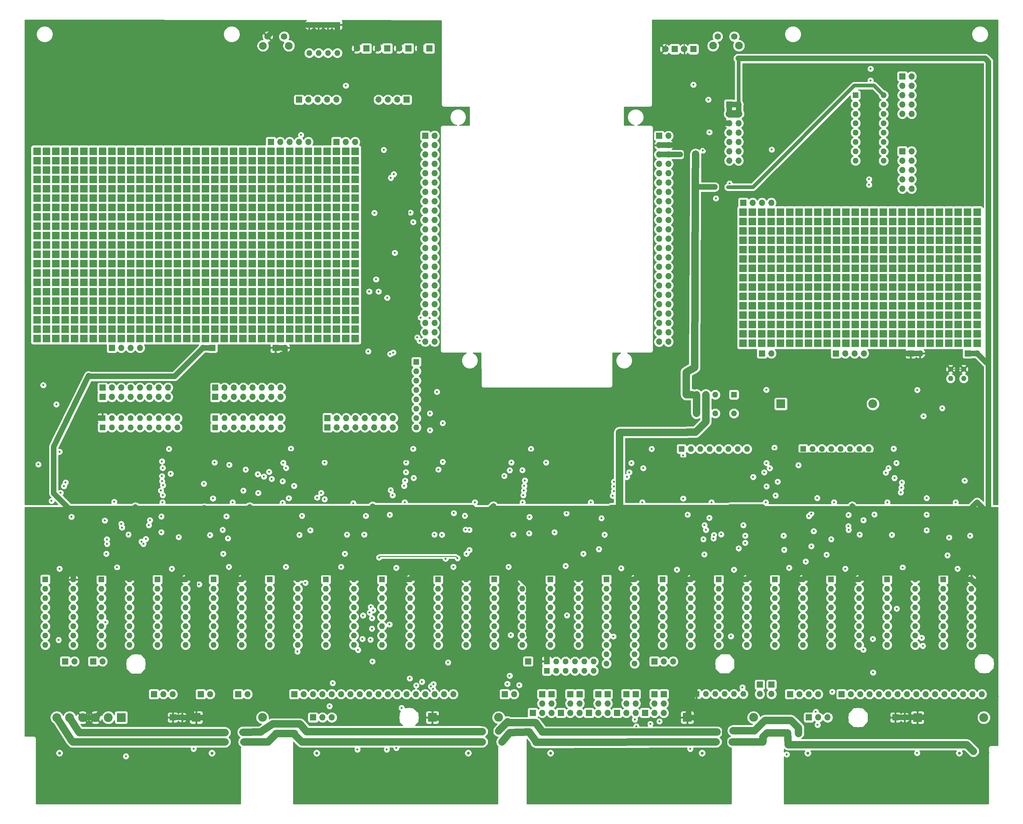
<source format=gbr>
G04 #@! TF.GenerationSoftware,KiCad,Pcbnew,(5.1.12)-1*
G04 #@! TF.CreationDate,2023-03-10T04:48:43+01:00*
G04 #@! TF.ProjectId,unibone,756e6962-6f6e-4652-9e6b-696361645f70,V1.0*
G04 #@! TF.SameCoordinates,Original*
G04 #@! TF.FileFunction,Copper,L3,Inr*
G04 #@! TF.FilePolarity,Positive*
%FSLAX46Y46*%
G04 Gerber Fmt 4.6, Leading zero omitted, Abs format (unit mm)*
G04 Created by KiCad (PCBNEW (5.1.12)-1) date 2023-03-10 04:48:43*
%MOMM*%
%LPD*%
G01*
G04 APERTURE LIST*
G04 #@! TA.AperFunction,ComponentPad*
%ADD10O,2.400000X2.400000*%
G04 #@! TD*
G04 #@! TA.AperFunction,ComponentPad*
%ADD11R,2.400000X2.400000*%
G04 #@! TD*
G04 #@! TA.AperFunction,ComponentPad*
%ADD12O,1.400000X1.400000*%
G04 #@! TD*
G04 #@! TA.AperFunction,ComponentPad*
%ADD13C,1.400000*%
G04 #@! TD*
G04 #@! TA.AperFunction,ComponentPad*
%ADD14C,2.100000*%
G04 #@! TD*
G04 #@! TA.AperFunction,ComponentPad*
%ADD15C,1.750000*%
G04 #@! TD*
G04 #@! TA.AperFunction,ComponentPad*
%ADD16O,1.700000X1.700000*%
G04 #@! TD*
G04 #@! TA.AperFunction,ComponentPad*
%ADD17R,1.700000X1.700000*%
G04 #@! TD*
G04 #@! TA.AperFunction,ComponentPad*
%ADD18C,2.400000*%
G04 #@! TD*
G04 #@! TA.AperFunction,ComponentPad*
%ADD19R,2.159000X2.159000*%
G04 #@! TD*
G04 #@! TA.AperFunction,ComponentPad*
%ADD20R,1.600000X1.600000*%
G04 #@! TD*
G04 #@! TA.AperFunction,ComponentPad*
%ADD21O,1.600000X1.600000*%
G04 #@! TD*
G04 #@! TA.AperFunction,ComponentPad*
%ADD22C,1.800000*%
G04 #@! TD*
G04 #@! TA.AperFunction,ComponentPad*
%ADD23R,1.800000X1.800000*%
G04 #@! TD*
G04 #@! TA.AperFunction,ViaPad*
%ADD24C,0.600000*%
G04 #@! TD*
G04 #@! TA.AperFunction,ViaPad*
%ADD25C,0.800000*%
G04 #@! TD*
G04 #@! TA.AperFunction,Conductor*
%ADD26C,0.250000*%
G04 #@! TD*
G04 #@! TA.AperFunction,Conductor*
%ADD27C,1.500000*%
G04 #@! TD*
G04 #@! TA.AperFunction,Conductor*
%ADD28C,1.000000*%
G04 #@! TD*
G04 #@! TA.AperFunction,Conductor*
%ADD29C,2.000000*%
G04 #@! TD*
G04 #@! TA.AperFunction,Conductor*
%ADD30C,0.254000*%
G04 #@! TD*
G04 #@! TA.AperFunction,Conductor*
%ADD31C,0.304800*%
G04 #@! TD*
G04 APERTURE END LIST*
D10*
X285035000Y-222250000D03*
D11*
X267035000Y-222250000D03*
D10*
X222505000Y-222220000D03*
D11*
X204505000Y-222220000D03*
D10*
X153290000Y-222220000D03*
D11*
X135290000Y-222220000D03*
D10*
X89155000Y-222220000D03*
D11*
X71155000Y-222220000D03*
D12*
X276006000Y-130272000D03*
D13*
X276006000Y-127732000D03*
D12*
X279562000Y-130272000D03*
D13*
X279562000Y-127732000D03*
D14*
X211510000Y-39925000D03*
D15*
X212760000Y-37435000D03*
X217260000Y-37435000D03*
D14*
X218520000Y-39925000D03*
D16*
X200660000Y-207010000D03*
X198120000Y-207010000D03*
D17*
X195580000Y-207010000D03*
D16*
X224190000Y-215870000D03*
D17*
X224190000Y-213330000D03*
D16*
X227365000Y-215870000D03*
D17*
X227365000Y-213330000D03*
D16*
X263560000Y-222220000D03*
D17*
X261020000Y-222220000D03*
D16*
X67345000Y-222220000D03*
D17*
X64805000Y-222220000D03*
D18*
X33300000Y-222250000D03*
X36800000Y-222250000D03*
X40300000Y-222250000D03*
X43800000Y-222250000D03*
X47300000Y-222250000D03*
D11*
X50800000Y-222250000D03*
D16*
X218440000Y-71120000D03*
X215900000Y-71120000D03*
X218440000Y-68580000D03*
X215900000Y-68580000D03*
X218440000Y-66040000D03*
X215900000Y-66040000D03*
X218440000Y-63500000D03*
X215900000Y-63500000D03*
X218440000Y-60960000D03*
X215900000Y-60960000D03*
X218440000Y-58420000D03*
X215900000Y-58420000D03*
X218440000Y-55880000D03*
D17*
X215900000Y-55880000D03*
D19*
X250098000Y-87630000D03*
X247558000Y-87630000D03*
X245018000Y-87630000D03*
X247558000Y-90170000D03*
X250098000Y-90170000D03*
X245018000Y-90170000D03*
X245018000Y-92710000D03*
X247558000Y-92710000D03*
X245018000Y-95250000D03*
X250098000Y-92710000D03*
X247558000Y-95250000D03*
X250098000Y-95250000D03*
X247558000Y-97790000D03*
X245018000Y-97790000D03*
X250098000Y-97790000D03*
X245018000Y-100330000D03*
X247558000Y-100330000D03*
X250098000Y-100330000D03*
X247558000Y-102870000D03*
X245018000Y-102870000D03*
X250098000Y-102870000D03*
X250098000Y-107950000D03*
X250098000Y-105410000D03*
X245018000Y-105410000D03*
X245018000Y-107950000D03*
X247558000Y-107950000D03*
X247558000Y-105410000D03*
X247558000Y-110490000D03*
X245018000Y-110490000D03*
X250098000Y-110490000D03*
X245018000Y-113030000D03*
X250098000Y-113030000D03*
X247558000Y-113030000D03*
X250098000Y-115570000D03*
X245018000Y-115570000D03*
X247558000Y-115570000D03*
X250098000Y-118110000D03*
X247558000Y-85090000D03*
X247558000Y-118110000D03*
X245018000Y-85090000D03*
X250098000Y-85090000D03*
X245018000Y-118110000D03*
X247558000Y-120650000D03*
X245018000Y-120650000D03*
X250098000Y-120650000D03*
X242478000Y-87630000D03*
X239938000Y-87630000D03*
X237398000Y-87630000D03*
X234858000Y-87630000D03*
X232318000Y-87630000D03*
X234858000Y-90170000D03*
X237398000Y-90170000D03*
X232318000Y-90170000D03*
X232318000Y-92710000D03*
X234858000Y-92710000D03*
X239938000Y-90170000D03*
X242478000Y-90170000D03*
X239938000Y-92710000D03*
X242478000Y-92710000D03*
X232318000Y-95250000D03*
X237398000Y-92710000D03*
X234858000Y-95250000D03*
X242478000Y-95250000D03*
X239938000Y-95250000D03*
X237398000Y-95250000D03*
X234858000Y-97790000D03*
X232318000Y-97790000D03*
X237398000Y-97790000D03*
X232318000Y-100330000D03*
X234858000Y-100330000D03*
X239938000Y-100330000D03*
X242478000Y-100330000D03*
X237398000Y-100330000D03*
X242478000Y-97790000D03*
X239938000Y-97790000D03*
X242478000Y-102870000D03*
X234858000Y-102870000D03*
X232318000Y-102870000D03*
X239938000Y-102870000D03*
X237398000Y-102870000D03*
X237398000Y-107950000D03*
X237398000Y-105410000D03*
X232318000Y-105410000D03*
X239938000Y-105410000D03*
X232318000Y-107950000D03*
X242478000Y-107950000D03*
X234858000Y-107950000D03*
X242478000Y-105410000D03*
X234858000Y-105410000D03*
X242478000Y-110490000D03*
X234858000Y-110490000D03*
X232318000Y-110490000D03*
X237398000Y-110490000D03*
X232318000Y-113030000D03*
X239938000Y-107950000D03*
X239938000Y-110490000D03*
X237398000Y-113030000D03*
X234858000Y-113030000D03*
X242478000Y-113030000D03*
X237398000Y-115570000D03*
X239938000Y-113030000D03*
X232318000Y-115570000D03*
X234858000Y-115570000D03*
X237398000Y-118110000D03*
X234858000Y-85090000D03*
X242478000Y-85090000D03*
X234858000Y-118110000D03*
X232318000Y-85090000D03*
X239938000Y-85090000D03*
X237398000Y-85090000D03*
X239938000Y-118110000D03*
X242478000Y-118110000D03*
X232318000Y-118110000D03*
X242478000Y-115570000D03*
X239938000Y-115570000D03*
X239938000Y-120650000D03*
X242478000Y-120650000D03*
X234858000Y-120650000D03*
X232318000Y-120650000D03*
X237398000Y-120650000D03*
D16*
X94107000Y-135255000D03*
X91567000Y-135255000D03*
X89027000Y-135255000D03*
X86487000Y-135255000D03*
X83947000Y-135255000D03*
X81407000Y-135255000D03*
X78867000Y-135255000D03*
D17*
X76327000Y-135255000D03*
D16*
X124587000Y-143510000D03*
X122047000Y-143510000D03*
X119507000Y-143510000D03*
X116967000Y-143510000D03*
X114427000Y-143510000D03*
X111887000Y-143510000D03*
X109347000Y-143510000D03*
D17*
X106807000Y-143510000D03*
D16*
X63500000Y-135255000D03*
X60960000Y-135255000D03*
X58420000Y-135255000D03*
X55880000Y-135255000D03*
X53340000Y-135255000D03*
X50800000Y-135255000D03*
X48260000Y-135255000D03*
D17*
X45720000Y-135255000D03*
D16*
X199390000Y-120264000D03*
X196850000Y-120264000D03*
X199390000Y-117724000D03*
X196850000Y-117724000D03*
X199390000Y-115184000D03*
X196850000Y-115184000D03*
X199390000Y-112644000D03*
X196850000Y-112644000D03*
X199390000Y-110104000D03*
X196850000Y-110104000D03*
X199390000Y-107564000D03*
X196850000Y-107564000D03*
X199390000Y-105024000D03*
X196850000Y-105024000D03*
X199390000Y-102484000D03*
X196850000Y-102484000D03*
X199390000Y-99944000D03*
X196850000Y-99944000D03*
X199390000Y-97404000D03*
X196850000Y-97404000D03*
X199390000Y-94864000D03*
X196850000Y-94864000D03*
X199390000Y-92324000D03*
X196850000Y-92324000D03*
X199390000Y-89784000D03*
X196850000Y-89784000D03*
X199390000Y-87244000D03*
X196850000Y-87244000D03*
X199390000Y-84704000D03*
X196850000Y-84704000D03*
X199390000Y-82164000D03*
X196850000Y-82164000D03*
X199390000Y-79624000D03*
X196850000Y-79624000D03*
X199390000Y-77084000D03*
X196850000Y-77084000D03*
X199390000Y-74544000D03*
X196850000Y-74544000D03*
X199390000Y-72004000D03*
X196850000Y-72004000D03*
X199390000Y-69464000D03*
X196850000Y-69464000D03*
X199390000Y-66924000D03*
X196850000Y-66924000D03*
X199390000Y-64384000D03*
D17*
X196850000Y-64384000D03*
D16*
X135890000Y-120244000D03*
X133350000Y-120244000D03*
X135890000Y-117704000D03*
X133350000Y-117704000D03*
X135890000Y-115164000D03*
X133350000Y-115164000D03*
X135890000Y-112624000D03*
X133350000Y-112624000D03*
X135890000Y-110084000D03*
X133350000Y-110084000D03*
X135890000Y-107544000D03*
X133350000Y-107544000D03*
X135890000Y-105004000D03*
X133350000Y-105004000D03*
X135890000Y-102464000D03*
X133350000Y-102464000D03*
X135890000Y-99924000D03*
X133350000Y-99924000D03*
X135890000Y-97384000D03*
X133350000Y-97384000D03*
X135890000Y-94844000D03*
X133350000Y-94844000D03*
X135890000Y-92304000D03*
X133350000Y-92304000D03*
X135890000Y-89764000D03*
X133350000Y-89764000D03*
X135890000Y-87224000D03*
X133350000Y-87224000D03*
X135890000Y-84684000D03*
X133350000Y-84684000D03*
X135890000Y-82144000D03*
X133350000Y-82144000D03*
X135890000Y-79604000D03*
X133350000Y-79604000D03*
X135890000Y-77064000D03*
X133350000Y-77064000D03*
X135890000Y-74524000D03*
X133350000Y-74524000D03*
X135890000Y-71984000D03*
X133350000Y-71984000D03*
X135890000Y-69444000D03*
X133350000Y-69444000D03*
X135890000Y-66904000D03*
X133350000Y-66904000D03*
X135890000Y-64364000D03*
D17*
X133350000Y-64364000D03*
D20*
X217170000Y-134620000D03*
D21*
X207010000Y-139700000D03*
X212090000Y-134620000D03*
X209550000Y-139700000D03*
X209550000Y-134620000D03*
X212090000Y-139700000D03*
X207010000Y-134620000D03*
X217170000Y-139700000D03*
D16*
X227330000Y-123444000D03*
D17*
X224790000Y-123444000D03*
D21*
X109474000Y-41910000D03*
X101854000Y-34290000D03*
X106934000Y-41910000D03*
X104394000Y-34290000D03*
X104394000Y-41910000D03*
X106934000Y-34290000D03*
X101854000Y-41910000D03*
D20*
X109474000Y-34290000D03*
D10*
X254905000Y-137130000D03*
D11*
X229905000Y-137130000D03*
D16*
X175260000Y-218440000D03*
D17*
X175260000Y-215900000D03*
D16*
X38100000Y-207010000D03*
D17*
X35560000Y-207010000D03*
D16*
X45720000Y-207010000D03*
D17*
X43180000Y-207010000D03*
D16*
X165100000Y-218440000D03*
D17*
X165100000Y-215900000D03*
D16*
X167640000Y-218440000D03*
D17*
X167640000Y-215900000D03*
D16*
X172720000Y-218440000D03*
D17*
X172720000Y-215900000D03*
D16*
X180340000Y-218440000D03*
D17*
X180340000Y-215900000D03*
D16*
X182880000Y-218440000D03*
D17*
X182880000Y-215900000D03*
D16*
X198120000Y-218440000D03*
D17*
X198120000Y-215900000D03*
D16*
X195580000Y-218440000D03*
D17*
X195580000Y-215900000D03*
D16*
X187960000Y-218440000D03*
D17*
X187960000Y-215900000D03*
D16*
X73025000Y-121920000D03*
D17*
X75565000Y-121920000D03*
D16*
X95250000Y-121920000D03*
D17*
X92710000Y-121920000D03*
D16*
X85090000Y-215900000D03*
D17*
X82550000Y-215900000D03*
D16*
X190500000Y-218440000D03*
D17*
X190500000Y-215900000D03*
D16*
X157480000Y-215900000D03*
D17*
X154940000Y-215900000D03*
X265176000Y-123444000D03*
D16*
X267716000Y-123444000D03*
D17*
X280670000Y-123444000D03*
D16*
X283210000Y-123444000D03*
X74930000Y-215900000D03*
D17*
X72390000Y-215900000D03*
D16*
X182880000Y-220980000D03*
X180340000Y-220980000D03*
D17*
X177800000Y-220980000D03*
D16*
X167640000Y-220980000D03*
X165100000Y-220980000D03*
D17*
X162560000Y-220980000D03*
D16*
X175260000Y-220980000D03*
X172720000Y-220980000D03*
D17*
X170180000Y-220980000D03*
D16*
X198120000Y-220980000D03*
X195580000Y-220980000D03*
D17*
X193040000Y-220980000D03*
D16*
X190500000Y-220980000D03*
X187960000Y-220980000D03*
D17*
X185420000Y-220980000D03*
D16*
X107985000Y-222220000D03*
X105445000Y-222220000D03*
D17*
X102905000Y-222220000D03*
X59690000Y-215900000D03*
D16*
X62230000Y-215900000D03*
X64770000Y-215900000D03*
X114300000Y-66040000D03*
X111760000Y-66040000D03*
D17*
X109220000Y-66040000D03*
D16*
X242605000Y-222220000D03*
X240065000Y-222220000D03*
D17*
X237525000Y-222220000D03*
D16*
X240030000Y-215900000D03*
X237490000Y-215900000D03*
X234950000Y-215900000D03*
D17*
X232410000Y-215900000D03*
D16*
X120685000Y-54580000D03*
X123225000Y-54580000D03*
X125765000Y-54580000D03*
D17*
X128305000Y-54580000D03*
X244856000Y-123444000D03*
D16*
X247396000Y-123444000D03*
X249936000Y-123444000D03*
X252476000Y-123444000D03*
X55880000Y-121920000D03*
X53340000Y-121920000D03*
X50800000Y-121920000D03*
D17*
X48260000Y-121920000D03*
X219710000Y-82550000D03*
D16*
X222250000Y-82550000D03*
X224790000Y-82550000D03*
X227330000Y-82550000D03*
X109255000Y-54580000D03*
X106715000Y-54580000D03*
X104175000Y-54580000D03*
X101635000Y-54580000D03*
D17*
X99095000Y-54580000D03*
D16*
X101600000Y-66040000D03*
X99060000Y-66040000D03*
X96520000Y-66040000D03*
X93980000Y-66040000D03*
D17*
X91440000Y-66040000D03*
D16*
X94107000Y-132715000D03*
X91567000Y-132715000D03*
X89027000Y-132715000D03*
X86487000Y-132715000D03*
X83947000Y-132715000D03*
X81407000Y-132715000D03*
X78867000Y-132715000D03*
D17*
X76327000Y-132715000D03*
D16*
X63500000Y-132715000D03*
X60960000Y-132715000D03*
X58420000Y-132715000D03*
X55880000Y-132715000D03*
X53340000Y-132715000D03*
X50800000Y-132715000D03*
X48260000Y-132715000D03*
D17*
X45720000Y-132715000D03*
D16*
X124587000Y-140970000D03*
X122047000Y-140970000D03*
X119507000Y-140970000D03*
X116967000Y-140970000D03*
X114427000Y-140970000D03*
X111887000Y-140970000D03*
X109347000Y-140970000D03*
D17*
X106807000Y-140970000D03*
D16*
X284480000Y-215900000D03*
X281940000Y-215900000D03*
X279400000Y-215900000D03*
X276860000Y-215900000D03*
X274320000Y-215900000D03*
X271780000Y-215900000D03*
X269240000Y-215900000D03*
X266700000Y-215900000D03*
X264160000Y-215900000D03*
X261620000Y-215900000D03*
X259080000Y-215900000D03*
X256540000Y-215900000D03*
X254000000Y-215900000D03*
X251460000Y-215900000D03*
X248920000Y-215900000D03*
D17*
X246380000Y-215900000D03*
D16*
X140970000Y-215900000D03*
X138430000Y-215900000D03*
X135890000Y-215900000D03*
X133350000Y-215900000D03*
X130810000Y-215900000D03*
X128270000Y-215900000D03*
X125730000Y-215900000D03*
X123190000Y-215900000D03*
X120650000Y-215900000D03*
X118110000Y-215900000D03*
X115570000Y-215900000D03*
X113030000Y-215900000D03*
X110490000Y-215900000D03*
X107950000Y-215900000D03*
X105410000Y-215900000D03*
X102870000Y-215900000D03*
X100330000Y-215900000D03*
D17*
X97790000Y-215900000D03*
D16*
X265430000Y-58420000D03*
X262890000Y-58420000D03*
X265430000Y-55880000D03*
X262890000Y-55880000D03*
X265430000Y-53340000D03*
X262890000Y-53340000D03*
X265430000Y-50800000D03*
X262890000Y-50800000D03*
X265430000Y-48260000D03*
D17*
X262890000Y-48260000D03*
D16*
X265430000Y-78740000D03*
X262890000Y-78740000D03*
X265430000Y-76200000D03*
X262890000Y-76200000D03*
X265430000Y-73660000D03*
X262890000Y-73660000D03*
X265430000Y-71120000D03*
X262890000Y-71120000D03*
X265430000Y-68580000D03*
D17*
X262890000Y-68580000D03*
D22*
X198536000Y-40864000D03*
D23*
X201076000Y-40864000D03*
D22*
X114808000Y-40640000D03*
D23*
X117348000Y-40640000D03*
D22*
X120523000Y-40640000D03*
D23*
X123063000Y-40640000D03*
D22*
X126238000Y-40640000D03*
D23*
X128778000Y-40640000D03*
D22*
X131953000Y-40640000D03*
D23*
X134493000Y-40640000D03*
D22*
X203616000Y-40864000D03*
D23*
X206156000Y-40864000D03*
D21*
X68280000Y-184780000D03*
X60660000Y-202560000D03*
X68280000Y-187320000D03*
X60660000Y-200020000D03*
X68280000Y-189860000D03*
X60660000Y-197480000D03*
X68280000Y-192400000D03*
X60660000Y-194940000D03*
X68280000Y-194940000D03*
X60660000Y-192400000D03*
X68280000Y-197480000D03*
X60660000Y-189860000D03*
X68280000Y-200020000D03*
X60660000Y-187320000D03*
X68280000Y-202560000D03*
D20*
X60660000Y-184780000D03*
D21*
X266400000Y-184780000D03*
X258780000Y-202560000D03*
X266400000Y-187320000D03*
X258780000Y-200020000D03*
X266400000Y-189860000D03*
X258780000Y-197480000D03*
X266400000Y-192400000D03*
X258780000Y-194940000D03*
X266400000Y-194940000D03*
X258780000Y-192400000D03*
X266400000Y-197480000D03*
X258780000Y-189860000D03*
X266400000Y-200020000D03*
X258780000Y-187320000D03*
X266400000Y-202560000D03*
D20*
X258780000Y-184780000D03*
D21*
X114000000Y-184780000D03*
X106380000Y-202560000D03*
X114000000Y-187320000D03*
X106380000Y-200020000D03*
X114000000Y-189860000D03*
X106380000Y-197480000D03*
X114000000Y-192400000D03*
X106380000Y-194940000D03*
X114000000Y-194940000D03*
X106380000Y-192400000D03*
X114000000Y-197480000D03*
X106380000Y-189860000D03*
X114000000Y-200020000D03*
X106380000Y-187320000D03*
X114000000Y-202560000D03*
D20*
X106380000Y-184780000D03*
D21*
X281640000Y-184780000D03*
X274020000Y-202560000D03*
X281640000Y-187320000D03*
X274020000Y-200020000D03*
X281640000Y-189860000D03*
X274020000Y-197480000D03*
X281640000Y-192400000D03*
X274020000Y-194940000D03*
X281640000Y-194940000D03*
X274020000Y-192400000D03*
X281640000Y-197480000D03*
X274020000Y-189860000D03*
X281640000Y-200020000D03*
X274020000Y-187320000D03*
X281640000Y-202560000D03*
D20*
X274020000Y-184780000D03*
D21*
X129240000Y-184780000D03*
X121620000Y-202560000D03*
X129240000Y-187320000D03*
X121620000Y-200020000D03*
X129240000Y-189860000D03*
X121620000Y-197480000D03*
X129240000Y-192400000D03*
X121620000Y-194940000D03*
X129240000Y-194940000D03*
X121620000Y-192400000D03*
X129240000Y-197480000D03*
X121620000Y-189860000D03*
X129240000Y-200020000D03*
X121620000Y-187320000D03*
X129240000Y-202560000D03*
D20*
X121620000Y-184780000D03*
D21*
X235920000Y-184780000D03*
X228300000Y-202560000D03*
X235920000Y-187320000D03*
X228300000Y-200020000D03*
X235920000Y-189860000D03*
X228300000Y-197480000D03*
X235920000Y-192400000D03*
X228300000Y-194940000D03*
X235920000Y-194940000D03*
X228300000Y-192400000D03*
X235920000Y-197480000D03*
X228300000Y-189860000D03*
X235920000Y-200020000D03*
X228300000Y-187320000D03*
X235920000Y-202560000D03*
D20*
X228300000Y-184780000D03*
D21*
X251160000Y-184780000D03*
X243540000Y-202560000D03*
X251160000Y-187320000D03*
X243540000Y-200020000D03*
X251160000Y-189860000D03*
X243540000Y-197480000D03*
X251160000Y-192400000D03*
X243540000Y-194940000D03*
X251160000Y-194940000D03*
X243540000Y-192400000D03*
X251160000Y-197480000D03*
X243540000Y-189860000D03*
X251160000Y-200020000D03*
X243540000Y-187320000D03*
X251160000Y-202560000D03*
D20*
X243540000Y-184780000D03*
D21*
X98760000Y-184780000D03*
X91140000Y-202560000D03*
X98760000Y-187320000D03*
X91140000Y-200020000D03*
X98760000Y-189860000D03*
X91140000Y-197480000D03*
X98760000Y-192400000D03*
X91140000Y-194940000D03*
X98760000Y-194940000D03*
X91140000Y-192400000D03*
X98760000Y-197480000D03*
X91140000Y-189860000D03*
X98760000Y-200020000D03*
X91140000Y-187320000D03*
X98760000Y-202560000D03*
D20*
X91140000Y-184780000D03*
D21*
X83520000Y-184780000D03*
X75900000Y-202560000D03*
X83520000Y-187320000D03*
X75900000Y-200020000D03*
X83520000Y-189860000D03*
X75900000Y-197480000D03*
X83520000Y-192400000D03*
X75900000Y-194940000D03*
X83520000Y-194940000D03*
X75900000Y-192400000D03*
X83520000Y-197480000D03*
X75900000Y-189860000D03*
X83520000Y-200020000D03*
X75900000Y-187320000D03*
X83520000Y-202560000D03*
D20*
X75900000Y-184780000D03*
D21*
X159720000Y-184780000D03*
X152100000Y-202560000D03*
X159720000Y-187320000D03*
X152100000Y-200020000D03*
X159720000Y-189860000D03*
X152100000Y-197480000D03*
X159720000Y-192400000D03*
X152100000Y-194940000D03*
X159720000Y-194940000D03*
X152100000Y-192400000D03*
X159720000Y-197480000D03*
X152100000Y-189860000D03*
X159720000Y-200020000D03*
X152100000Y-187320000D03*
X159720000Y-202560000D03*
D20*
X152100000Y-184780000D03*
D21*
X174960000Y-184780000D03*
X167340000Y-202560000D03*
X174960000Y-187320000D03*
X167340000Y-200020000D03*
X174960000Y-189860000D03*
X167340000Y-197480000D03*
X174960000Y-192400000D03*
X167340000Y-194940000D03*
X174960000Y-194940000D03*
X167340000Y-192400000D03*
X174960000Y-197480000D03*
X167340000Y-189860000D03*
X174960000Y-200020000D03*
X167340000Y-187320000D03*
X174960000Y-202560000D03*
D20*
X167340000Y-184780000D03*
D21*
X205440000Y-184780000D03*
X197820000Y-202560000D03*
X205440000Y-187320000D03*
X197820000Y-200020000D03*
X205440000Y-189860000D03*
X197820000Y-197480000D03*
X205440000Y-192400000D03*
X197820000Y-194940000D03*
X205440000Y-194940000D03*
X197820000Y-192400000D03*
X205440000Y-197480000D03*
X197820000Y-189860000D03*
X205440000Y-200020000D03*
X197820000Y-187320000D03*
X205440000Y-202560000D03*
D20*
X197820000Y-184780000D03*
D21*
X37800000Y-184780000D03*
X30180000Y-202560000D03*
X37800000Y-187320000D03*
X30180000Y-200020000D03*
X37800000Y-189860000D03*
X30180000Y-197480000D03*
X37800000Y-192400000D03*
X30180000Y-194940000D03*
X37800000Y-194940000D03*
X30180000Y-192400000D03*
X37800000Y-197480000D03*
X30180000Y-189860000D03*
X37800000Y-200020000D03*
X30180000Y-187320000D03*
X37800000Y-202560000D03*
D20*
X30180000Y-184780000D03*
D21*
X53040000Y-184780000D03*
X45420000Y-202560000D03*
X53040000Y-187320000D03*
X45420000Y-200020000D03*
X53040000Y-189860000D03*
X45420000Y-197480000D03*
X53040000Y-192400000D03*
X45420000Y-194940000D03*
X53040000Y-194940000D03*
X45420000Y-192400000D03*
X53040000Y-197480000D03*
X45420000Y-189860000D03*
X53040000Y-200020000D03*
X45420000Y-187320000D03*
X53040000Y-202560000D03*
D20*
X45420000Y-184780000D03*
D21*
X257810000Y-53340000D03*
X250190000Y-71120000D03*
X257810000Y-55880000D03*
X250190000Y-68580000D03*
X257810000Y-58420000D03*
X250190000Y-66040000D03*
X257810000Y-60960000D03*
X250190000Y-63500000D03*
X257810000Y-63500000D03*
X250190000Y-60960000D03*
X257810000Y-66040000D03*
X250190000Y-58420000D03*
X257810000Y-68580000D03*
X250190000Y-55880000D03*
X257810000Y-71120000D03*
D20*
X250190000Y-53340000D03*
D21*
X220680000Y-184780000D03*
X213060000Y-202560000D03*
X220680000Y-187320000D03*
X213060000Y-200020000D03*
X220680000Y-189860000D03*
X213060000Y-197480000D03*
X220680000Y-192400000D03*
X213060000Y-194940000D03*
X220680000Y-194940000D03*
X213060000Y-192400000D03*
X220680000Y-197480000D03*
X213060000Y-189860000D03*
X220680000Y-200020000D03*
X213060000Y-187320000D03*
X220680000Y-202560000D03*
D20*
X213060000Y-184780000D03*
D21*
X144480000Y-184780000D03*
X136860000Y-202560000D03*
X144480000Y-187320000D03*
X136860000Y-200020000D03*
X144480000Y-189860000D03*
X136860000Y-197480000D03*
X144480000Y-192400000D03*
X136860000Y-194940000D03*
X144480000Y-194940000D03*
X136860000Y-192400000D03*
X144480000Y-197480000D03*
X136860000Y-189860000D03*
X144480000Y-200020000D03*
X136860000Y-187320000D03*
X144480000Y-202560000D03*
D20*
X136860000Y-184780000D03*
D21*
X190200000Y-184780000D03*
X182580000Y-207640000D03*
X190200000Y-187320000D03*
X182580000Y-205100000D03*
X190200000Y-189860000D03*
X182580000Y-202560000D03*
X190200000Y-192400000D03*
X182580000Y-200020000D03*
X190200000Y-194940000D03*
X182580000Y-197480000D03*
X190200000Y-197480000D03*
X182580000Y-194940000D03*
X190200000Y-200020000D03*
X182580000Y-192400000D03*
X190200000Y-202560000D03*
X182580000Y-189860000D03*
X190200000Y-205100000D03*
X182580000Y-187320000D03*
X190200000Y-207640000D03*
D20*
X182580000Y-184780000D03*
D21*
X179070000Y-207010000D03*
X176530000Y-207010000D03*
X173990000Y-207010000D03*
X171450000Y-207010000D03*
X168910000Y-207010000D03*
D20*
X166370000Y-207010000D03*
D21*
X179070000Y-209550000D03*
X176530000Y-209550000D03*
X173990000Y-209550000D03*
X171450000Y-209550000D03*
X168910000Y-209550000D03*
D20*
X166370000Y-209550000D03*
D21*
X219710000Y-215870000D03*
X217170000Y-215870000D03*
X214630000Y-215870000D03*
X212090000Y-215870000D03*
X209550000Y-215870000D03*
D20*
X207010000Y-215870000D03*
D21*
X94107000Y-140970000D03*
X91567000Y-140970000D03*
X89027000Y-140970000D03*
X86487000Y-140970000D03*
X83947000Y-140970000D03*
X81407000Y-140970000D03*
X78867000Y-140970000D03*
D20*
X76327000Y-140970000D03*
D21*
X253746000Y-149352000D03*
X251206000Y-149352000D03*
X248666000Y-149352000D03*
X246126000Y-149352000D03*
X243586000Y-149352000D03*
X241046000Y-149352000D03*
X238506000Y-149352000D03*
D20*
X235966000Y-149352000D03*
D21*
X94107000Y-143510000D03*
X91567000Y-143510000D03*
X89027000Y-143510000D03*
X86487000Y-143510000D03*
X83947000Y-143510000D03*
X81407000Y-143510000D03*
X78867000Y-143510000D03*
D20*
X76327000Y-143510000D03*
D21*
X130937000Y-143510000D03*
X130937000Y-140970000D03*
X130937000Y-138430000D03*
X130937000Y-135890000D03*
X130937000Y-133350000D03*
X130937000Y-130810000D03*
X130937000Y-128270000D03*
D20*
X130937000Y-125730000D03*
D21*
X220726000Y-149352000D03*
X218186000Y-149352000D03*
X215646000Y-149352000D03*
X213106000Y-149352000D03*
X210566000Y-149352000D03*
X208026000Y-149352000D03*
X205486000Y-149352000D03*
D20*
X202946000Y-149352000D03*
D21*
X66040000Y-140970000D03*
X63500000Y-140970000D03*
X60960000Y-140970000D03*
X58420000Y-140970000D03*
X55880000Y-140970000D03*
X53340000Y-140970000D03*
X50800000Y-140970000D03*
X48260000Y-140970000D03*
D20*
X45720000Y-140970000D03*
D21*
X66040000Y-143510000D03*
X63500000Y-143510000D03*
X60960000Y-143510000D03*
X58420000Y-143510000D03*
X55880000Y-143510000D03*
X53340000Y-143510000D03*
X50800000Y-143510000D03*
X48260000Y-143510000D03*
D20*
X45720000Y-143510000D03*
D19*
X40640000Y-68580000D03*
X106680000Y-68580000D03*
X58420000Y-68580000D03*
X114300000Y-68580000D03*
X71120000Y-68580000D03*
X43180000Y-68580000D03*
X81280000Y-68580000D03*
X111760000Y-68580000D03*
X91440000Y-68580000D03*
X66040000Y-68580000D03*
X63500000Y-68580000D03*
X27940000Y-68580000D03*
X99060000Y-68580000D03*
X45720000Y-68580000D03*
X109220000Y-68580000D03*
X88900000Y-68580000D03*
X101600000Y-68580000D03*
X38100000Y-68580000D03*
X30480000Y-68580000D03*
X35560000Y-68580000D03*
X53340000Y-68580000D03*
X50800000Y-68580000D03*
X60960000Y-68580000D03*
X48260000Y-68580000D03*
X83820000Y-68580000D03*
X86360000Y-68580000D03*
X73660000Y-68580000D03*
X96520000Y-68580000D03*
X93980000Y-68580000D03*
X78740000Y-68580000D03*
X104140000Y-68580000D03*
X76200000Y-68580000D03*
X68580000Y-68580000D03*
X55880000Y-68580000D03*
X33020000Y-68580000D03*
X60960000Y-71120000D03*
X48260000Y-71120000D03*
X78740000Y-71120000D03*
X40640000Y-71120000D03*
X76200000Y-71120000D03*
X83820000Y-71120000D03*
X106680000Y-71120000D03*
X71120000Y-71120000D03*
X35560000Y-71120000D03*
X43180000Y-71120000D03*
X81280000Y-71120000D03*
X93980000Y-71120000D03*
X58420000Y-71120000D03*
X109220000Y-71120000D03*
X73660000Y-71120000D03*
X68580000Y-71120000D03*
X50800000Y-71120000D03*
X55880000Y-71120000D03*
X91440000Y-71120000D03*
X66040000Y-71120000D03*
X63500000Y-71120000D03*
X88900000Y-71120000D03*
X114300000Y-71120000D03*
X104140000Y-71120000D03*
X45720000Y-71120000D03*
X53340000Y-71120000D03*
X27940000Y-71120000D03*
X111760000Y-71120000D03*
X101600000Y-71120000D03*
X86360000Y-71120000D03*
X38100000Y-71120000D03*
X33020000Y-71120000D03*
X99060000Y-71120000D03*
X96520000Y-71120000D03*
X30480000Y-71120000D03*
X60960000Y-73660000D03*
X78740000Y-73660000D03*
X48260000Y-73660000D03*
X40640000Y-73660000D03*
X76200000Y-73660000D03*
X83820000Y-73660000D03*
X106680000Y-73660000D03*
X71120000Y-73660000D03*
X35560000Y-73660000D03*
X27940000Y-73660000D03*
X43180000Y-73660000D03*
X111760000Y-73660000D03*
X93980000Y-73660000D03*
X81280000Y-73660000D03*
X58420000Y-73660000D03*
X109220000Y-73660000D03*
X73660000Y-73660000D03*
X50800000Y-73660000D03*
X55880000Y-73660000D03*
X91440000Y-73660000D03*
X66040000Y-73660000D03*
X68580000Y-73660000D03*
X33020000Y-73660000D03*
X63500000Y-73660000D03*
X88900000Y-73660000D03*
X101600000Y-73660000D03*
X96520000Y-73660000D03*
X114300000Y-73660000D03*
X104140000Y-73660000D03*
X99060000Y-73660000D03*
X45720000Y-73660000D03*
X86360000Y-73660000D03*
X53340000Y-73660000D03*
X38100000Y-73660000D03*
X30480000Y-73660000D03*
X60960000Y-76200000D03*
X78740000Y-76200000D03*
X48260000Y-76200000D03*
X101600000Y-76200000D03*
X55880000Y-76200000D03*
X40640000Y-76200000D03*
X66040000Y-76200000D03*
X76200000Y-76200000D03*
X45720000Y-76200000D03*
X96520000Y-76200000D03*
X71120000Y-76200000D03*
X91440000Y-76200000D03*
X68580000Y-76200000D03*
X35560000Y-76200000D03*
X27940000Y-76200000D03*
X114300000Y-76200000D03*
X43180000Y-76200000D03*
X111760000Y-76200000D03*
X63500000Y-76200000D03*
X83820000Y-76200000D03*
X33020000Y-76200000D03*
X93980000Y-76200000D03*
X109220000Y-76200000D03*
X99060000Y-76200000D03*
X86360000Y-76200000D03*
X50800000Y-76200000D03*
X73660000Y-76200000D03*
X81280000Y-76200000D03*
X58420000Y-76200000D03*
X106680000Y-76200000D03*
X104140000Y-76200000D03*
X88900000Y-76200000D03*
X53340000Y-76200000D03*
X38100000Y-76200000D03*
X30480000Y-76200000D03*
X60960000Y-78740000D03*
X48260000Y-78740000D03*
X101600000Y-78740000D03*
X55880000Y-78740000D03*
X78740000Y-78740000D03*
X40640000Y-78740000D03*
X66040000Y-78740000D03*
X76200000Y-78740000D03*
X45720000Y-78740000D03*
X96520000Y-78740000D03*
X71120000Y-78740000D03*
X106680000Y-78740000D03*
X91440000Y-78740000D03*
X68580000Y-78740000D03*
X104140000Y-78740000D03*
X35560000Y-78740000D03*
X50800000Y-78740000D03*
X27940000Y-78740000D03*
X114300000Y-78740000D03*
X43180000Y-78740000D03*
X111760000Y-78740000D03*
X88900000Y-78740000D03*
X63500000Y-78740000D03*
X83820000Y-78740000D03*
X33020000Y-78740000D03*
X38100000Y-78740000D03*
X93980000Y-78740000D03*
X81280000Y-78740000D03*
X30480000Y-78740000D03*
X58420000Y-78740000D03*
X109220000Y-78740000D03*
X73660000Y-78740000D03*
X53340000Y-78740000D03*
X86360000Y-78740000D03*
X99060000Y-78740000D03*
X60960000Y-81280000D03*
X38100000Y-81280000D03*
X48260000Y-81280000D03*
X88900000Y-81280000D03*
X50800000Y-81280000D03*
X78740000Y-81280000D03*
X33020000Y-81280000D03*
X76200000Y-81280000D03*
X114300000Y-81280000D03*
X63500000Y-81280000D03*
X83820000Y-81280000D03*
X40640000Y-81280000D03*
X68580000Y-81280000D03*
X71120000Y-81280000D03*
X66040000Y-81280000D03*
X35560000Y-81280000D03*
X45720000Y-81280000D03*
X43180000Y-81280000D03*
X106680000Y-81280000D03*
X91440000Y-81280000D03*
X111760000Y-81280000D03*
X96520000Y-81280000D03*
X55880000Y-81280000D03*
X101600000Y-81280000D03*
X27940000Y-81280000D03*
X104140000Y-81280000D03*
X30480000Y-81280000D03*
X58420000Y-81280000D03*
X109220000Y-81280000D03*
X73660000Y-81280000D03*
X53340000Y-81280000D03*
X86360000Y-81280000D03*
X99060000Y-81280000D03*
X93980000Y-81280000D03*
X81280000Y-81280000D03*
X48260000Y-83820000D03*
X60960000Y-83820000D03*
X50800000Y-83820000D03*
X78740000Y-83820000D03*
X88900000Y-83820000D03*
X33020000Y-83820000D03*
X38100000Y-83820000D03*
X76200000Y-83820000D03*
X114300000Y-83820000D03*
X53340000Y-83820000D03*
X63500000Y-83820000D03*
X83820000Y-83820000D03*
X40640000Y-83820000D03*
X68580000Y-83820000D03*
X71120000Y-83820000D03*
X93980000Y-83820000D03*
X66040000Y-83820000D03*
X101600000Y-83820000D03*
X35560000Y-83820000D03*
X43180000Y-83820000D03*
X27940000Y-83820000D03*
X86360000Y-83820000D03*
X45720000Y-83820000D03*
X96520000Y-83820000D03*
X91440000Y-83820000D03*
X104140000Y-83820000D03*
X81280000Y-83820000D03*
X106680000Y-83820000D03*
X30480000Y-83820000D03*
X58420000Y-83820000D03*
X109220000Y-83820000D03*
X55880000Y-83820000D03*
X99060000Y-83820000D03*
X73660000Y-83820000D03*
X111760000Y-83820000D03*
X63500000Y-86360000D03*
X40640000Y-86360000D03*
X48260000Y-86360000D03*
X114300000Y-86360000D03*
X60960000Y-86360000D03*
X83820000Y-86360000D03*
X38100000Y-86360000D03*
X76200000Y-86360000D03*
X66040000Y-86360000D03*
X35560000Y-86360000D03*
X50800000Y-86360000D03*
X93980000Y-86360000D03*
X71120000Y-86360000D03*
X101600000Y-86360000D03*
X53340000Y-86360000D03*
X68580000Y-86360000D03*
X88900000Y-86360000D03*
X78740000Y-86360000D03*
X43180000Y-86360000D03*
X33020000Y-86360000D03*
X27940000Y-86360000D03*
X86360000Y-86360000D03*
X45720000Y-86360000D03*
X81280000Y-86360000D03*
X30480000Y-86360000D03*
X58420000Y-86360000D03*
X109220000Y-86360000D03*
X96520000Y-86360000D03*
X55880000Y-86360000D03*
X99060000Y-86360000D03*
X106680000Y-86360000D03*
X73660000Y-86360000D03*
X91440000Y-86360000D03*
X104140000Y-86360000D03*
X111760000Y-86360000D03*
X45720000Y-88900000D03*
X63500000Y-88900000D03*
X48260000Y-88900000D03*
X40640000Y-88900000D03*
X58420000Y-88900000D03*
X43180000Y-88900000D03*
X114300000Y-88900000D03*
X81280000Y-88900000D03*
X60960000Y-88900000D03*
X96520000Y-88900000D03*
X83820000Y-88900000D03*
X55880000Y-88900000D03*
X38100000Y-88900000D03*
X109220000Y-88900000D03*
X99060000Y-88900000D03*
X76200000Y-88900000D03*
X106680000Y-88900000D03*
X66040000Y-88900000D03*
X35560000Y-88900000D03*
X50800000Y-88900000D03*
X33020000Y-88900000D03*
X104140000Y-88900000D03*
X93980000Y-88900000D03*
X71120000Y-88900000D03*
X101600000Y-88900000D03*
X91440000Y-88900000D03*
X53340000Y-88900000D03*
X68580000Y-88900000D03*
X30480000Y-88900000D03*
X86360000Y-88900000D03*
X73660000Y-88900000D03*
X27940000Y-88900000D03*
X88900000Y-88900000D03*
X111760000Y-88900000D03*
X78740000Y-88900000D03*
X43180000Y-91440000D03*
X114300000Y-91440000D03*
X81280000Y-91440000D03*
X63500000Y-91440000D03*
X109220000Y-91440000D03*
X48260000Y-91440000D03*
X96520000Y-91440000D03*
X83820000Y-91440000D03*
X55880000Y-91440000D03*
X58420000Y-91440000D03*
X60960000Y-91440000D03*
X45720000Y-91440000D03*
X38100000Y-91440000D03*
X40640000Y-91440000D03*
X76200000Y-91440000D03*
X106680000Y-91440000D03*
X99060000Y-91440000D03*
X66040000Y-91440000D03*
X50800000Y-91440000D03*
X104140000Y-91440000D03*
X93980000Y-91440000D03*
X71120000Y-91440000D03*
X91440000Y-91440000D03*
X53340000Y-91440000D03*
X35560000Y-91440000D03*
X101600000Y-91440000D03*
X68580000Y-91440000D03*
X30480000Y-91440000D03*
X86360000Y-91440000D03*
X33020000Y-91440000D03*
X73660000Y-91440000D03*
X78740000Y-91440000D03*
X27940000Y-91440000D03*
X88900000Y-91440000D03*
X111760000Y-91440000D03*
X43180000Y-93980000D03*
X30480000Y-93980000D03*
X35560000Y-93980000D03*
X114300000Y-93980000D03*
X93980000Y-93980000D03*
X86360000Y-93980000D03*
X81280000Y-93980000D03*
X33020000Y-93980000D03*
X63500000Y-93980000D03*
X73660000Y-93980000D03*
X40640000Y-93980000D03*
X101600000Y-93980000D03*
X76200000Y-93980000D03*
X106680000Y-93980000D03*
X71120000Y-93980000D03*
X109220000Y-93980000D03*
X78740000Y-93980000D03*
X48260000Y-93980000D03*
X27940000Y-93980000D03*
X91440000Y-93980000D03*
X96520000Y-93980000D03*
X83820000Y-93980000D03*
X104140000Y-93980000D03*
X111760000Y-93980000D03*
X45720000Y-93980000D03*
X99060000Y-93980000D03*
X38100000Y-93980000D03*
X66040000Y-93980000D03*
X88900000Y-93980000D03*
X53340000Y-93980000D03*
X55880000Y-93980000D03*
X60960000Y-93980000D03*
X50800000Y-93980000D03*
X58420000Y-93980000D03*
X68580000Y-93980000D03*
X88900000Y-96520000D03*
X68580000Y-96520000D03*
X60960000Y-96520000D03*
X50800000Y-96520000D03*
X58420000Y-96520000D03*
X53340000Y-96520000D03*
X55880000Y-96520000D03*
X66040000Y-96520000D03*
X76200000Y-96520000D03*
X109220000Y-96520000D03*
X106680000Y-96520000D03*
X96520000Y-96520000D03*
X104140000Y-96520000D03*
X111760000Y-96520000D03*
X43180000Y-96520000D03*
X33020000Y-96520000D03*
X45720000Y-96520000D03*
X30480000Y-96520000D03*
X27940000Y-96520000D03*
X114300000Y-96520000D03*
X63500000Y-96520000D03*
X71120000Y-96520000D03*
X73660000Y-96520000D03*
X35560000Y-96520000D03*
X38100000Y-96520000D03*
X48260000Y-96520000D03*
X40640000Y-96520000D03*
X101600000Y-96520000D03*
X99060000Y-96520000D03*
X93980000Y-96520000D03*
X86360000Y-96520000D03*
X83820000Y-96520000D03*
X91440000Y-96520000D03*
X81280000Y-96520000D03*
X78740000Y-96520000D03*
X27940000Y-109220000D03*
X27940000Y-104140000D03*
X27940000Y-116840000D03*
X27940000Y-101600000D03*
X27940000Y-106680000D03*
X27940000Y-99060000D03*
X27940000Y-114300000D03*
X27940000Y-111760000D03*
X27940000Y-119380000D03*
X30480000Y-119380000D03*
X30480000Y-109220000D03*
X33020000Y-106680000D03*
X33020000Y-116840000D03*
X33020000Y-109220000D03*
X33020000Y-119380000D03*
X33020000Y-101600000D03*
X33020000Y-104140000D03*
X33020000Y-111760000D03*
X33020000Y-114300000D03*
X30480000Y-99060000D03*
X30480000Y-114300000D03*
X30480000Y-106680000D03*
X30480000Y-104140000D03*
X30480000Y-116840000D03*
X30480000Y-111760000D03*
X33020000Y-99060000D03*
X30480000Y-101600000D03*
X43180000Y-114300000D03*
X35560000Y-119380000D03*
X45720000Y-106680000D03*
X43180000Y-119380000D03*
X45720000Y-116840000D03*
X45720000Y-104140000D03*
X43180000Y-104140000D03*
X43180000Y-106680000D03*
X45720000Y-114300000D03*
X45720000Y-109220000D03*
X43180000Y-116840000D03*
X45720000Y-119380000D03*
X45720000Y-99060000D03*
X35560000Y-109220000D03*
X43180000Y-99060000D03*
X40640000Y-111760000D03*
X38100000Y-106680000D03*
X40640000Y-116840000D03*
X38100000Y-109220000D03*
X38100000Y-119380000D03*
X48260000Y-116840000D03*
X48260000Y-111760000D03*
X48260000Y-109220000D03*
X48260000Y-104140000D03*
X48260000Y-99060000D03*
X48260000Y-119380000D03*
X48260000Y-101600000D03*
X38100000Y-101600000D03*
X40640000Y-109220000D03*
X38100000Y-104140000D03*
X38100000Y-116840000D03*
X40640000Y-119380000D03*
X40640000Y-104140000D03*
X40640000Y-114300000D03*
X38100000Y-114300000D03*
X48260000Y-106680000D03*
X38100000Y-111760000D03*
X48260000Y-114300000D03*
X40640000Y-99060000D03*
X35560000Y-99060000D03*
X38100000Y-99060000D03*
X35560000Y-104140000D03*
X35560000Y-111760000D03*
X35560000Y-101600000D03*
X43180000Y-109220000D03*
X45720000Y-111760000D03*
X35560000Y-114300000D03*
X40640000Y-101600000D03*
X43180000Y-101600000D03*
X43180000Y-111760000D03*
X45720000Y-101600000D03*
X35560000Y-106680000D03*
X40640000Y-106680000D03*
X35560000Y-116840000D03*
X73660000Y-111760000D03*
X73660000Y-104140000D03*
X73660000Y-101600000D03*
X73660000Y-114300000D03*
X73660000Y-116840000D03*
X73660000Y-106680000D03*
X73660000Y-109220000D03*
X73660000Y-119380000D03*
X73660000Y-99060000D03*
X71120000Y-116840000D03*
X71120000Y-101600000D03*
X71120000Y-111760000D03*
X71120000Y-106680000D03*
X71120000Y-104140000D03*
X71120000Y-114300000D03*
X71120000Y-99060000D03*
X71120000Y-109220000D03*
X71120000Y-119380000D03*
X55880000Y-116840000D03*
X53340000Y-106680000D03*
X55880000Y-111760000D03*
X53340000Y-109220000D03*
X53340000Y-119380000D03*
X63500000Y-116840000D03*
X63500000Y-111760000D03*
X63500000Y-109220000D03*
X63500000Y-104140000D03*
X63500000Y-99060000D03*
X63500000Y-119380000D03*
X63500000Y-114300000D03*
X63500000Y-101600000D03*
X66040000Y-116840000D03*
X66040000Y-106680000D03*
X53340000Y-101600000D03*
X55880000Y-109220000D03*
X53340000Y-104140000D03*
X66040000Y-109220000D03*
X53340000Y-111760000D03*
X55880000Y-99060000D03*
X66040000Y-104140000D03*
X66040000Y-99060000D03*
X66040000Y-114300000D03*
X55880000Y-114300000D03*
X53340000Y-114300000D03*
X63500000Y-106680000D03*
X66040000Y-101600000D03*
X53340000Y-116840000D03*
X66040000Y-119380000D03*
X66040000Y-111760000D03*
X55880000Y-119380000D03*
X55880000Y-104140000D03*
X58420000Y-101600000D03*
X55880000Y-106680000D03*
X50800000Y-116840000D03*
X50800000Y-101600000D03*
X58420000Y-109220000D03*
X60960000Y-111760000D03*
X58420000Y-111760000D03*
X50800000Y-111760000D03*
X50800000Y-106680000D03*
X50800000Y-114300000D03*
X55880000Y-101600000D03*
X60960000Y-101600000D03*
X53340000Y-99060000D03*
X50800000Y-104140000D03*
X50800000Y-99060000D03*
X60960000Y-106680000D03*
X60960000Y-104140000D03*
X58420000Y-104140000D03*
X60960000Y-116840000D03*
X58420000Y-106680000D03*
X58420000Y-119380000D03*
X60960000Y-114300000D03*
X60960000Y-109220000D03*
X58420000Y-116840000D03*
X60960000Y-119380000D03*
X50800000Y-109220000D03*
X60960000Y-99060000D03*
X58420000Y-99060000D03*
X68580000Y-111760000D03*
X68580000Y-109220000D03*
X68580000Y-116840000D03*
X68580000Y-99060000D03*
X58420000Y-114300000D03*
X50800000Y-119380000D03*
X68580000Y-101600000D03*
X68580000Y-119380000D03*
X68580000Y-114300000D03*
X68580000Y-104140000D03*
X68580000Y-106680000D03*
X88900000Y-116840000D03*
X88900000Y-111760000D03*
X88900000Y-109220000D03*
X88900000Y-104140000D03*
X88900000Y-99060000D03*
X88900000Y-119380000D03*
X88900000Y-114300000D03*
X88900000Y-101600000D03*
X88900000Y-106680000D03*
X91440000Y-119380000D03*
X91440000Y-114300000D03*
X91440000Y-116840000D03*
X91440000Y-109220000D03*
X91440000Y-99060000D03*
X91440000Y-101600000D03*
X91440000Y-111760000D03*
X91440000Y-106680000D03*
X91440000Y-104140000D03*
X78740000Y-111760000D03*
X78740000Y-104140000D03*
X78740000Y-101600000D03*
X78740000Y-114300000D03*
X81280000Y-99060000D03*
X81280000Y-109220000D03*
X78740000Y-116840000D03*
X81280000Y-114300000D03*
X81280000Y-116840000D03*
X78740000Y-106680000D03*
X81280000Y-111760000D03*
X78740000Y-109220000D03*
X78740000Y-119380000D03*
X78740000Y-99060000D03*
X81280000Y-119380000D03*
X81280000Y-101600000D03*
X81280000Y-106680000D03*
X81280000Y-104140000D03*
X76200000Y-116840000D03*
X76200000Y-101600000D03*
X76200000Y-111760000D03*
X76200000Y-106680000D03*
X76200000Y-104140000D03*
X76200000Y-114300000D03*
X76200000Y-99060000D03*
X83820000Y-111760000D03*
X83820000Y-109220000D03*
X83820000Y-101600000D03*
X86360000Y-101600000D03*
X86360000Y-111760000D03*
X86360000Y-106680000D03*
X86360000Y-104140000D03*
X83820000Y-104140000D03*
X86360000Y-116840000D03*
X83820000Y-106680000D03*
X83820000Y-119380000D03*
X83820000Y-114300000D03*
X86360000Y-114300000D03*
X86360000Y-109220000D03*
X76200000Y-109220000D03*
X76200000Y-119380000D03*
X83820000Y-116840000D03*
X86360000Y-99060000D03*
X83820000Y-99060000D03*
X86360000Y-119380000D03*
X93980000Y-119380000D03*
X93980000Y-114300000D03*
X93980000Y-116840000D03*
X93980000Y-111760000D03*
X93980000Y-109220000D03*
X93980000Y-99060000D03*
X93980000Y-101600000D03*
X93980000Y-106680000D03*
X93980000Y-104140000D03*
X99060000Y-116840000D03*
X99060000Y-111760000D03*
X99060000Y-109220000D03*
X99060000Y-104140000D03*
X99060000Y-99060000D03*
X99060000Y-119380000D03*
X99060000Y-114300000D03*
X99060000Y-101600000D03*
X99060000Y-106680000D03*
X101600000Y-119380000D03*
X101600000Y-114300000D03*
X101600000Y-116840000D03*
X101600000Y-109220000D03*
X101600000Y-99060000D03*
X101600000Y-101600000D03*
X101600000Y-111760000D03*
X101600000Y-106680000D03*
X101600000Y-104140000D03*
X96520000Y-101600000D03*
X96520000Y-111760000D03*
X96520000Y-106680000D03*
X96520000Y-104140000D03*
X96520000Y-116840000D03*
X96520000Y-114300000D03*
X96520000Y-109220000D03*
X96520000Y-99060000D03*
X96520000Y-119380000D03*
X104140000Y-119380000D03*
X104140000Y-114300000D03*
X104140000Y-116840000D03*
X104140000Y-111760000D03*
X104140000Y-109220000D03*
X104140000Y-99060000D03*
X104140000Y-101600000D03*
X104140000Y-106680000D03*
X104140000Y-104140000D03*
X106680000Y-119380000D03*
X106680000Y-114300000D03*
X106680000Y-116840000D03*
X106680000Y-109220000D03*
X106680000Y-99060000D03*
X106680000Y-101600000D03*
X106680000Y-111760000D03*
X106680000Y-106680000D03*
X106680000Y-104140000D03*
X109220000Y-119380000D03*
X109220000Y-114300000D03*
X109220000Y-116840000D03*
X109220000Y-111760000D03*
X109220000Y-109220000D03*
X109220000Y-99060000D03*
X109220000Y-101600000D03*
X109220000Y-106680000D03*
X109220000Y-104140000D03*
X111760000Y-119380000D03*
X111760000Y-114300000D03*
X111760000Y-116840000D03*
X111760000Y-111760000D03*
X111760000Y-109220000D03*
X111760000Y-99060000D03*
X111760000Y-101600000D03*
X111760000Y-106680000D03*
X111760000Y-104140000D03*
X114300000Y-119380000D03*
X257718000Y-120650000D03*
X272958000Y-120650000D03*
X265338000Y-120650000D03*
X252638000Y-120650000D03*
X229778000Y-120650000D03*
X255178000Y-120650000D03*
X219664000Y-120650000D03*
X275544000Y-120650000D03*
X222158000Y-120650000D03*
X227284000Y-120650000D03*
X262798000Y-120650000D03*
X267924000Y-120650000D03*
X260258000Y-120650000D03*
X280624000Y-120650000D03*
X278084000Y-120650000D03*
X283210000Y-120650000D03*
X224744000Y-120650000D03*
X270418000Y-120650000D03*
X278084000Y-85090000D03*
X280624000Y-85090000D03*
X283210000Y-85090000D03*
X252638000Y-85090000D03*
X227284000Y-85090000D03*
X229778000Y-85090000D03*
X222158000Y-85090000D03*
X219664000Y-85090000D03*
X224744000Y-85090000D03*
X257718000Y-85090000D03*
X255178000Y-85090000D03*
X265338000Y-85090000D03*
X262798000Y-85090000D03*
X272958000Y-85090000D03*
X270418000Y-85090000D03*
X267924000Y-85090000D03*
X275544000Y-85090000D03*
X260258000Y-85090000D03*
X255178000Y-118110000D03*
X262798000Y-118110000D03*
X283210000Y-118110000D03*
X272958000Y-118110000D03*
X260258000Y-118110000D03*
X270418000Y-118110000D03*
X227284000Y-118110000D03*
X265338000Y-118110000D03*
X224744000Y-118110000D03*
X219664000Y-118110000D03*
X275544000Y-118110000D03*
X229778000Y-118110000D03*
X280624000Y-118110000D03*
X252638000Y-118110000D03*
X267924000Y-118110000D03*
X222158000Y-118110000D03*
X278084000Y-118110000D03*
X257718000Y-118110000D03*
X275544000Y-115570000D03*
X224744000Y-115570000D03*
X262798000Y-115570000D03*
X272958000Y-115570000D03*
X227284000Y-115570000D03*
X260258000Y-115570000D03*
X255178000Y-115570000D03*
X283210000Y-115570000D03*
X270418000Y-115570000D03*
X265338000Y-115570000D03*
X219664000Y-115570000D03*
X229778000Y-115570000D03*
X280624000Y-115570000D03*
X252638000Y-115570000D03*
X267924000Y-115570000D03*
X222158000Y-115570000D03*
X278084000Y-115570000D03*
X257718000Y-115570000D03*
X283210000Y-113030000D03*
X265338000Y-113030000D03*
X219664000Y-113030000D03*
X229778000Y-113030000D03*
X260258000Y-113030000D03*
X262798000Y-113030000D03*
X255178000Y-113030000D03*
X275544000Y-113030000D03*
X280624000Y-113030000D03*
X252638000Y-113030000D03*
X267924000Y-113030000D03*
X270418000Y-113030000D03*
X272958000Y-113030000D03*
X224744000Y-113030000D03*
X227284000Y-113030000D03*
X257718000Y-113030000D03*
X278084000Y-113030000D03*
X222158000Y-113030000D03*
X265338000Y-110490000D03*
X278084000Y-110490000D03*
X219664000Y-110490000D03*
X262798000Y-110490000D03*
X255178000Y-110490000D03*
X224744000Y-110490000D03*
X252638000Y-110490000D03*
X229778000Y-110490000D03*
X227284000Y-110490000D03*
X283210000Y-110490000D03*
X267924000Y-110490000D03*
X280624000Y-110490000D03*
X257718000Y-110490000D03*
X272958000Y-110490000D03*
X275544000Y-110490000D03*
X270418000Y-110490000D03*
X260258000Y-110490000D03*
X222158000Y-110490000D03*
X260258000Y-107950000D03*
X267924000Y-107950000D03*
X272958000Y-107950000D03*
X222158000Y-107950000D03*
X227284000Y-107950000D03*
X270418000Y-107950000D03*
X265338000Y-107950000D03*
X280624000Y-107950000D03*
X283210000Y-107950000D03*
X229778000Y-107950000D03*
X224744000Y-107950000D03*
X278084000Y-107950000D03*
X252638000Y-107950000D03*
X255178000Y-107950000D03*
X262798000Y-107950000D03*
X257718000Y-107950000D03*
X275544000Y-107950000D03*
X219664000Y-107950000D03*
X283210000Y-105410000D03*
X260258000Y-105410000D03*
X280624000Y-105410000D03*
X265338000Y-105410000D03*
X270418000Y-105410000D03*
X272958000Y-105410000D03*
X267924000Y-105410000D03*
X222158000Y-105410000D03*
X227284000Y-105410000D03*
X278084000Y-105410000D03*
X255178000Y-105410000D03*
X252638000Y-105410000D03*
X262798000Y-105410000D03*
X257718000Y-105410000D03*
X229778000Y-105410000D03*
X275544000Y-105410000D03*
X224744000Y-105410000D03*
X219664000Y-105410000D03*
X260258000Y-102870000D03*
X283210000Y-102870000D03*
X224744000Y-102870000D03*
X262798000Y-102870000D03*
X257718000Y-102870000D03*
X227284000Y-102870000D03*
X219664000Y-102870000D03*
X270418000Y-102870000D03*
X272958000Y-102870000D03*
X280624000Y-102870000D03*
X265338000Y-102870000D03*
X255178000Y-102870000D03*
X222158000Y-102870000D03*
X252638000Y-102870000D03*
X267924000Y-102870000D03*
X278084000Y-102870000D03*
X229778000Y-102870000D03*
X275544000Y-102870000D03*
X272958000Y-100330000D03*
X219664000Y-100330000D03*
X224744000Y-100330000D03*
X262798000Y-100330000D03*
X280624000Y-100330000D03*
X270418000Y-100330000D03*
X260258000Y-100330000D03*
X255178000Y-100330000D03*
X283210000Y-100330000D03*
X229778000Y-100330000D03*
X222158000Y-100330000D03*
X275544000Y-100330000D03*
X252638000Y-100330000D03*
X267924000Y-100330000D03*
X227284000Y-100330000D03*
X257718000Y-100330000D03*
X278084000Y-100330000D03*
X265338000Y-100330000D03*
X260258000Y-97790000D03*
X255178000Y-97790000D03*
X222158000Y-97790000D03*
X278084000Y-97790000D03*
X257718000Y-97790000D03*
X270418000Y-97790000D03*
X283210000Y-97790000D03*
X229778000Y-97790000D03*
X275544000Y-97790000D03*
X265338000Y-97790000D03*
X267924000Y-97790000D03*
X262798000Y-97790000D03*
X252638000Y-97790000D03*
X280624000Y-97790000D03*
X227284000Y-97790000D03*
X219664000Y-97790000D03*
X224744000Y-97790000D03*
X272958000Y-97790000D03*
X270418000Y-95250000D03*
X283210000Y-95250000D03*
X229778000Y-95250000D03*
X275544000Y-95250000D03*
X267924000Y-95250000D03*
X222158000Y-95250000D03*
X280624000Y-95250000D03*
X260258000Y-95250000D03*
X278084000Y-95250000D03*
X265338000Y-95250000D03*
X252638000Y-95250000D03*
X255178000Y-95250000D03*
X262798000Y-95250000D03*
X257718000Y-95250000D03*
X227284000Y-95250000D03*
X219664000Y-95250000D03*
X272958000Y-95250000D03*
X224744000Y-95250000D03*
X257718000Y-92710000D03*
X227284000Y-92710000D03*
X262798000Y-92710000D03*
X219664000Y-92710000D03*
X280624000Y-92710000D03*
X265338000Y-92710000D03*
X267924000Y-92710000D03*
X224744000Y-92710000D03*
X222158000Y-92710000D03*
X278084000Y-92710000D03*
X252638000Y-92710000D03*
X255178000Y-92710000D03*
X272958000Y-92710000D03*
X260258000Y-92710000D03*
X229778000Y-92710000D03*
X275544000Y-92710000D03*
X270418000Y-92710000D03*
X283210000Y-92710000D03*
X280624000Y-90170000D03*
X278084000Y-90170000D03*
X257718000Y-90170000D03*
X255178000Y-90170000D03*
X252638000Y-90170000D03*
X222158000Y-90170000D03*
X229778000Y-90170000D03*
X224744000Y-90170000D03*
X219664000Y-90170000D03*
X267924000Y-90170000D03*
X265338000Y-90170000D03*
X262798000Y-90170000D03*
X260258000Y-90170000D03*
X227284000Y-90170000D03*
X272958000Y-90170000D03*
X270418000Y-90170000D03*
X275544000Y-90170000D03*
X283210000Y-90170000D03*
X283210000Y-87630000D03*
X280624000Y-87630000D03*
X278084000Y-87630000D03*
X114300000Y-116840000D03*
X114300000Y-111760000D03*
X114300000Y-114300000D03*
X114300000Y-109220000D03*
X114300000Y-106680000D03*
X114300000Y-104140000D03*
X114300000Y-101600000D03*
X114300000Y-99060000D03*
X219664000Y-87630000D03*
X222158000Y-87630000D03*
X224744000Y-87630000D03*
X227284000Y-87630000D03*
X229778000Y-87630000D03*
X252638000Y-87630000D03*
X255178000Y-87630000D03*
X257718000Y-87630000D03*
X260258000Y-87630000D03*
X262798000Y-87630000D03*
X265338000Y-87630000D03*
X267924000Y-87630000D03*
X270418000Y-87630000D03*
X272958000Y-87630000D03*
X275544000Y-87630000D03*
D17*
X161290000Y-207010000D03*
D14*
X89301000Y-39950000D03*
D15*
X90551000Y-37460000D03*
X95051000Y-37460000D03*
D14*
X96311000Y-39950000D03*
D24*
X279816000Y-153132000D03*
X117510000Y-93442000D03*
X120812000Y-93442000D03*
X141859000Y-133096000D03*
X168021000Y-149479000D03*
X135763000Y-149987000D03*
X102870000Y-149606000D03*
X69342000Y-149606000D03*
X39624000Y-149606000D03*
X266446000Y-150114000D03*
X233426000Y-149860000D03*
X200406000Y-150368000D03*
X271780000Y-134366000D03*
X111795000Y-50770000D03*
X279816000Y-157958000D03*
X210220000Y-54580000D03*
X225968000Y-133320000D03*
X253878000Y-77694000D03*
X254289000Y-49373000D03*
X119542000Y-85314000D03*
X118145000Y-106650000D03*
X120685000Y-106650000D03*
X134620000Y-139705000D03*
X29626000Y-132050000D03*
X33182000Y-137257000D03*
X206156000Y-50516000D03*
X254289000Y-46198000D03*
X253878000Y-76170000D03*
X134620000Y-144272000D03*
X136529000Y-133862000D03*
X113792000Y-164084000D03*
X48895000Y-163703000D03*
X96867600Y-149258000D03*
X63754000Y-149352000D03*
X34036000Y-150114000D03*
X130079000Y-149321000D03*
X162052000Y-149352000D03*
X194818000Y-149352000D03*
X228169000Y-149021000D03*
X260548000Y-149296000D03*
X61976000Y-163830000D03*
X81026000Y-163830000D03*
X94615000Y-163957000D03*
X127762000Y-163830000D03*
X146812000Y-163830000D03*
X159766000Y-163830000D03*
X178308000Y-163830000D03*
X192278000Y-163830000D03*
X211074000Y-163830000D03*
X225806000Y-163830000D03*
X244348000Y-163830000D03*
X258826000Y-163830000D03*
X277368000Y-163830000D03*
X31877000Y-163449000D03*
X275156000Y-178234000D03*
X242316000Y-178054000D03*
X209130000Y-177966000D03*
X176276000Y-177800000D03*
X144526000Y-177800000D03*
X111506000Y-177800000D03*
X78486000Y-177800000D03*
X46736000Y-177800000D03*
X266954000Y-133350000D03*
X34036000Y-181864000D03*
X49657000Y-181483000D03*
X64516000Y-181864000D03*
X80010000Y-181356000D03*
X95504000Y-181356000D03*
X110490000Y-181356000D03*
X125476000Y-181610000D03*
X140970000Y-181356000D03*
X155956000Y-181356000D03*
X171450000Y-181102000D03*
X186563000Y-181737000D03*
X201691000Y-182103000D03*
X217170000Y-182118000D03*
X232156000Y-181610000D03*
X247396000Y-181864000D03*
X262983000Y-181517000D03*
X277876000Y-181864000D03*
D25*
X278384000Y-231902000D03*
X208534000Y-231902000D03*
X145034000Y-231902000D03*
X75438000Y-231902000D03*
X237236000Y-231902000D03*
X167386000Y-231902000D03*
X103886000Y-231902000D03*
X34036000Y-231902000D03*
D24*
X268640000Y-140462000D03*
X124006900Y-75794000D03*
X130097700Y-87793800D03*
X125089700Y-96156600D03*
X131820900Y-120038100D03*
X131195800Y-119093300D03*
X208761300Y-68373700D03*
X273725000Y-138296900D03*
X210513800Y-63412900D03*
X221142000Y-206726000D03*
X34325000Y-144750000D03*
X249555000Y-165100000D03*
X54656000Y-165100000D03*
X85672000Y-165100000D03*
X119052000Y-164920000D03*
X151511000Y-165227000D03*
X216154000Y-165100000D03*
X183822000Y-165100000D03*
X282829000Y-164211000D03*
D25*
X214630000Y-231775000D03*
X151130000Y-231775000D03*
X81280000Y-231775000D03*
X285750000Y-231775000D03*
D24*
X156281000Y-210903600D03*
X52068500Y-232758700D03*
X123640000Y-196980600D03*
X108211500Y-212889200D03*
X132477600Y-212543500D03*
X135580800Y-213174700D03*
X130910700Y-213540200D03*
X126929000Y-219652000D03*
X118897600Y-195274700D03*
X118243500Y-193760600D03*
X116466200Y-194548300D03*
X115117000Y-203894000D03*
X196944300Y-223279400D03*
X155647500Y-213104900D03*
X158881700Y-213441000D03*
X194475500Y-223985600D03*
X190674500Y-224647000D03*
X190250800Y-222782400D03*
X243867700Y-215264900D03*
X261372200Y-192701800D03*
X254963500Y-210018000D03*
X268469000Y-202793000D03*
X268191200Y-200623500D03*
X252327300Y-203846600D03*
X184436100Y-200252000D03*
X98632400Y-204360000D03*
X70437900Y-230725200D03*
X156583000Y-199868300D03*
X116316000Y-200906500D03*
X118492600Y-201121700D03*
X119022100Y-207005600D03*
X118878600Y-198124000D03*
X118566400Y-192252900D03*
X107349400Y-219160500D03*
X114944200Y-230933800D03*
X122919700Y-230933800D03*
X125493500Y-230493200D03*
X135485900Y-214495100D03*
X134902700Y-213810600D03*
X139542400Y-207299600D03*
X119224300Y-193113500D03*
X129127400Y-211643300D03*
X33776200Y-201197800D03*
X205309500Y-230734900D03*
X46525400Y-196331200D03*
X266924700Y-231877800D03*
X219481100Y-214058200D03*
X239892600Y-224222600D03*
X231527600Y-232258600D03*
X189323800Y-153171800D03*
X192546800Y-154577000D03*
X188749700Y-155702000D03*
X188122500Y-156953400D03*
X184596000Y-158251900D03*
X184592700Y-159512000D03*
X184593300Y-160791900D03*
X184271900Y-162061900D03*
X210483000Y-168051100D03*
X213700000Y-172532900D03*
X211758600Y-172710400D03*
X209587400Y-171323000D03*
X128172700Y-153034900D03*
X136925100Y-154930800D03*
X128100200Y-155670300D03*
X130209600Y-157228900D03*
X127882200Y-157969000D03*
X127622000Y-159363800D03*
X123949000Y-160535400D03*
X124492900Y-161915100D03*
X144100600Y-167476500D03*
X144314200Y-171257500D03*
X135853500Y-172588600D03*
X137886700Y-172647500D03*
X145333400Y-171323000D03*
X145333400Y-176791100D03*
X138876900Y-179153600D03*
X123713100Y-167221300D03*
X94798100Y-153127000D03*
X95565300Y-154513500D03*
X90935600Y-155584800D03*
X89556100Y-156854900D03*
X94637800Y-158124800D03*
X100817900Y-185670200D03*
X97731300Y-159384800D03*
X105086800Y-161280100D03*
X104001600Y-162550100D03*
X99885200Y-167512800D03*
X102147200Y-171432800D03*
X116783300Y-172587700D03*
X99193100Y-172675200D03*
X112090300Y-172587700D03*
X117232500Y-167522800D03*
X261294900Y-153171800D03*
X259137500Y-154577000D03*
X258421700Y-155776800D03*
X260763800Y-157257700D03*
X262781200Y-158471700D03*
X262649800Y-159854300D03*
X262461800Y-161171400D03*
X269493600Y-162695300D03*
X269513800Y-167195400D03*
X269511000Y-171432800D03*
X281305800Y-172900200D03*
X260062100Y-172675100D03*
X275602900Y-173391100D03*
X226014400Y-153171800D03*
X226898000Y-154587100D03*
X225390200Y-155702000D03*
X222406100Y-156963300D03*
X229043900Y-158232100D03*
X236659700Y-179902900D03*
X226036900Y-159511900D03*
X239793400Y-162677200D03*
X228495700Y-162002800D03*
X237536500Y-167583500D03*
X238836200Y-171670400D03*
X251306000Y-172587600D03*
X230654100Y-172900200D03*
X248318400Y-171323000D03*
X230817900Y-176718500D03*
X248311100Y-167266700D03*
X61862200Y-152722400D03*
X62050600Y-154513600D03*
X64199000Y-156066400D03*
X61862200Y-156761900D03*
X61896400Y-158115000D03*
X62138100Y-159240800D03*
X61568400Y-160655400D03*
X62077600Y-161915300D03*
X79365600Y-167637400D03*
X78327800Y-171313100D03*
X66389600Y-173264200D03*
X74916800Y-172729200D03*
X61693400Y-171948100D03*
X71952400Y-186098100D03*
X61693400Y-167688700D03*
X156725600Y-153041600D03*
X159724000Y-155112500D03*
X156285100Y-155148600D03*
X154821100Y-156672800D03*
X160421600Y-157897000D03*
X160239800Y-159378500D03*
X160151600Y-160655400D03*
X159977300Y-161915300D03*
X161648100Y-167825600D03*
X180500700Y-176558900D03*
X161555600Y-172265200D03*
X182031100Y-172620400D03*
X157259000Y-172593000D03*
X168469500Y-171959800D03*
X181196400Y-168152900D03*
X171840200Y-194514600D03*
X28277600Y-153556400D03*
X35693300Y-158456900D03*
X35230600Y-159455900D03*
X34338000Y-161268700D03*
X37292400Y-167785400D03*
X52749800Y-172593000D03*
X211998000Y-78276200D03*
X215554000Y-78329000D03*
D25*
X206756000Y-69342000D03*
X202600000Y-69464000D03*
D24*
X227430600Y-68132300D03*
X215979100Y-77318500D03*
X129314600Y-85227900D03*
X120005300Y-103343300D03*
X123832900Y-123596600D03*
X123013300Y-108350900D03*
X124652800Y-123197200D03*
X132096000Y-113700000D03*
X134563400Y-113783700D03*
X238166100Y-166886400D03*
X234686000Y-153761600D03*
X75720600Y-162794900D03*
X76141300Y-153035000D03*
X106020600Y-163010600D03*
X106020600Y-153035000D03*
X141121300Y-166769500D03*
X138091900Y-142329000D03*
X138091900Y-152866000D03*
X171693900Y-166832500D03*
X166159800Y-153035000D03*
X203408500Y-162803600D03*
X203408500Y-151114100D03*
X117871000Y-122884600D03*
X254897700Y-200910100D03*
X99633500Y-64153500D03*
X122091300Y-68200000D03*
X212278200Y-81374800D03*
X204608300Y-167191900D03*
X46334600Y-168783000D03*
X219720600Y-170043100D03*
X209187400Y-170053000D03*
X50800000Y-169719400D03*
X51008800Y-170678200D03*
X46898100Y-173890400D03*
X208875000Y-173863000D03*
X220243300Y-172900200D03*
X218454500Y-176340500D03*
X56814700Y-175133000D03*
X46965700Y-175133000D03*
X220229200Y-174826100D03*
X56294300Y-174513600D03*
X238177500Y-175758100D03*
X79752500Y-173621900D03*
X243586000Y-173863000D03*
X57481000Y-173787500D03*
X248253100Y-170309800D03*
X58294000Y-170050600D03*
X255321500Y-167146100D03*
X252334800Y-168684300D03*
X58597000Y-168696700D03*
X80137000Y-153668800D03*
X84587200Y-154949800D03*
X87876000Y-156211400D03*
X91662200Y-157489900D03*
X73228800Y-158789300D03*
X83947000Y-160655000D03*
X88002000Y-161299600D03*
X96290300Y-162726500D03*
X142124900Y-179001500D03*
X120823300Y-178800300D03*
X239417300Y-220679800D03*
X216351800Y-200194800D03*
D25*
X153289000Y-225933000D03*
X216916000Y-225806000D03*
X234696000Y-226822000D03*
X212598000Y-226187000D03*
X148844000Y-226060000D03*
X83846000Y-226213000D03*
X78994000Y-226314000D03*
X154178000Y-228854000D03*
X282194000Y-231394000D03*
X216789000Y-228854000D03*
X212471000Y-228854000D03*
X148844000Y-228854000D03*
X84074000Y-228854000D03*
X78994000Y-228854000D03*
D24*
X124822200Y-74795100D03*
X211627000Y-173647700D03*
D26*
X208823000Y-66899000D02*
X208950000Y-66772000D01*
D27*
X208823000Y-66899000D02*
X208950000Y-66899000D01*
X204373000Y-66899000D02*
X208823000Y-66899000D01*
D26*
X203616000Y-66899000D02*
X203586000Y-66899000D01*
D27*
X203616000Y-66899000D02*
X204373000Y-66899000D01*
X203586000Y-66899000D02*
X203586000Y-56455000D01*
X199390000Y-66924000D02*
X203586000Y-66924000D01*
X203586000Y-66924000D02*
X203586000Y-66899000D01*
X208950000Y-66772000D02*
X213614000Y-71436000D01*
D26*
X279562000Y-152878000D02*
X279816000Y-153132000D01*
D27*
X276260000Y-150084000D02*
X279562000Y-152878000D01*
X204378000Y-65756000D02*
X204373000Y-66899000D01*
D26*
X276230000Y-150114000D02*
X276260000Y-150084000D01*
D27*
X276230000Y-150114000D02*
X276260000Y-150114000D01*
X266446000Y-150114000D02*
X276230000Y-150114000D01*
X128037800Y-93133000D02*
X128016000Y-87630000D01*
X128016000Y-87630000D02*
X128016000Y-56896000D01*
X128016000Y-56896000D02*
X132115000Y-56485000D01*
X132115000Y-56485000D02*
X132115000Y-40640000D01*
D26*
X128037800Y-93133000D02*
X128016000Y-93154800D01*
X128016000Y-93154800D02*
X128016000Y-93442000D01*
D27*
X128269500Y-151638000D02*
X128037800Y-93133000D01*
X233715000Y-150149000D02*
X234668000Y-151102000D01*
X234668000Y-151102000D02*
X265458000Y-151102000D01*
X265458000Y-151102000D02*
X266446000Y-150114000D01*
D28*
X128016000Y-93442000D02*
X120812000Y-93442000D01*
D27*
X141859000Y-150802000D02*
X137340000Y-150802000D01*
X137340000Y-150802000D02*
X136144000Y-149606000D01*
X136144000Y-149606000D02*
X135763000Y-149987000D01*
X168021000Y-149479000D02*
X166698000Y-150802000D01*
X166698000Y-150802000D02*
X141859000Y-150802000D01*
D26*
X141859000Y-150495000D02*
X141859000Y-150802000D01*
D27*
X141859000Y-150495000D02*
X141859000Y-133096000D01*
D26*
X120523000Y-38100000D02*
X120523000Y-37465000D01*
D27*
X120523000Y-38100000D02*
X120523000Y-40640000D01*
X120523000Y-37465000D02*
X114935000Y-37465000D01*
X126238000Y-37465000D02*
X120523000Y-37465000D01*
D26*
X203835000Y-43567400D02*
X203616000Y-43348400D01*
X203616000Y-43348400D02*
X203616000Y-40864000D01*
X203835000Y-43567400D02*
X203835000Y-46494800D01*
X203835000Y-46494800D02*
X203586000Y-46743800D01*
X203835000Y-40640000D02*
X203835000Y-43567400D01*
X132080000Y-39052500D02*
X132115000Y-39087500D01*
X132115000Y-39087500D02*
X132115000Y-40640000D01*
D27*
X132080000Y-39052500D02*
X132080000Y-37465000D01*
X132080000Y-37465000D02*
X131953000Y-37465000D01*
X132080000Y-40640000D02*
X132080000Y-39052500D01*
X104394000Y-34290000D02*
X101854000Y-34290000D01*
X106934000Y-34290000D02*
X104394000Y-34290000D01*
X109474000Y-34290000D02*
X106934000Y-34290000D01*
X131953000Y-37465000D02*
X126238000Y-37465000D01*
X114808000Y-37973000D02*
X114808000Y-40640000D01*
X114808000Y-37465000D02*
X114808000Y-37973000D01*
X114808000Y-37973000D02*
X114935000Y-38100000D01*
X114300000Y-37465000D02*
X114808000Y-37973000D01*
X110349000Y-37465000D02*
X110222000Y-37465000D01*
X113157000Y-37465000D02*
X110349000Y-37465000D01*
X110349000Y-37465000D02*
X110222000Y-37465000D01*
X113157000Y-37465000D02*
X110349000Y-37465000D01*
X114300000Y-37465000D02*
X113157000Y-37465000D01*
X114808000Y-37465000D02*
X114300000Y-37465000D01*
X114935000Y-37465000D02*
X114808000Y-37465000D01*
X114808000Y-37465000D02*
X114300000Y-37465000D01*
X114935000Y-37465000D02*
X114808000Y-37465000D01*
X110222000Y-37465000D02*
X109855000Y-37465000D01*
X42471000Y-150929000D02*
X40947000Y-150929000D01*
X40947000Y-150929000D02*
X39624000Y-149606000D01*
X69342000Y-149606000D02*
X68019000Y-150929000D01*
X68019000Y-150929000D02*
X42471000Y-150929000D01*
X203586000Y-56455000D02*
X203586000Y-46743800D01*
X196850000Y-66924000D02*
X199390000Y-66924000D01*
X93721000Y-34290000D02*
X93634000Y-34290000D01*
X101854000Y-34290000D02*
X93721000Y-34290000D01*
X204373000Y-66899000D02*
X204124000Y-123922000D01*
X204124000Y-123922000D02*
X173262000Y-149352000D01*
X173262000Y-149352000D02*
X168148000Y-149352000D01*
X168148000Y-149352000D02*
X168021000Y-149479000D01*
X128270000Y-151765000D02*
X128269500Y-151638000D01*
X233715000Y-127508000D02*
X261098000Y-127508000D01*
D28*
X120812000Y-93442000D02*
X117510000Y-93442000D01*
D27*
X102616000Y-149352000D02*
X99060000Y-145796000D01*
X99060000Y-145796000D02*
X99060000Y-127000000D01*
X99060000Y-127000000D02*
X95250000Y-123190000D01*
X95250000Y-123190000D02*
X95250000Y-121920000D01*
X102870000Y-149606000D02*
X102616000Y-149352000D01*
X266446000Y-150114000D02*
X266700000Y-149860000D01*
X233426000Y-149860000D02*
X233715000Y-150149000D01*
X233715000Y-150149000D02*
X233715000Y-150368000D01*
X233715000Y-127508000D02*
X233715000Y-150149000D01*
X271780000Y-134366000D02*
X272288000Y-134366000D01*
X261098000Y-127508000D02*
X264400000Y-130810000D01*
X264400000Y-130810000D02*
X266700000Y-130810000D01*
X266700000Y-130810000D02*
X266700000Y-130860000D01*
X266700000Y-130860000D02*
X270206000Y-134366000D01*
X270206000Y-134366000D02*
X271780000Y-134366000D01*
D26*
X276006000Y-127732000D02*
X279562000Y-127732000D01*
X267716000Y-123444000D02*
X271718000Y-123444000D01*
X271718000Y-123444000D02*
X276006000Y-127732000D01*
X213868000Y-71436000D02*
X213614000Y-71436000D01*
D27*
X233715000Y-127508000D02*
X215138000Y-127508000D01*
X215138000Y-127508000D02*
X213868000Y-126238000D01*
X213868000Y-126238000D02*
X213868000Y-71436000D01*
D26*
X203616000Y-40864000D02*
X203616000Y-39340000D01*
X203616000Y-39340000D02*
X203108000Y-38832000D01*
X203108000Y-38832000D02*
X199552000Y-38832000D01*
X199552000Y-38832000D02*
X198536000Y-39848000D01*
X198536000Y-39848000D02*
X198536000Y-40864000D01*
D27*
X215900000Y-60960000D02*
X214949000Y-60960000D01*
X214949000Y-60960000D02*
X210444000Y-56455000D01*
X210444000Y-56455000D02*
X203586000Y-56455000D01*
X45720000Y-140970000D02*
X43420000Y-140970000D01*
X43420000Y-140970000D02*
X42164000Y-142226000D01*
X42164000Y-142226000D02*
X42164000Y-150622000D01*
X42164000Y-150622000D02*
X42471000Y-150929000D01*
X126238000Y-37465000D02*
X126238000Y-40640000D01*
X131953000Y-37465000D02*
X131953000Y-40640000D01*
X110349000Y-37465000D02*
X109474000Y-36590000D01*
X109474000Y-36590000D02*
X109474000Y-34290000D01*
X92710000Y-121920000D02*
X95250000Y-121920000D01*
X93721000Y-34290000D02*
X90551000Y-37460000D01*
X135763000Y-149987000D02*
X134112000Y-151638000D01*
X134112000Y-151638000D02*
X128269500Y-151638000D01*
X102870000Y-149606000D02*
X102616000Y-149352000D01*
X102616000Y-149352000D02*
X101260000Y-150708000D01*
X101260000Y-150708000D02*
X70952400Y-150708000D01*
X70952400Y-150708000D02*
X69596000Y-149352000D01*
X69596000Y-149352000D02*
X69342000Y-149606000D01*
X128269500Y-151638000D02*
X104902000Y-151638000D01*
X104902000Y-151638000D02*
X102870000Y-149606000D01*
X233426000Y-149860000D02*
X232815000Y-150471000D01*
X232815000Y-150471000D02*
X226417000Y-150471000D01*
X226417000Y-150471000D02*
X226314000Y-150368000D01*
X226314000Y-150368000D02*
X224282000Y-152400000D01*
X224282000Y-152400000D02*
X202438000Y-152400000D01*
X202438000Y-152400000D02*
X200406000Y-150368000D01*
X267716000Y-123444000D02*
X265176000Y-123444000D01*
X261098000Y-127508000D02*
X261098000Y-125172000D01*
X261098000Y-125172000D02*
X262826000Y-123444000D01*
X262826000Y-123444000D02*
X265176000Y-123444000D01*
X267035000Y-222229400D02*
X280164000Y-222250000D01*
X280164000Y-222250000D02*
X280170300Y-222245600D01*
X263560000Y-222224000D02*
X267035000Y-222229400D01*
D26*
X267035000Y-222250000D02*
X267035000Y-222229400D01*
D27*
X261020000Y-222220000D02*
X263560000Y-222224000D01*
D26*
X263560000Y-222220000D02*
X263560000Y-222224000D01*
X210432500Y-204862500D02*
X210432500Y-204425500D01*
X210432500Y-204425500D02*
X210545000Y-204313000D01*
X210432500Y-204862500D02*
X210545000Y-204750000D01*
X210185000Y-205110000D02*
X210432500Y-204862500D01*
D27*
X43245700Y-129666600D02*
X65285000Y-129660000D01*
X65285000Y-129660000D02*
X73025000Y-121920000D01*
D26*
X43245700Y-129666600D02*
X42101600Y-129666600D01*
X42101600Y-129666600D02*
X41945000Y-129510000D01*
D27*
X41910000Y-129667000D02*
X43245700Y-129666600D01*
X34420900Y-144797200D02*
X34823700Y-143979000D01*
X34823700Y-143979000D02*
X41945000Y-129510000D01*
X71154900Y-222242300D02*
X69880600Y-222237800D01*
X81280000Y-231775000D02*
X81280000Y-222631000D01*
X81280000Y-222631000D02*
X73360000Y-222250000D01*
X73360000Y-222250000D02*
X71154900Y-222242300D01*
D26*
X71155000Y-222220000D02*
X71154900Y-222220100D01*
X71154900Y-222220100D02*
X71154900Y-222242300D01*
X69885000Y-220982500D02*
X69880600Y-220986900D01*
X69880600Y-220986900D02*
X69880600Y-222237800D01*
D27*
X69880600Y-222237800D02*
X64805000Y-222220000D01*
X69885000Y-220982500D02*
X69885000Y-219745000D01*
X69885000Y-219745000D02*
X69342000Y-219202000D01*
X69885000Y-222220000D02*
X69885000Y-220982500D01*
D26*
X280170300Y-222245600D02*
X280665600Y-222245600D01*
X280665600Y-222245600D02*
X280670000Y-222250000D01*
D27*
X280170300Y-222245600D02*
X288325000Y-216505000D01*
X149488300Y-223982700D02*
X135290000Y-222220000D01*
X151130000Y-231775000D02*
X151130000Y-224155000D01*
X151130000Y-224155000D02*
X150876000Y-224155000D01*
X150876000Y-224155000D02*
X149488300Y-223982700D01*
D26*
X149895000Y-222125700D02*
X149488300Y-222532400D01*
X149488300Y-222532400D02*
X149488300Y-223982700D01*
D27*
X149895000Y-222125700D02*
X149895000Y-183030000D01*
X149895000Y-223490000D02*
X149895000Y-222125700D01*
D26*
X45000000Y-221050000D02*
X45000000Y-220938000D01*
D27*
X43800000Y-222250000D02*
X45000000Y-221050000D01*
X45000000Y-220938000D02*
X47025000Y-219045000D01*
X206194800Y-215660000D02*
X206710000Y-213660000D01*
X206710000Y-213660000D02*
X207010000Y-213360000D01*
X207010000Y-213360000D02*
X207010000Y-211060000D01*
X207010000Y-211060000D02*
X210185000Y-207885000D01*
X210185000Y-207885000D02*
X210185000Y-205110000D01*
D26*
X207010000Y-215870000D02*
X206404800Y-215870000D01*
X206404800Y-215870000D02*
X206194800Y-215660000D01*
D27*
X204505000Y-222220000D02*
X206194800Y-215660000D01*
X280670000Y-222250000D02*
X285750000Y-231775000D01*
X70241300Y-182818700D02*
X70815000Y-182245000D01*
X70815000Y-182245000D02*
X73360000Y-182245000D01*
X68280000Y-184780000D02*
X70241300Y-182818700D01*
D26*
X70612000Y-183189500D02*
X70241300Y-182818800D01*
X70241300Y-182818800D02*
X70241300Y-182818700D01*
D27*
X70612000Y-183189500D02*
X70612000Y-182499000D01*
X69342000Y-219202000D02*
X69342000Y-212598000D01*
X69342000Y-212598000D02*
X70612000Y-210566000D01*
X70612000Y-210566000D02*
X70612000Y-183189500D01*
D26*
X218440000Y-43820000D02*
X218440000Y-43404000D01*
D28*
X218440000Y-43820000D02*
X218440000Y-55880000D01*
D27*
X218440000Y-43404000D02*
X218348000Y-43404000D01*
X286280000Y-124714000D02*
X286280000Y-44280000D01*
X286280000Y-44280000D02*
X285404000Y-43404000D01*
X285404000Y-43404000D02*
X218440000Y-43404000D01*
D26*
X183822000Y-165100000D02*
X183822000Y-165280000D01*
D27*
X249555000Y-165608000D02*
X225438000Y-165608000D01*
X225438000Y-165608000D02*
X224930000Y-165100000D01*
X224930000Y-165100000D02*
X216154000Y-165100000D01*
X271018000Y-165608000D02*
X249555000Y-165608000D01*
D26*
X249555000Y-165100000D02*
X249555000Y-165608000D01*
D27*
X36629000Y-165534000D02*
X32459000Y-161364000D01*
X32459000Y-161364000D02*
X32459000Y-148783000D01*
X32459000Y-148783000D02*
X34420900Y-144797200D01*
D26*
X34325000Y-144750000D02*
X34373700Y-144750000D01*
X34373700Y-144750000D02*
X34420900Y-144797200D01*
X210545000Y-204313000D02*
X219364000Y-204313000D01*
X68615000Y-219045000D02*
X69185000Y-219045000D01*
X69185000Y-219045000D02*
X69342000Y-219202000D01*
D27*
X47025000Y-219045000D02*
X68615000Y-219045000D01*
X286280000Y-166900000D02*
X286280000Y-124714000D01*
X284480000Y-124714000D02*
X285750000Y-125984000D01*
X283210000Y-123444000D02*
X284480000Y-124714000D01*
D26*
X284480000Y-124714000D02*
X286280000Y-124714000D01*
D27*
X73360000Y-182245000D02*
X78753000Y-182245000D01*
X78753000Y-182245000D02*
X81288000Y-184780000D01*
X81288000Y-184780000D02*
X83520000Y-184780000D01*
X73360000Y-182245000D02*
X73360000Y-165534000D01*
X73360000Y-182545000D02*
X73360000Y-182245000D01*
X148440000Y-183030000D02*
X149895000Y-183030000D01*
X280670000Y-123444000D02*
X283210000Y-123444000D01*
X73360000Y-165534000D02*
X85143000Y-165534000D01*
X54282000Y-165534000D02*
X73360000Y-165534000D01*
X73360000Y-165534000D02*
X73360000Y-165400000D01*
X40300000Y-222250000D02*
X43800000Y-222250000D01*
X46009000Y-219045000D02*
X47025000Y-219045000D01*
X286280000Y-203030000D02*
X286280000Y-189420000D01*
X286280000Y-203310000D02*
X286280000Y-203030000D01*
X36830000Y-165735000D02*
X36629000Y-165534000D01*
X36629000Y-165534000D02*
X54282000Y-165534000D01*
X36576000Y-165534000D02*
X36629000Y-165534000D01*
X286280000Y-166900000D02*
X283210000Y-163830000D01*
X283210000Y-163830000D02*
X282829000Y-164211000D01*
X286280000Y-189420000D02*
X286280000Y-166900000D01*
X282829000Y-164211000D02*
X281432000Y-165608000D01*
X281432000Y-165608000D02*
X271018000Y-165608000D01*
D26*
X219364000Y-204313000D02*
X219420000Y-204313000D01*
D27*
X85238000Y-165534000D02*
X118798000Y-165534000D01*
X118798000Y-165534000D02*
X119052000Y-165280000D01*
X85143000Y-165534000D02*
X85238000Y-165534000D01*
X216154000Y-165100000D02*
X215974000Y-165280000D01*
X215974000Y-165280000D02*
X186108000Y-165280000D01*
X214630000Y-231775000D02*
X214630000Y-223012000D01*
X214630000Y-223012000D02*
X214498000Y-222880000D01*
X214498000Y-222880000D02*
X204505000Y-222220000D01*
X64805000Y-222220000D02*
X67345000Y-222220000D01*
D26*
X219364000Y-204313000D02*
X221142000Y-206726000D01*
D27*
X210185000Y-205110000D02*
X210185000Y-182880000D01*
D26*
X261020000Y-222220000D02*
X261020000Y-222093000D01*
D29*
X215900000Y-58420000D02*
X218440000Y-58420000D01*
D28*
X288325000Y-216505000D02*
X280070000Y-208250000D01*
X280070000Y-208250000D02*
X281910000Y-206410000D01*
X281910000Y-206410000D02*
X281910000Y-205865000D01*
X281910000Y-205865000D02*
X284745000Y-203030000D01*
X284745000Y-203030000D02*
X286280000Y-203030000D01*
D27*
X261050000Y-222250000D02*
X261020000Y-222220000D01*
X218440000Y-55880000D02*
X218440000Y-58420000D01*
X85143000Y-165534000D02*
X85238000Y-165534000D01*
X85238000Y-165534000D02*
X85672000Y-165100000D01*
X54282000Y-165534000D02*
X54282000Y-165474000D01*
X54282000Y-165474000D02*
X54656000Y-165100000D01*
X151511000Y-165227000D02*
X151811000Y-165527000D01*
X151811000Y-165527000D02*
X184337000Y-165527000D01*
X184337000Y-165527000D02*
X184584000Y-165280000D01*
X73025000Y-121920000D02*
X75565000Y-121920000D01*
X270995000Y-183030000D02*
X271018000Y-165608000D01*
X249555000Y-165100000D02*
X249301000Y-164846000D01*
X215900000Y-55880000D02*
X218440000Y-55880000D01*
X215900000Y-55880000D02*
X215900000Y-58420000D01*
D29*
X209550000Y-139700000D02*
X209550000Y-134620000D01*
X186108000Y-165280000D02*
X186108000Y-144854000D01*
X186108000Y-144854000D02*
X204396000Y-144854000D01*
D27*
X204396000Y-144854000D02*
X204470000Y-144780000D01*
D29*
X204470000Y-144780000D02*
X206756000Y-144780000D01*
X206756000Y-144780000D02*
X209550000Y-141986000D01*
X209550000Y-141986000D02*
X209550000Y-139700000D01*
D27*
X186108000Y-165280000D02*
X184584000Y-165280000D01*
X119052000Y-165280000D02*
X119052000Y-164920000D01*
X151511000Y-165227000D02*
X148440000Y-168298000D01*
X148440000Y-168298000D02*
X148440000Y-167604000D01*
X148440000Y-167604000D02*
X146116000Y-165280000D01*
X146116000Y-165280000D02*
X119052000Y-165280000D01*
X151892000Y-164846000D02*
X151511000Y-165227000D01*
X148440000Y-183030000D02*
X148440000Y-168298000D01*
X184584000Y-165280000D02*
X183822000Y-165280000D01*
X266400000Y-184780000D02*
X268150000Y-183030000D01*
X268150000Y-183030000D02*
X270995000Y-183030000D01*
X270995000Y-183030000D02*
X276896000Y-183030000D01*
X276896000Y-183030000D02*
X278646000Y-184780000D01*
X278646000Y-184780000D02*
X281640000Y-184780000D01*
X286280000Y-189420000D02*
X281640000Y-184780000D01*
X159720000Y-184780000D02*
X161470000Y-186530000D01*
X161470000Y-186530000D02*
X161470000Y-199810000D01*
X161470000Y-199810000D02*
X166370000Y-204710000D01*
X166370000Y-204710000D02*
X166370000Y-207010000D01*
X251160000Y-184780000D02*
X252910000Y-183030000D01*
X252910000Y-183030000D02*
X264650000Y-183030000D01*
X264650000Y-183030000D02*
X266400000Y-184780000D01*
X235920000Y-184780000D02*
X237670000Y-183030000D01*
X237670000Y-183030000D02*
X246416000Y-183030000D01*
X246416000Y-183030000D02*
X248166000Y-184780000D01*
X248166000Y-184780000D02*
X251160000Y-184780000D01*
X220680000Y-184780000D02*
X222580000Y-182880000D01*
X222580000Y-182880000D02*
X231280000Y-182880000D01*
X231280000Y-182880000D02*
X233180000Y-184780000D01*
X233180000Y-184780000D02*
X235920000Y-184780000D01*
X205440000Y-184780000D02*
X207340000Y-182880000D01*
X207340000Y-182880000D02*
X210185000Y-182880000D01*
X210185000Y-182880000D02*
X215786000Y-182880000D01*
X215786000Y-182880000D02*
X217686000Y-184780000D01*
X217686000Y-184780000D02*
X220680000Y-184780000D01*
X190200000Y-184780000D02*
X192100000Y-182880000D01*
X192100000Y-182880000D02*
X200323000Y-182880000D01*
X200323000Y-182880000D02*
X202223000Y-184780000D01*
X202223000Y-184780000D02*
X205440000Y-184780000D01*
X174960000Y-184780000D02*
X176910000Y-182830000D01*
X176910000Y-182830000D02*
X185510000Y-182830000D01*
X185510000Y-182830000D02*
X187460000Y-184780000D01*
X187460000Y-184780000D02*
X190200000Y-184780000D01*
X159720000Y-184780000D02*
X161470000Y-183030000D01*
X161470000Y-183030000D02*
X173210000Y-183030000D01*
X173210000Y-183030000D02*
X174960000Y-184780000D01*
X144480000Y-184780000D02*
X146230000Y-183030000D01*
X146230000Y-183030000D02*
X148440000Y-183030000D01*
X149895000Y-183030000D02*
X157970000Y-183030000D01*
X157970000Y-183030000D02*
X159720000Y-184780000D01*
X129240000Y-184780000D02*
X130990000Y-183030000D01*
X130990000Y-183030000D02*
X142730000Y-183030000D01*
X142730000Y-183030000D02*
X144480000Y-184780000D01*
X114000000Y-184780000D02*
X115900000Y-182880000D01*
X115900000Y-182880000D02*
X124600000Y-182880000D01*
X124600000Y-182880000D02*
X126500000Y-184780000D01*
X126500000Y-184780000D02*
X129240000Y-184780000D01*
X98760000Y-184780000D02*
X100660000Y-182880000D01*
X100660000Y-182880000D02*
X112100000Y-182880000D01*
X112100000Y-182880000D02*
X114000000Y-184780000D01*
X83520000Y-184780000D02*
X85420000Y-182880000D01*
X85420000Y-182880000D02*
X96860000Y-182880000D01*
X96860000Y-182880000D02*
X98760000Y-184780000D01*
X53040000Y-184780000D02*
X54940000Y-182880000D01*
X54940000Y-182880000D02*
X63386000Y-182880000D01*
X63386000Y-182880000D02*
X65286000Y-184780000D01*
X65286000Y-184780000D02*
X68280000Y-184780000D01*
X37800000Y-184780000D02*
X37800000Y-183649000D01*
X37800000Y-183649000D02*
X38418600Y-183030000D01*
X38418600Y-183030000D02*
X51290000Y-183030000D01*
X51290000Y-183030000D02*
X53040000Y-184780000D01*
D29*
X206717000Y-78276200D02*
X206722000Y-76990500D01*
X206722000Y-76990500D02*
X206756000Y-69342000D01*
X205879000Y-134620000D02*
X204216000Y-134620000D01*
X204216000Y-134620000D02*
X204216000Y-128524000D01*
X204216000Y-128524000D02*
X206502000Y-127254000D01*
X206502000Y-127254000D02*
X206717000Y-78276200D01*
D27*
X199390000Y-69464000D02*
X196850000Y-69464000D01*
X202600000Y-69464000D02*
X199390000Y-69464000D01*
D28*
X257810000Y-53340000D02*
X255240000Y-50770000D01*
X255240000Y-50770000D02*
X249900000Y-50770000D01*
X249900000Y-50770000D02*
X222341000Y-78329000D01*
X222341000Y-78329000D02*
X215554000Y-78329000D01*
D27*
X206717000Y-78276200D02*
X211998000Y-78276200D01*
X207010000Y-134620000D02*
X205879000Y-134620000D01*
D29*
X207010000Y-139700000D02*
X207010000Y-134620000D01*
D26*
X142124900Y-179001500D02*
X141651900Y-178528500D01*
X141651900Y-178528500D02*
X121095100Y-178528500D01*
X121095100Y-178528500D02*
X120823300Y-178800300D01*
X155956000Y-223647000D02*
X155702000Y-223393000D01*
D29*
X155956000Y-223647000D02*
X163322000Y-223647000D01*
X163322000Y-223647000D02*
X165227000Y-226187000D01*
D26*
X225044000Y-223520000D02*
X225552000Y-223012000D01*
D29*
X216916000Y-225806000D02*
X222758000Y-225806000D01*
X222758000Y-225806000D02*
X225044000Y-223520000D01*
D26*
X234696000Y-226822000D02*
X234696000Y-226568000D01*
D29*
X153289000Y-225933000D02*
X155702000Y-223393000D01*
X89015200Y-225944800D02*
X91983000Y-223998000D01*
D26*
X89015200Y-225944800D02*
X88773000Y-226187000D01*
D29*
X88646000Y-226187000D02*
X89015200Y-225944800D01*
X91983000Y-223998000D02*
X99349000Y-223998000D01*
X99349000Y-223998000D02*
X101092000Y-226060000D01*
X101092000Y-226060000D02*
X148844000Y-226060000D01*
X91856000Y-223998000D02*
X91983000Y-223998000D01*
X165227000Y-226187000D02*
X212598000Y-226187000D01*
X165100000Y-226187000D02*
X165227000Y-226187000D01*
X83846000Y-226213000D02*
X88773000Y-226187000D01*
X36800000Y-222250000D02*
X39370000Y-226314000D01*
X39370000Y-226314000D02*
X78994000Y-226314000D01*
X225552000Y-223012000D02*
X232664000Y-223012000D01*
X232664000Y-223012000D02*
X234696000Y-225044000D01*
X234696000Y-225044000D02*
X234696000Y-226568000D01*
D26*
X37592000Y-228854000D02*
X37338000Y-228600000D01*
D29*
X37592000Y-228854000D02*
X78994000Y-228854000D01*
D26*
X212471000Y-228854000D02*
X212344000Y-228854000D01*
D29*
X161546300Y-226190000D02*
X163449000Y-228675100D01*
D26*
X163449000Y-228675100D02*
X163449000Y-228981000D01*
D29*
X163449000Y-228675100D02*
X163586000Y-228854000D01*
X33300000Y-222250000D02*
X37338000Y-228600000D01*
X163449000Y-228981000D02*
X212344000Y-228854000D01*
D26*
X92837000Y-226695000D02*
X92837000Y-226568000D01*
D29*
X90678000Y-228854000D02*
X92837000Y-226695000D01*
D26*
X231257000Y-226431000D02*
X231775000Y-226431000D01*
D29*
X216789000Y-228854000D02*
X225044000Y-228854000D01*
X225044000Y-228854000D02*
X225044000Y-227530000D01*
X225044000Y-227530000D02*
X226143000Y-226431000D01*
X226143000Y-226431000D02*
X231257000Y-226431000D01*
D26*
X232029000Y-229616000D02*
X231912000Y-229616000D01*
D29*
X232029000Y-229616000D02*
X280416000Y-229616000D01*
X280416000Y-229616000D02*
X282194000Y-231394000D01*
X97906800Y-226939000D02*
X99822000Y-228854000D01*
X99822000Y-228854000D02*
X148844000Y-228854000D01*
D26*
X97906800Y-226939000D02*
X97900100Y-226932300D01*
X97900100Y-226932300D02*
X97900100Y-226568000D01*
D29*
X161544000Y-226187000D02*
X161546300Y-226190000D01*
X161546300Y-226190000D02*
X161671000Y-226187000D01*
X216716000Y-228854000D02*
X216789000Y-228854000D01*
D27*
X90551000Y-228854000D02*
X90678000Y-228854000D01*
D29*
X84074000Y-228854000D02*
X90551000Y-228854000D01*
X231775000Y-226431000D02*
X231912000Y-229616000D01*
X161546300Y-226190000D02*
X156337000Y-226314000D01*
X156337000Y-226314000D02*
X154178000Y-228854000D01*
X92837000Y-226568000D02*
X97900100Y-226568000D01*
D30*
X288848800Y-229793800D02*
X287054936Y-229793800D01*
X287020000Y-229790359D01*
X286985064Y-229793800D01*
X286880580Y-229804091D01*
X286746519Y-229844758D01*
X286622967Y-229910798D01*
X286514673Y-229999673D01*
X286425798Y-230107967D01*
X286359758Y-230231519D01*
X286319091Y-230365580D01*
X286305359Y-230505000D01*
X286308801Y-230539946D01*
X286308800Y-245668800D01*
X230835200Y-245668800D01*
X230835200Y-232888490D01*
X230931572Y-232984862D01*
X231084711Y-233087186D01*
X231254871Y-233157668D01*
X231435511Y-233193600D01*
X231619689Y-233193600D01*
X231800329Y-233157668D01*
X231970489Y-233087186D01*
X232123628Y-232984862D01*
X232253862Y-232854628D01*
X232356186Y-232701489D01*
X232426668Y-232531329D01*
X232462600Y-232350689D01*
X232462600Y-232166511D01*
X232426668Y-231985871D01*
X232356186Y-231815711D01*
X232253862Y-231662572D01*
X232123628Y-231532338D01*
X231970489Y-231430014D01*
X231800329Y-231359532D01*
X231619689Y-231323600D01*
X231435511Y-231323600D01*
X231254871Y-231359532D01*
X231084711Y-231430014D01*
X230931572Y-231532338D01*
X230835200Y-231628710D01*
X230835200Y-230852040D01*
X231058796Y-231019993D01*
X231349095Y-231159468D01*
X231661027Y-231239628D01*
X231982603Y-231257393D01*
X232027590Y-231251000D01*
X236426200Y-231251000D01*
X236318795Y-231411744D01*
X236240774Y-231600102D01*
X236201000Y-231800061D01*
X236201000Y-232003939D01*
X236240774Y-232203898D01*
X236318795Y-232392256D01*
X236432063Y-232561774D01*
X236576226Y-232705937D01*
X236745744Y-232819205D01*
X236934102Y-232897226D01*
X237134061Y-232937000D01*
X237337939Y-232937000D01*
X237537898Y-232897226D01*
X237726256Y-232819205D01*
X237895774Y-232705937D01*
X238039937Y-232561774D01*
X238153205Y-232392256D01*
X238231226Y-232203898D01*
X238271000Y-232003939D01*
X238271000Y-231800061D01*
X238231226Y-231600102D01*
X238153205Y-231411744D01*
X238045800Y-231251000D01*
X266229210Y-231251000D01*
X266198438Y-231281772D01*
X266096114Y-231434911D01*
X266025632Y-231605071D01*
X265989700Y-231785711D01*
X265989700Y-231969889D01*
X266025632Y-232150529D01*
X266096114Y-232320689D01*
X266198438Y-232473828D01*
X266328672Y-232604062D01*
X266481811Y-232706386D01*
X266651971Y-232776868D01*
X266832611Y-232812800D01*
X267016789Y-232812800D01*
X267197429Y-232776868D01*
X267367589Y-232706386D01*
X267520728Y-232604062D01*
X267650962Y-232473828D01*
X267753286Y-232320689D01*
X267823768Y-232150529D01*
X267859700Y-231969889D01*
X267859700Y-231785711D01*
X267823768Y-231605071D01*
X267753286Y-231434911D01*
X267650962Y-231281772D01*
X267620190Y-231251000D01*
X277574200Y-231251000D01*
X277466795Y-231411744D01*
X277388774Y-231600102D01*
X277349000Y-231800061D01*
X277349000Y-232003939D01*
X277388774Y-232203898D01*
X277466795Y-232392256D01*
X277580063Y-232561774D01*
X277724226Y-232705937D01*
X277893744Y-232819205D01*
X278082102Y-232897226D01*
X278282061Y-232937000D01*
X278485939Y-232937000D01*
X278685898Y-232897226D01*
X278874256Y-232819205D01*
X279043774Y-232705937D01*
X279187937Y-232561774D01*
X279301205Y-232392256D01*
X279379226Y-232203898D01*
X279419000Y-232003939D01*
X279419000Y-231800061D01*
X279379226Y-231600102D01*
X279301205Y-231411744D01*
X279193800Y-231251000D01*
X279738761Y-231251000D01*
X281094676Y-232606916D01*
X281281247Y-232760030D01*
X281565285Y-232911852D01*
X281873483Y-233005343D01*
X282194000Y-233036911D01*
X282514516Y-233005343D01*
X282822715Y-232911852D01*
X283106752Y-232760030D01*
X283355713Y-232555713D01*
X283560030Y-232306752D01*
X283711852Y-232022715D01*
X283805343Y-231714516D01*
X283836911Y-231394000D01*
X283805343Y-231073483D01*
X283711852Y-230765285D01*
X283560030Y-230481247D01*
X283406916Y-230294676D01*
X281628924Y-228516686D01*
X281577714Y-228454286D01*
X281328752Y-228249969D01*
X281044715Y-228098148D01*
X280736516Y-228004657D01*
X280496322Y-227981000D01*
X280496319Y-227981000D01*
X280416000Y-227973089D01*
X280335681Y-227981000D01*
X235520879Y-227981000D01*
X235608752Y-227934031D01*
X235857714Y-227729714D01*
X236062031Y-227480752D01*
X236213852Y-227196715D01*
X236307343Y-226888516D01*
X236331000Y-226648322D01*
X236331000Y-225124319D01*
X236338911Y-225044000D01*
X236329874Y-224952245D01*
X236307343Y-224723484D01*
X236213852Y-224415285D01*
X236062031Y-224131248D01*
X235857714Y-223882286D01*
X235795320Y-223831081D01*
X233876925Y-221912687D01*
X233825714Y-221850286D01*
X233576752Y-221645969D01*
X233292715Y-221494148D01*
X232984516Y-221400657D01*
X232744322Y-221377000D01*
X232744319Y-221377000D01*
X232673250Y-221370000D01*
X236036928Y-221370000D01*
X236036928Y-223070000D01*
X236049188Y-223194482D01*
X236085498Y-223314180D01*
X236144463Y-223424494D01*
X236223815Y-223521185D01*
X236320506Y-223600537D01*
X236430820Y-223659502D01*
X236550518Y-223695812D01*
X236675000Y-223708072D01*
X238375000Y-223708072D01*
X238499482Y-223695812D01*
X238619180Y-223659502D01*
X238729494Y-223600537D01*
X238826185Y-223521185D01*
X238905537Y-223424494D01*
X238964502Y-223314180D01*
X238986513Y-223241620D01*
X239118368Y-223373475D01*
X239299409Y-223494443D01*
X239296572Y-223496338D01*
X239166338Y-223626572D01*
X239064014Y-223779711D01*
X238993532Y-223949871D01*
X238957600Y-224130511D01*
X238957600Y-224314689D01*
X238993532Y-224495329D01*
X239064014Y-224665489D01*
X239166338Y-224818628D01*
X239296572Y-224948862D01*
X239449711Y-225051186D01*
X239619871Y-225121668D01*
X239800511Y-225157600D01*
X239984689Y-225157600D01*
X240165329Y-225121668D01*
X240335489Y-225051186D01*
X240488628Y-224948862D01*
X240618862Y-224818628D01*
X240721186Y-224665489D01*
X240791668Y-224495329D01*
X240827600Y-224314689D01*
X240827600Y-224130511D01*
X240791668Y-223949871D01*
X240721186Y-223779711D01*
X240618862Y-223626572D01*
X240598613Y-223606323D01*
X240768411Y-223535990D01*
X241011632Y-223373475D01*
X241218475Y-223166632D01*
X241335000Y-222992240D01*
X241451525Y-223166632D01*
X241658368Y-223373475D01*
X241901589Y-223535990D01*
X242171842Y-223647932D01*
X242458740Y-223705000D01*
X242751260Y-223705000D01*
X243038158Y-223647932D01*
X243308411Y-223535990D01*
X243551632Y-223373475D01*
X243758475Y-223166632D01*
X243920990Y-222923411D01*
X244032932Y-222653158D01*
X244090000Y-222366260D01*
X244090000Y-222073740D01*
X244065668Y-221951414D01*
X248133000Y-221951414D01*
X248133000Y-222488586D01*
X248193000Y-222790227D01*
X248193000Y-223617000D01*
X248197662Y-223651094D01*
X248206664Y-223674306D01*
X248220022Y-223695315D01*
X248237221Y-223713316D01*
X249626242Y-224907116D01*
X249638464Y-224916397D01*
X249660420Y-224928133D01*
X249684245Y-224935360D01*
X249709021Y-224937800D01*
X250545162Y-224937800D01*
X250591414Y-224947000D01*
X251128586Y-224947000D01*
X251174838Y-224937800D01*
X252122021Y-224937800D01*
X252150215Y-224934631D01*
X252173832Y-224926751D01*
X252195457Y-224914415D01*
X252214260Y-224898098D01*
X253560460Y-223475698D01*
X253573818Y-223458957D01*
X253585554Y-223437001D01*
X253592781Y-223413176D01*
X253595221Y-223388400D01*
X253595221Y-223070000D01*
X259531928Y-223070000D01*
X259544188Y-223194482D01*
X259580498Y-223314180D01*
X259639463Y-223424494D01*
X259718815Y-223521185D01*
X259815506Y-223600537D01*
X259925820Y-223659502D01*
X260045518Y-223695812D01*
X260170000Y-223708072D01*
X260734250Y-223705000D01*
X260893000Y-223546250D01*
X260893000Y-222347000D01*
X261147000Y-222347000D01*
X261147000Y-223546250D01*
X261305750Y-223705000D01*
X261870000Y-223708072D01*
X261994482Y-223695812D01*
X262114180Y-223659502D01*
X262224494Y-223600537D01*
X262321185Y-223521185D01*
X262400537Y-223424494D01*
X262459502Y-223314180D01*
X262483966Y-223233534D01*
X262559731Y-223317588D01*
X262793080Y-223491641D01*
X263055901Y-223616825D01*
X263203110Y-223661476D01*
X263433000Y-223540155D01*
X263433000Y-222347000D01*
X263687000Y-222347000D01*
X263687000Y-223540155D01*
X263916890Y-223661476D01*
X264064099Y-223616825D01*
X264326920Y-223491641D01*
X264382747Y-223450000D01*
X265196928Y-223450000D01*
X265209188Y-223574482D01*
X265245498Y-223694180D01*
X265304463Y-223804494D01*
X265383815Y-223901185D01*
X265480506Y-223980537D01*
X265590820Y-224039502D01*
X265710518Y-224075812D01*
X265835000Y-224088072D01*
X266749250Y-224085000D01*
X266908000Y-223926250D01*
X266908000Y-222377000D01*
X267162000Y-222377000D01*
X267162000Y-223926250D01*
X267320750Y-224085000D01*
X268235000Y-224088072D01*
X268359482Y-224075812D01*
X268479180Y-224039502D01*
X268589494Y-223980537D01*
X268686185Y-223901185D01*
X268765537Y-223804494D01*
X268824502Y-223694180D01*
X268860812Y-223574482D01*
X268873072Y-223450000D01*
X268870000Y-222535750D01*
X268711250Y-222377000D01*
X267162000Y-222377000D01*
X266908000Y-222377000D01*
X265358750Y-222377000D01*
X265200000Y-222535750D01*
X265196928Y-223450000D01*
X264382747Y-223450000D01*
X264560269Y-223317588D01*
X264755178Y-223101355D01*
X264904157Y-222851252D01*
X265001481Y-222576891D01*
X264880814Y-222347000D01*
X263687000Y-222347000D01*
X263433000Y-222347000D01*
X261147000Y-222347000D01*
X260893000Y-222347000D01*
X259693750Y-222347000D01*
X259535000Y-222505750D01*
X259531928Y-223070000D01*
X253595221Y-223070000D01*
X253595221Y-221370000D01*
X259531928Y-221370000D01*
X259535000Y-221934250D01*
X259693750Y-222093000D01*
X260893000Y-222093000D01*
X260893000Y-220893750D01*
X261147000Y-220893750D01*
X261147000Y-222093000D01*
X263433000Y-222093000D01*
X263433000Y-220899845D01*
X263687000Y-220899845D01*
X263687000Y-222093000D01*
X264880814Y-222093000D01*
X265001481Y-221863109D01*
X264904157Y-221588748D01*
X264755178Y-221338645D01*
X264560269Y-221122412D01*
X264463188Y-221050000D01*
X265196928Y-221050000D01*
X265200000Y-221964250D01*
X265358750Y-222123000D01*
X266908000Y-222123000D01*
X266908000Y-220573750D01*
X267162000Y-220573750D01*
X267162000Y-222123000D01*
X268711250Y-222123000D01*
X268764982Y-222069268D01*
X283200000Y-222069268D01*
X283200000Y-222430732D01*
X283270518Y-222785250D01*
X283408844Y-223119199D01*
X283609662Y-223419744D01*
X283865256Y-223675338D01*
X284165801Y-223876156D01*
X284499750Y-224014482D01*
X284854268Y-224085000D01*
X285215732Y-224085000D01*
X285570250Y-224014482D01*
X285904199Y-223876156D01*
X286204744Y-223675338D01*
X286460338Y-223419744D01*
X286661156Y-223119199D01*
X286799482Y-222785250D01*
X286870000Y-222430732D01*
X286870000Y-222069268D01*
X286799482Y-221714750D01*
X286661156Y-221380801D01*
X286460338Y-221080256D01*
X286204744Y-220824662D01*
X285904199Y-220623844D01*
X285570250Y-220485518D01*
X285215732Y-220415000D01*
X284854268Y-220415000D01*
X284499750Y-220485518D01*
X284165801Y-220623844D01*
X283865256Y-220824662D01*
X283609662Y-221080256D01*
X283408844Y-221380801D01*
X283270518Y-221714750D01*
X283200000Y-222069268D01*
X268764982Y-222069268D01*
X268870000Y-221964250D01*
X268873072Y-221050000D01*
X268860812Y-220925518D01*
X268824502Y-220805820D01*
X268765537Y-220695506D01*
X268686185Y-220598815D01*
X268589494Y-220519463D01*
X268479180Y-220460498D01*
X268359482Y-220424188D01*
X268235000Y-220411928D01*
X267320750Y-220415000D01*
X267162000Y-220573750D01*
X266908000Y-220573750D01*
X266749250Y-220415000D01*
X265835000Y-220411928D01*
X265710518Y-220424188D01*
X265590820Y-220460498D01*
X265480506Y-220519463D01*
X265383815Y-220598815D01*
X265304463Y-220695506D01*
X265245498Y-220805820D01*
X265209188Y-220925518D01*
X265196928Y-221050000D01*
X264463188Y-221050000D01*
X264326920Y-220948359D01*
X264064099Y-220823175D01*
X263916890Y-220778524D01*
X263687000Y-220899845D01*
X263433000Y-220899845D01*
X263203110Y-220778524D01*
X263055901Y-220823175D01*
X262793080Y-220948359D01*
X262559731Y-221122412D01*
X262483966Y-221206466D01*
X262459502Y-221125820D01*
X262400537Y-221015506D01*
X262321185Y-220918815D01*
X262224494Y-220839463D01*
X262114180Y-220780498D01*
X261994482Y-220744188D01*
X261870000Y-220731928D01*
X261305750Y-220735000D01*
X261147000Y-220893750D01*
X260893000Y-220893750D01*
X260734250Y-220735000D01*
X260170000Y-220731928D01*
X260045518Y-220744188D01*
X259925820Y-220780498D01*
X259815506Y-220839463D01*
X259718815Y-220918815D01*
X259639463Y-221015506D01*
X259580498Y-221125820D01*
X259544188Y-221245518D01*
X259531928Y-221370000D01*
X253595221Y-221370000D01*
X253595221Y-221051600D01*
X253592504Y-221025472D01*
X253585019Y-221001728D01*
X253573045Y-220979900D01*
X253557043Y-220960827D01*
X252155322Y-219589227D01*
X252137057Y-219574403D01*
X252115101Y-219562667D01*
X252091276Y-219555440D01*
X252066500Y-219553000D01*
X251430227Y-219553000D01*
X251128586Y-219493000D01*
X250591414Y-219493000D01*
X250289773Y-219553000D01*
X249653500Y-219553000D01*
X249621517Y-219557093D01*
X249598153Y-219565695D01*
X249576917Y-219578689D01*
X249558623Y-219595576D01*
X248999369Y-220224071D01*
X248741801Y-220481639D01*
X248656260Y-220609661D01*
X248225123Y-221094176D01*
X248214403Y-221108043D01*
X248202667Y-221129999D01*
X248195440Y-221153824D01*
X248193000Y-221178600D01*
X248193000Y-221649773D01*
X248133000Y-221951414D01*
X244065668Y-221951414D01*
X244032932Y-221786842D01*
X243920990Y-221516589D01*
X243758475Y-221273368D01*
X243551632Y-221066525D01*
X243308411Y-220904010D01*
X243038158Y-220792068D01*
X242751260Y-220735000D01*
X242458740Y-220735000D01*
X242171842Y-220792068D01*
X241901589Y-220904010D01*
X241658368Y-221066525D01*
X241451525Y-221273368D01*
X241335000Y-221447760D01*
X241218475Y-221273368D01*
X241011632Y-221066525D01*
X240768411Y-220904010D01*
X240498158Y-220792068D01*
X240352300Y-220763055D01*
X240352300Y-220587711D01*
X240316368Y-220407071D01*
X240245886Y-220236911D01*
X240143562Y-220083772D01*
X240013328Y-219953538D01*
X239860189Y-219851214D01*
X239690029Y-219780732D01*
X239509389Y-219744800D01*
X239325211Y-219744800D01*
X239144571Y-219780732D01*
X238974411Y-219851214D01*
X238821272Y-219953538D01*
X238691038Y-220083772D01*
X238588714Y-220236911D01*
X238518232Y-220407071D01*
X238482300Y-220587711D01*
X238482300Y-220742496D01*
X238375000Y-220731928D01*
X236675000Y-220731928D01*
X236550518Y-220744188D01*
X236430820Y-220780498D01*
X236320506Y-220839463D01*
X236223815Y-220918815D01*
X236144463Y-221015506D01*
X236085498Y-221125820D01*
X236049188Y-221245518D01*
X236036928Y-221370000D01*
X232673250Y-221370000D01*
X232664000Y-221369089D01*
X232583681Y-221377000D01*
X225471678Y-221377000D01*
X225231484Y-221400657D01*
X224923285Y-221494148D01*
X224639248Y-221645969D01*
X224390286Y-221850286D01*
X224319553Y-221936475D01*
X224269482Y-221684750D01*
X224131156Y-221350801D01*
X223930338Y-221050256D01*
X223674744Y-220794662D01*
X223374199Y-220593844D01*
X223040250Y-220455518D01*
X222685732Y-220385000D01*
X222324268Y-220385000D01*
X221969750Y-220455518D01*
X221635801Y-220593844D01*
X221335256Y-220794662D01*
X221079662Y-221050256D01*
X220878844Y-221350801D01*
X220740518Y-221684750D01*
X220670000Y-222039268D01*
X220670000Y-222400732D01*
X220740518Y-222755250D01*
X220878844Y-223089199D01*
X221079662Y-223389744D01*
X221335256Y-223645338D01*
X221635801Y-223846156D01*
X221969750Y-223984482D01*
X222217916Y-224033845D01*
X222080762Y-224171000D01*
X216835678Y-224171000D01*
X216595484Y-224194657D01*
X216287285Y-224288148D01*
X216003248Y-224439969D01*
X215754286Y-224644286D01*
X215549969Y-224893248D01*
X215398148Y-225177285D01*
X215304657Y-225485484D01*
X215273089Y-225806000D01*
X215304657Y-226126516D01*
X215398148Y-226434715D01*
X215549969Y-226718752D01*
X215754286Y-226967714D01*
X216003248Y-227172031D01*
X216229551Y-227292992D01*
X216087285Y-227336148D01*
X215803248Y-227487969D01*
X215554286Y-227692286D01*
X215349969Y-227941248D01*
X215198148Y-228225285D01*
X215104657Y-228533484D01*
X215073089Y-228854000D01*
X215104657Y-229174516D01*
X215198148Y-229482715D01*
X215349969Y-229766752D01*
X215554286Y-230015714D01*
X215803248Y-230220031D01*
X216087285Y-230371852D01*
X216395484Y-230465343D01*
X216458652Y-230471565D01*
X216455359Y-230505000D01*
X216458801Y-230539946D01*
X216458800Y-245668800D01*
X160985200Y-245668800D01*
X160985200Y-231800061D01*
X166351000Y-231800061D01*
X166351000Y-232003939D01*
X166390774Y-232203898D01*
X166468795Y-232392256D01*
X166582063Y-232561774D01*
X166726226Y-232705937D01*
X166895744Y-232819205D01*
X167084102Y-232897226D01*
X167284061Y-232937000D01*
X167487939Y-232937000D01*
X167687898Y-232897226D01*
X167876256Y-232819205D01*
X168045774Y-232705937D01*
X168189937Y-232561774D01*
X168303205Y-232392256D01*
X168381226Y-232203898D01*
X168421000Y-232003939D01*
X168421000Y-231800061D01*
X207499000Y-231800061D01*
X207499000Y-232003939D01*
X207538774Y-232203898D01*
X207616795Y-232392256D01*
X207730063Y-232561774D01*
X207874226Y-232705937D01*
X208043744Y-232819205D01*
X208232102Y-232897226D01*
X208432061Y-232937000D01*
X208635939Y-232937000D01*
X208835898Y-232897226D01*
X209024256Y-232819205D01*
X209193774Y-232705937D01*
X209337937Y-232561774D01*
X209451205Y-232392256D01*
X209529226Y-232203898D01*
X209569000Y-232003939D01*
X209569000Y-231800061D01*
X209529226Y-231600102D01*
X209451205Y-231411744D01*
X209337937Y-231242226D01*
X209193774Y-231098063D01*
X209024256Y-230984795D01*
X208835898Y-230906774D01*
X208635939Y-230867000D01*
X208432061Y-230867000D01*
X208232102Y-230906774D01*
X208043744Y-230984795D01*
X207874226Y-231098063D01*
X207730063Y-231242226D01*
X207616795Y-231411744D01*
X207538774Y-231600102D01*
X207499000Y-231800061D01*
X168421000Y-231800061D01*
X168381226Y-231600102D01*
X168303205Y-231411744D01*
X168189937Y-231242226D01*
X168045774Y-231098063D01*
X167876256Y-230984795D01*
X167687898Y-230906774D01*
X167487939Y-230867000D01*
X167284061Y-230867000D01*
X167084102Y-230906774D01*
X166895744Y-230984795D01*
X166726226Y-231098063D01*
X166582063Y-231242226D01*
X166468795Y-231411744D01*
X166390774Y-231600102D01*
X166351000Y-231800061D01*
X160985200Y-231800061D01*
X160985200Y-228146652D01*
X161833303Y-229254353D01*
X161838495Y-229305700D01*
X161932787Y-229613655D01*
X162085345Y-229897297D01*
X162290308Y-230145727D01*
X162539800Y-230349397D01*
X162824230Y-230500479D01*
X163132671Y-230593170D01*
X163372926Y-230616203D01*
X204400991Y-230509636D01*
X204374500Y-230642811D01*
X204374500Y-230826989D01*
X204410432Y-231007629D01*
X204480914Y-231177789D01*
X204583238Y-231330928D01*
X204713472Y-231461162D01*
X204866611Y-231563486D01*
X205036771Y-231633968D01*
X205217411Y-231669900D01*
X205401589Y-231669900D01*
X205582229Y-231633968D01*
X205752389Y-231563486D01*
X205905528Y-231461162D01*
X206035762Y-231330928D01*
X206138086Y-231177789D01*
X206208568Y-231007629D01*
X206244500Y-230826989D01*
X206244500Y-230642811D01*
X206217071Y-230504919D01*
X212428568Y-230488785D01*
X212668700Y-230464505D01*
X212976655Y-230370213D01*
X213260297Y-230217655D01*
X213508727Y-230012692D01*
X213712397Y-229763200D01*
X213863479Y-229478770D01*
X213956170Y-229170329D01*
X213986905Y-228849733D01*
X213954505Y-228529300D01*
X213860213Y-228221345D01*
X213707655Y-227937703D01*
X213502692Y-227689273D01*
X213405025Y-227609543D01*
X213510752Y-227553031D01*
X213759714Y-227348714D01*
X213964031Y-227099752D01*
X214115852Y-226815715D01*
X214209343Y-226507516D01*
X214240911Y-226187000D01*
X214209343Y-225866484D01*
X214115852Y-225558285D01*
X213964031Y-225274248D01*
X213759714Y-225025286D01*
X213510752Y-224820969D01*
X213226715Y-224669148D01*
X212918516Y-224575657D01*
X212678322Y-224552000D01*
X195221559Y-224552000D01*
X195304086Y-224428489D01*
X195374568Y-224258329D01*
X195410500Y-224077689D01*
X195410500Y-223893511D01*
X195374568Y-223712871D01*
X195304086Y-223542711D01*
X195201762Y-223389572D01*
X195071528Y-223259338D01*
X194963732Y-223187311D01*
X196009300Y-223187311D01*
X196009300Y-223371489D01*
X196045232Y-223552129D01*
X196115714Y-223722289D01*
X196218038Y-223875428D01*
X196348272Y-224005662D01*
X196501411Y-224107986D01*
X196671571Y-224178468D01*
X196852211Y-224214400D01*
X197036389Y-224214400D01*
X197217029Y-224178468D01*
X197387189Y-224107986D01*
X197540328Y-224005662D01*
X197670562Y-223875428D01*
X197772886Y-223722289D01*
X197843368Y-223552129D01*
X197869650Y-223420000D01*
X202666928Y-223420000D01*
X202679188Y-223544482D01*
X202715498Y-223664180D01*
X202774463Y-223774494D01*
X202853815Y-223871185D01*
X202950506Y-223950537D01*
X203060820Y-224009502D01*
X203180518Y-224045812D01*
X203305000Y-224058072D01*
X204219250Y-224055000D01*
X204378000Y-223896250D01*
X204378000Y-222347000D01*
X204632000Y-222347000D01*
X204632000Y-223896250D01*
X204790750Y-224055000D01*
X205705000Y-224058072D01*
X205829482Y-224045812D01*
X205949180Y-224009502D01*
X206059494Y-223950537D01*
X206156185Y-223871185D01*
X206235537Y-223774494D01*
X206294502Y-223664180D01*
X206330812Y-223544482D01*
X206343072Y-223420000D01*
X206340000Y-222505750D01*
X206181250Y-222347000D01*
X204632000Y-222347000D01*
X204378000Y-222347000D01*
X202828750Y-222347000D01*
X202670000Y-222505750D01*
X202666928Y-223420000D01*
X197869650Y-223420000D01*
X197879300Y-223371489D01*
X197879300Y-223187311D01*
X197843368Y-223006671D01*
X197772886Y-222836511D01*
X197670562Y-222683372D01*
X197540328Y-222553138D01*
X197387189Y-222450814D01*
X197217029Y-222380332D01*
X197036389Y-222344400D01*
X196852211Y-222344400D01*
X196671571Y-222380332D01*
X196501411Y-222450814D01*
X196348272Y-222553138D01*
X196218038Y-222683372D01*
X196115714Y-222836511D01*
X196045232Y-223006671D01*
X196009300Y-223187311D01*
X194963732Y-223187311D01*
X194918389Y-223157014D01*
X194748229Y-223086532D01*
X194567589Y-223050600D01*
X194383411Y-223050600D01*
X194202771Y-223086532D01*
X194032611Y-223157014D01*
X193879472Y-223259338D01*
X193749238Y-223389572D01*
X193646914Y-223542711D01*
X193576432Y-223712871D01*
X193540500Y-223893511D01*
X193540500Y-224077689D01*
X193576432Y-224258329D01*
X193646914Y-224428489D01*
X193729441Y-224552000D01*
X191608921Y-224552000D01*
X191573568Y-224374271D01*
X191503086Y-224204111D01*
X191400762Y-224050972D01*
X191270528Y-223920738D01*
X191117389Y-223818414D01*
X190947229Y-223747932D01*
X190766589Y-223712000D01*
X190582411Y-223712000D01*
X190401771Y-223747932D01*
X190231611Y-223818414D01*
X190078472Y-223920738D01*
X189948238Y-224050972D01*
X189845914Y-224204111D01*
X189775432Y-224374271D01*
X189740079Y-224552000D01*
X166044500Y-224552000D01*
X164705013Y-222766018D01*
X164688031Y-222734248D01*
X164608533Y-222637379D01*
X164581806Y-222601743D01*
X164557642Y-222575368D01*
X164483714Y-222485286D01*
X164449046Y-222456835D01*
X164418764Y-222423782D01*
X164324828Y-222354892D01*
X164234752Y-222280969D01*
X164195206Y-222259831D01*
X164159052Y-222233317D01*
X164053472Y-222184073D01*
X163965808Y-222137216D01*
X163999502Y-222074180D01*
X164021513Y-222001620D01*
X164153368Y-222133475D01*
X164396589Y-222295990D01*
X164666842Y-222407932D01*
X164953740Y-222465000D01*
X165246260Y-222465000D01*
X165533158Y-222407932D01*
X165803411Y-222295990D01*
X166046632Y-222133475D01*
X166253475Y-221926632D01*
X166370000Y-221752240D01*
X166486525Y-221926632D01*
X166693368Y-222133475D01*
X166936589Y-222295990D01*
X167206842Y-222407932D01*
X167493740Y-222465000D01*
X167786260Y-222465000D01*
X168073158Y-222407932D01*
X168343411Y-222295990D01*
X168586632Y-222133475D01*
X168718487Y-222001620D01*
X168740498Y-222074180D01*
X168799463Y-222184494D01*
X168878815Y-222281185D01*
X168975506Y-222360537D01*
X169085820Y-222419502D01*
X169205518Y-222455812D01*
X169330000Y-222468072D01*
X171030000Y-222468072D01*
X171154482Y-222455812D01*
X171274180Y-222419502D01*
X171384494Y-222360537D01*
X171481185Y-222281185D01*
X171560537Y-222184494D01*
X171619502Y-222074180D01*
X171641513Y-222001620D01*
X171773368Y-222133475D01*
X172016589Y-222295990D01*
X172286842Y-222407932D01*
X172573740Y-222465000D01*
X172866260Y-222465000D01*
X173153158Y-222407932D01*
X173423411Y-222295990D01*
X173666632Y-222133475D01*
X173873475Y-221926632D01*
X173990000Y-221752240D01*
X174106525Y-221926632D01*
X174313368Y-222133475D01*
X174556589Y-222295990D01*
X174826842Y-222407932D01*
X175113740Y-222465000D01*
X175406260Y-222465000D01*
X175693158Y-222407932D01*
X175963411Y-222295990D01*
X176206632Y-222133475D01*
X176338487Y-222001620D01*
X176360498Y-222074180D01*
X176419463Y-222184494D01*
X176498815Y-222281185D01*
X176595506Y-222360537D01*
X176705820Y-222419502D01*
X176825518Y-222455812D01*
X176950000Y-222468072D01*
X178650000Y-222468072D01*
X178774482Y-222455812D01*
X178894180Y-222419502D01*
X179004494Y-222360537D01*
X179101185Y-222281185D01*
X179180537Y-222184494D01*
X179239502Y-222074180D01*
X179261513Y-222001620D01*
X179393368Y-222133475D01*
X179636589Y-222295990D01*
X179906842Y-222407932D01*
X180193740Y-222465000D01*
X180486260Y-222465000D01*
X180773158Y-222407932D01*
X181043411Y-222295990D01*
X181286632Y-222133475D01*
X181493475Y-221926632D01*
X181610000Y-221752240D01*
X181726525Y-221926632D01*
X181933368Y-222133475D01*
X182176589Y-222295990D01*
X182446842Y-222407932D01*
X182733740Y-222465000D01*
X183026260Y-222465000D01*
X183313158Y-222407932D01*
X183583411Y-222295990D01*
X183826632Y-222133475D01*
X183958487Y-222001620D01*
X183980498Y-222074180D01*
X184039463Y-222184494D01*
X184118815Y-222281185D01*
X184215506Y-222360537D01*
X184325820Y-222419502D01*
X184445518Y-222455812D01*
X184570000Y-222468072D01*
X186270000Y-222468072D01*
X186394482Y-222455812D01*
X186514180Y-222419502D01*
X186624494Y-222360537D01*
X186721185Y-222281185D01*
X186800537Y-222184494D01*
X186859502Y-222074180D01*
X186881513Y-222001620D01*
X187013368Y-222133475D01*
X187256589Y-222295990D01*
X187526842Y-222407932D01*
X187813740Y-222465000D01*
X188106260Y-222465000D01*
X188393158Y-222407932D01*
X188663411Y-222295990D01*
X188906632Y-222133475D01*
X189113475Y-221926632D01*
X189230000Y-221752240D01*
X189346525Y-221926632D01*
X189553368Y-222133475D01*
X189567795Y-222143115D01*
X189524538Y-222186372D01*
X189422214Y-222339511D01*
X189351732Y-222509671D01*
X189315800Y-222690311D01*
X189315800Y-222874489D01*
X189351732Y-223055129D01*
X189422214Y-223225289D01*
X189524538Y-223378428D01*
X189654772Y-223508662D01*
X189807911Y-223610986D01*
X189978071Y-223681468D01*
X190158711Y-223717400D01*
X190342889Y-223717400D01*
X190523529Y-223681468D01*
X190693689Y-223610986D01*
X190846828Y-223508662D01*
X190977062Y-223378428D01*
X191079386Y-223225289D01*
X191149868Y-223055129D01*
X191185800Y-222874489D01*
X191185800Y-222690311D01*
X191149868Y-222509671D01*
X191082162Y-222346213D01*
X191203411Y-222295990D01*
X191446632Y-222133475D01*
X191578487Y-222001620D01*
X191600498Y-222074180D01*
X191659463Y-222184494D01*
X191738815Y-222281185D01*
X191835506Y-222360537D01*
X191945820Y-222419502D01*
X192065518Y-222455812D01*
X192190000Y-222468072D01*
X193890000Y-222468072D01*
X194014482Y-222455812D01*
X194134180Y-222419502D01*
X194244494Y-222360537D01*
X194341185Y-222281185D01*
X194420537Y-222184494D01*
X194479502Y-222074180D01*
X194501513Y-222001620D01*
X194633368Y-222133475D01*
X194876589Y-222295990D01*
X195146842Y-222407932D01*
X195433740Y-222465000D01*
X195726260Y-222465000D01*
X196013158Y-222407932D01*
X196283411Y-222295990D01*
X196526632Y-222133475D01*
X196733475Y-221926632D01*
X196850000Y-221752240D01*
X196966525Y-221926632D01*
X197173368Y-222133475D01*
X197416589Y-222295990D01*
X197686842Y-222407932D01*
X197973740Y-222465000D01*
X198266260Y-222465000D01*
X198553158Y-222407932D01*
X198823411Y-222295990D01*
X199066632Y-222133475D01*
X199273475Y-221926632D01*
X199435990Y-221683411D01*
X199547932Y-221413158D01*
X199605000Y-221126260D01*
X199605000Y-221020000D01*
X202666928Y-221020000D01*
X202670000Y-221934250D01*
X202828750Y-222093000D01*
X204378000Y-222093000D01*
X204378000Y-220543750D01*
X204632000Y-220543750D01*
X204632000Y-222093000D01*
X206181250Y-222093000D01*
X206340000Y-221934250D01*
X206343072Y-221020000D01*
X206330812Y-220895518D01*
X206294502Y-220775820D01*
X206235537Y-220665506D01*
X206156185Y-220568815D01*
X206059494Y-220489463D01*
X205949180Y-220430498D01*
X205829482Y-220394188D01*
X205705000Y-220381928D01*
X204790750Y-220385000D01*
X204632000Y-220543750D01*
X204378000Y-220543750D01*
X204219250Y-220385000D01*
X203305000Y-220381928D01*
X203180518Y-220394188D01*
X203060820Y-220430498D01*
X202950506Y-220489463D01*
X202853815Y-220568815D01*
X202774463Y-220665506D01*
X202715498Y-220775820D01*
X202679188Y-220895518D01*
X202666928Y-221020000D01*
X199605000Y-221020000D01*
X199605000Y-220833740D01*
X199547932Y-220546842D01*
X199435990Y-220276589D01*
X199273475Y-220033368D01*
X199066632Y-219826525D01*
X198892240Y-219710000D01*
X199066632Y-219593475D01*
X199273475Y-219386632D01*
X199435990Y-219143411D01*
X199547932Y-218873158D01*
X199605000Y-218586260D01*
X199605000Y-218293740D01*
X199547932Y-218006842D01*
X199435990Y-217736589D01*
X199273475Y-217493368D01*
X199141620Y-217361513D01*
X199214180Y-217339502D01*
X199324494Y-217280537D01*
X199421185Y-217201185D01*
X199500537Y-217104494D01*
X199559502Y-216994180D01*
X199595812Y-216874482D01*
X199608072Y-216750000D01*
X199608072Y-216670000D01*
X205571928Y-216670000D01*
X205584188Y-216794482D01*
X205620498Y-216914180D01*
X205679463Y-217024494D01*
X205758815Y-217121185D01*
X205855506Y-217200537D01*
X205965820Y-217259502D01*
X206085518Y-217295812D01*
X206210000Y-217308072D01*
X206724250Y-217305000D01*
X206883000Y-217146250D01*
X206883000Y-215997000D01*
X205733750Y-215997000D01*
X205575000Y-216155750D01*
X205571928Y-216670000D01*
X199608072Y-216670000D01*
X199608072Y-215070000D01*
X205571928Y-215070000D01*
X205575000Y-215584250D01*
X205733750Y-215743000D01*
X206883000Y-215743000D01*
X206883000Y-214593750D01*
X207137000Y-214593750D01*
X207137000Y-215743000D01*
X207157000Y-215743000D01*
X207157000Y-215997000D01*
X207137000Y-215997000D01*
X207137000Y-217146250D01*
X207295750Y-217305000D01*
X207810000Y-217308072D01*
X207934482Y-217295812D01*
X208054180Y-217259502D01*
X208164494Y-217200537D01*
X208261185Y-217121185D01*
X208340537Y-217024494D01*
X208399502Y-216914180D01*
X208435812Y-216794482D01*
X208436643Y-216786039D01*
X208635241Y-216984637D01*
X208870273Y-217141680D01*
X209131426Y-217249853D01*
X209408665Y-217305000D01*
X209691335Y-217305000D01*
X209968574Y-217249853D01*
X210229727Y-217141680D01*
X210464759Y-216984637D01*
X210664637Y-216784759D01*
X210820000Y-216552241D01*
X210975363Y-216784759D01*
X211175241Y-216984637D01*
X211410273Y-217141680D01*
X211671426Y-217249853D01*
X211948665Y-217305000D01*
X212231335Y-217305000D01*
X212508574Y-217249853D01*
X212769727Y-217141680D01*
X213004759Y-216984637D01*
X213204637Y-216784759D01*
X213360000Y-216552241D01*
X213515363Y-216784759D01*
X213715241Y-216984637D01*
X213950273Y-217141680D01*
X214211426Y-217249853D01*
X214488665Y-217305000D01*
X214771335Y-217305000D01*
X215048574Y-217249853D01*
X215309727Y-217141680D01*
X215544759Y-216984637D01*
X215744637Y-216784759D01*
X215900000Y-216552241D01*
X216055363Y-216784759D01*
X216255241Y-216984637D01*
X216490273Y-217141680D01*
X216751426Y-217249853D01*
X217028665Y-217305000D01*
X217311335Y-217305000D01*
X217588574Y-217249853D01*
X217849727Y-217141680D01*
X218084759Y-216984637D01*
X218284637Y-216784759D01*
X218440000Y-216552241D01*
X218595363Y-216784759D01*
X218795241Y-216984637D01*
X219030273Y-217141680D01*
X219291426Y-217249853D01*
X219568665Y-217305000D01*
X219851335Y-217305000D01*
X220128574Y-217249853D01*
X220389727Y-217141680D01*
X220624759Y-216984637D01*
X220824637Y-216784759D01*
X220981680Y-216549727D01*
X221089853Y-216288574D01*
X221145000Y-216011335D01*
X221145000Y-215728665D01*
X221089853Y-215451426D01*
X220981680Y-215190273D01*
X220824637Y-214955241D01*
X220624759Y-214755363D01*
X220389727Y-214598320D01*
X220276152Y-214551276D01*
X220309686Y-214501089D01*
X220380168Y-214330929D01*
X220416100Y-214150289D01*
X220416100Y-213966111D01*
X220380168Y-213785471D01*
X220309686Y-213615311D01*
X220207362Y-213462172D01*
X220077128Y-213331938D01*
X219923989Y-213229614D01*
X219753829Y-213159132D01*
X219573189Y-213123200D01*
X219389011Y-213123200D01*
X219208371Y-213159132D01*
X219038211Y-213229614D01*
X218885072Y-213331938D01*
X218754838Y-213462172D01*
X218652514Y-213615311D01*
X218582032Y-213785471D01*
X218546100Y-213966111D01*
X218546100Y-214150289D01*
X218582032Y-214330929D01*
X218652514Y-214501089D01*
X218754838Y-214654228D01*
X218831647Y-214731037D01*
X218795241Y-214755363D01*
X218595363Y-214955241D01*
X218440000Y-215187759D01*
X218284637Y-214955241D01*
X218084759Y-214755363D01*
X217849727Y-214598320D01*
X217588574Y-214490147D01*
X217311335Y-214435000D01*
X217028665Y-214435000D01*
X216751426Y-214490147D01*
X216490273Y-214598320D01*
X216255241Y-214755363D01*
X216055363Y-214955241D01*
X215900000Y-215187759D01*
X215744637Y-214955241D01*
X215544759Y-214755363D01*
X215309727Y-214598320D01*
X215048574Y-214490147D01*
X214771335Y-214435000D01*
X214488665Y-214435000D01*
X214211426Y-214490147D01*
X213950273Y-214598320D01*
X213715241Y-214755363D01*
X213515363Y-214955241D01*
X213360000Y-215187759D01*
X213204637Y-214955241D01*
X213004759Y-214755363D01*
X212769727Y-214598320D01*
X212508574Y-214490147D01*
X212231335Y-214435000D01*
X211948665Y-214435000D01*
X211671426Y-214490147D01*
X211410273Y-214598320D01*
X211175241Y-214755363D01*
X210975363Y-214955241D01*
X210820000Y-215187759D01*
X210664637Y-214955241D01*
X210464759Y-214755363D01*
X210229727Y-214598320D01*
X209968574Y-214490147D01*
X209691335Y-214435000D01*
X209408665Y-214435000D01*
X209131426Y-214490147D01*
X208870273Y-214598320D01*
X208635241Y-214755363D01*
X208436643Y-214953961D01*
X208435812Y-214945518D01*
X208399502Y-214825820D01*
X208340537Y-214715506D01*
X208261185Y-214618815D01*
X208164494Y-214539463D01*
X208054180Y-214480498D01*
X207934482Y-214444188D01*
X207810000Y-214431928D01*
X207295750Y-214435000D01*
X207137000Y-214593750D01*
X206883000Y-214593750D01*
X206724250Y-214435000D01*
X206210000Y-214431928D01*
X206085518Y-214444188D01*
X205965820Y-214480498D01*
X205855506Y-214539463D01*
X205758815Y-214618815D01*
X205679463Y-214715506D01*
X205620498Y-214825820D01*
X205584188Y-214945518D01*
X205571928Y-215070000D01*
X199608072Y-215070000D01*
X199608072Y-215050000D01*
X199595812Y-214925518D01*
X199559502Y-214805820D01*
X199500537Y-214695506D01*
X199421185Y-214598815D01*
X199324494Y-214519463D01*
X199214180Y-214460498D01*
X199094482Y-214424188D01*
X198970000Y-214411928D01*
X197270000Y-214411928D01*
X197145518Y-214424188D01*
X197025820Y-214460498D01*
X196915506Y-214519463D01*
X196850000Y-214573222D01*
X196784494Y-214519463D01*
X196674180Y-214460498D01*
X196554482Y-214424188D01*
X196430000Y-214411928D01*
X194730000Y-214411928D01*
X194605518Y-214424188D01*
X194485820Y-214460498D01*
X194375506Y-214519463D01*
X194278815Y-214598815D01*
X194199463Y-214695506D01*
X194140498Y-214805820D01*
X194104188Y-214925518D01*
X194091928Y-215050000D01*
X194091928Y-216750000D01*
X194104188Y-216874482D01*
X194140498Y-216994180D01*
X194199463Y-217104494D01*
X194278815Y-217201185D01*
X194375506Y-217280537D01*
X194485820Y-217339502D01*
X194558380Y-217361513D01*
X194426525Y-217493368D01*
X194264010Y-217736589D01*
X194152068Y-218006842D01*
X194095000Y-218293740D01*
X194095000Y-218586260D01*
X194152068Y-218873158D01*
X194264010Y-219143411D01*
X194426525Y-219386632D01*
X194633368Y-219593475D01*
X194807760Y-219710000D01*
X194633368Y-219826525D01*
X194501513Y-219958380D01*
X194479502Y-219885820D01*
X194420537Y-219775506D01*
X194341185Y-219678815D01*
X194244494Y-219599463D01*
X194134180Y-219540498D01*
X194014482Y-219504188D01*
X193890000Y-219491928D01*
X192190000Y-219491928D01*
X192065518Y-219504188D01*
X191945820Y-219540498D01*
X191835506Y-219599463D01*
X191738815Y-219678815D01*
X191659463Y-219775506D01*
X191600498Y-219885820D01*
X191578487Y-219958380D01*
X191446632Y-219826525D01*
X191272240Y-219710000D01*
X191446632Y-219593475D01*
X191653475Y-219386632D01*
X191815990Y-219143411D01*
X191927932Y-218873158D01*
X191985000Y-218586260D01*
X191985000Y-218293740D01*
X191927932Y-218006842D01*
X191815990Y-217736589D01*
X191653475Y-217493368D01*
X191521620Y-217361513D01*
X191594180Y-217339502D01*
X191704494Y-217280537D01*
X191801185Y-217201185D01*
X191880537Y-217104494D01*
X191939502Y-216994180D01*
X191975812Y-216874482D01*
X191988072Y-216750000D01*
X191988072Y-215050000D01*
X191975812Y-214925518D01*
X191939502Y-214805820D01*
X191880537Y-214695506D01*
X191801185Y-214598815D01*
X191704494Y-214519463D01*
X191594180Y-214460498D01*
X191474482Y-214424188D01*
X191350000Y-214411928D01*
X189650000Y-214411928D01*
X189525518Y-214424188D01*
X189405820Y-214460498D01*
X189295506Y-214519463D01*
X189230000Y-214573222D01*
X189164494Y-214519463D01*
X189054180Y-214460498D01*
X188934482Y-214424188D01*
X188810000Y-214411928D01*
X187110000Y-214411928D01*
X186985518Y-214424188D01*
X186865820Y-214460498D01*
X186755506Y-214519463D01*
X186658815Y-214598815D01*
X186579463Y-214695506D01*
X186520498Y-214805820D01*
X186484188Y-214925518D01*
X186471928Y-215050000D01*
X186471928Y-216750000D01*
X186484188Y-216874482D01*
X186520498Y-216994180D01*
X186579463Y-217104494D01*
X186658815Y-217201185D01*
X186755506Y-217280537D01*
X186865820Y-217339502D01*
X186938380Y-217361513D01*
X186806525Y-217493368D01*
X186644010Y-217736589D01*
X186532068Y-218006842D01*
X186475000Y-218293740D01*
X186475000Y-218586260D01*
X186532068Y-218873158D01*
X186644010Y-219143411D01*
X186806525Y-219386632D01*
X187013368Y-219593475D01*
X187187760Y-219710000D01*
X187013368Y-219826525D01*
X186881513Y-219958380D01*
X186859502Y-219885820D01*
X186800537Y-219775506D01*
X186721185Y-219678815D01*
X186624494Y-219599463D01*
X186514180Y-219540498D01*
X186394482Y-219504188D01*
X186270000Y-219491928D01*
X184570000Y-219491928D01*
X184445518Y-219504188D01*
X184325820Y-219540498D01*
X184215506Y-219599463D01*
X184118815Y-219678815D01*
X184039463Y-219775506D01*
X183980498Y-219885820D01*
X183958487Y-219958380D01*
X183826632Y-219826525D01*
X183652240Y-219710000D01*
X183826632Y-219593475D01*
X184033475Y-219386632D01*
X184195990Y-219143411D01*
X184307932Y-218873158D01*
X184365000Y-218586260D01*
X184365000Y-218293740D01*
X184307932Y-218006842D01*
X184195990Y-217736589D01*
X184033475Y-217493368D01*
X183901620Y-217361513D01*
X183974180Y-217339502D01*
X184084494Y-217280537D01*
X184181185Y-217201185D01*
X184260537Y-217104494D01*
X184319502Y-216994180D01*
X184355812Y-216874482D01*
X184368072Y-216750000D01*
X184368072Y-215050000D01*
X184355812Y-214925518D01*
X184319502Y-214805820D01*
X184260537Y-214695506D01*
X184181185Y-214598815D01*
X184084494Y-214519463D01*
X183974180Y-214460498D01*
X183854482Y-214424188D01*
X183730000Y-214411928D01*
X182030000Y-214411928D01*
X181905518Y-214424188D01*
X181785820Y-214460498D01*
X181675506Y-214519463D01*
X181610000Y-214573222D01*
X181544494Y-214519463D01*
X181434180Y-214460498D01*
X181314482Y-214424188D01*
X181190000Y-214411928D01*
X179490000Y-214411928D01*
X179365518Y-214424188D01*
X179245820Y-214460498D01*
X179135506Y-214519463D01*
X179038815Y-214598815D01*
X178959463Y-214695506D01*
X178900498Y-214805820D01*
X178864188Y-214925518D01*
X178851928Y-215050000D01*
X178851928Y-216750000D01*
X178864188Y-216874482D01*
X178900498Y-216994180D01*
X178959463Y-217104494D01*
X179038815Y-217201185D01*
X179135506Y-217280537D01*
X179245820Y-217339502D01*
X179318380Y-217361513D01*
X179186525Y-217493368D01*
X179024010Y-217736589D01*
X178912068Y-218006842D01*
X178855000Y-218293740D01*
X178855000Y-218586260D01*
X178912068Y-218873158D01*
X179024010Y-219143411D01*
X179186525Y-219386632D01*
X179393368Y-219593475D01*
X179567760Y-219710000D01*
X179393368Y-219826525D01*
X179261513Y-219958380D01*
X179239502Y-219885820D01*
X179180537Y-219775506D01*
X179101185Y-219678815D01*
X179004494Y-219599463D01*
X178894180Y-219540498D01*
X178774482Y-219504188D01*
X178650000Y-219491928D01*
X176950000Y-219491928D01*
X176825518Y-219504188D01*
X176705820Y-219540498D01*
X176595506Y-219599463D01*
X176498815Y-219678815D01*
X176419463Y-219775506D01*
X176360498Y-219885820D01*
X176338487Y-219958380D01*
X176206632Y-219826525D01*
X176032240Y-219710000D01*
X176206632Y-219593475D01*
X176413475Y-219386632D01*
X176575990Y-219143411D01*
X176687932Y-218873158D01*
X176745000Y-218586260D01*
X176745000Y-218293740D01*
X176687932Y-218006842D01*
X176575990Y-217736589D01*
X176413475Y-217493368D01*
X176281620Y-217361513D01*
X176354180Y-217339502D01*
X176464494Y-217280537D01*
X176561185Y-217201185D01*
X176640537Y-217104494D01*
X176699502Y-216994180D01*
X176735812Y-216874482D01*
X176748072Y-216750000D01*
X176748072Y-215050000D01*
X176735812Y-214925518D01*
X176699502Y-214805820D01*
X176640537Y-214695506D01*
X176561185Y-214598815D01*
X176464494Y-214519463D01*
X176354180Y-214460498D01*
X176234482Y-214424188D01*
X176110000Y-214411928D01*
X174410000Y-214411928D01*
X174285518Y-214424188D01*
X174165820Y-214460498D01*
X174055506Y-214519463D01*
X173990000Y-214573222D01*
X173924494Y-214519463D01*
X173814180Y-214460498D01*
X173694482Y-214424188D01*
X173570000Y-214411928D01*
X171870000Y-214411928D01*
X171745518Y-214424188D01*
X171625820Y-214460498D01*
X171515506Y-214519463D01*
X171418815Y-214598815D01*
X171339463Y-214695506D01*
X171280498Y-214805820D01*
X171244188Y-214925518D01*
X171231928Y-215050000D01*
X171231928Y-216750000D01*
X171244188Y-216874482D01*
X171280498Y-216994180D01*
X171339463Y-217104494D01*
X171418815Y-217201185D01*
X171515506Y-217280537D01*
X171625820Y-217339502D01*
X171698380Y-217361513D01*
X171566525Y-217493368D01*
X171404010Y-217736589D01*
X171292068Y-218006842D01*
X171235000Y-218293740D01*
X171235000Y-218586260D01*
X171292068Y-218873158D01*
X171404010Y-219143411D01*
X171566525Y-219386632D01*
X171773368Y-219593475D01*
X171947760Y-219710000D01*
X171773368Y-219826525D01*
X171641513Y-219958380D01*
X171619502Y-219885820D01*
X171560537Y-219775506D01*
X171481185Y-219678815D01*
X171384494Y-219599463D01*
X171274180Y-219540498D01*
X171154482Y-219504188D01*
X171030000Y-219491928D01*
X169330000Y-219491928D01*
X169205518Y-219504188D01*
X169085820Y-219540498D01*
X168975506Y-219599463D01*
X168878815Y-219678815D01*
X168799463Y-219775506D01*
X168740498Y-219885820D01*
X168718487Y-219958380D01*
X168586632Y-219826525D01*
X168412240Y-219710000D01*
X168586632Y-219593475D01*
X168793475Y-219386632D01*
X168955990Y-219143411D01*
X169067932Y-218873158D01*
X169125000Y-218586260D01*
X169125000Y-218293740D01*
X169067932Y-218006842D01*
X168955990Y-217736589D01*
X168793475Y-217493368D01*
X168661620Y-217361513D01*
X168734180Y-217339502D01*
X168844494Y-217280537D01*
X168941185Y-217201185D01*
X169020537Y-217104494D01*
X169079502Y-216994180D01*
X169115812Y-216874482D01*
X169128072Y-216750000D01*
X169128072Y-215050000D01*
X169115812Y-214925518D01*
X169079502Y-214805820D01*
X169020537Y-214695506D01*
X168941185Y-214598815D01*
X168844494Y-214519463D01*
X168734180Y-214460498D01*
X168614482Y-214424188D01*
X168490000Y-214411928D01*
X166790000Y-214411928D01*
X166665518Y-214424188D01*
X166545820Y-214460498D01*
X166435506Y-214519463D01*
X166370000Y-214573222D01*
X166304494Y-214519463D01*
X166194180Y-214460498D01*
X166074482Y-214424188D01*
X165950000Y-214411928D01*
X164250000Y-214411928D01*
X164125518Y-214424188D01*
X164005820Y-214460498D01*
X163895506Y-214519463D01*
X163798815Y-214598815D01*
X163719463Y-214695506D01*
X163660498Y-214805820D01*
X163624188Y-214925518D01*
X163611928Y-215050000D01*
X163611928Y-216750000D01*
X163624188Y-216874482D01*
X163660498Y-216994180D01*
X163719463Y-217104494D01*
X163798815Y-217201185D01*
X163895506Y-217280537D01*
X164005820Y-217339502D01*
X164078380Y-217361513D01*
X163946525Y-217493368D01*
X163784010Y-217736589D01*
X163672068Y-218006842D01*
X163615000Y-218293740D01*
X163615000Y-218586260D01*
X163672068Y-218873158D01*
X163784010Y-219143411D01*
X163946525Y-219386632D01*
X164153368Y-219593475D01*
X164327760Y-219710000D01*
X164153368Y-219826525D01*
X164021513Y-219958380D01*
X163999502Y-219885820D01*
X163940537Y-219775506D01*
X163861185Y-219678815D01*
X163764494Y-219599463D01*
X163654180Y-219540498D01*
X163534482Y-219504188D01*
X163410000Y-219491928D01*
X161710000Y-219491928D01*
X161585518Y-219504188D01*
X161465820Y-219540498D01*
X161355506Y-219599463D01*
X161258815Y-219678815D01*
X161179463Y-219775506D01*
X161120498Y-219885820D01*
X161084188Y-220005518D01*
X161071928Y-220130000D01*
X161071928Y-221830000D01*
X161084188Y-221954482D01*
X161101636Y-222012000D01*
X156589682Y-222012000D01*
X156579437Y-222004023D01*
X156291601Y-221859532D01*
X155981108Y-221773971D01*
X155659887Y-221750629D01*
X155340285Y-221790403D01*
X155091881Y-221872766D01*
X155054482Y-221684750D01*
X154916156Y-221350801D01*
X154715338Y-221050256D01*
X154459744Y-220794662D01*
X154159199Y-220593844D01*
X153825250Y-220455518D01*
X153470732Y-220385000D01*
X153109268Y-220385000D01*
X152754750Y-220455518D01*
X152420801Y-220593844D01*
X152120256Y-220794662D01*
X151864662Y-221050256D01*
X151663844Y-221350801D01*
X151525518Y-221684750D01*
X151455000Y-222039268D01*
X151455000Y-222400732D01*
X151525518Y-222755250D01*
X151663844Y-223089199D01*
X151864662Y-223389744D01*
X152120256Y-223645338D01*
X152420801Y-223846156D01*
X152754750Y-223984482D01*
X152864231Y-224006259D01*
X152048305Y-224865129D01*
X151900023Y-225055563D01*
X151755532Y-225343399D01*
X151669971Y-225653892D01*
X151646629Y-225975112D01*
X151686403Y-226294714D01*
X151787763Y-226600414D01*
X151946815Y-226880467D01*
X152157446Y-227124109D01*
X152411563Y-227321977D01*
X152699399Y-227466468D01*
X153009892Y-227552029D01*
X153131335Y-227560854D01*
X152880209Y-227856296D01*
X152742673Y-228054630D01*
X152614303Y-228350009D01*
X152546025Y-228664754D01*
X152540463Y-228986773D01*
X152597831Y-229303690D01*
X152715923Y-229603324D01*
X152890203Y-229874163D01*
X153113972Y-230105798D01*
X153124029Y-230112772D01*
X153060558Y-230231519D01*
X153019891Y-230365580D01*
X153006159Y-230505000D01*
X153009601Y-230539946D01*
X153009600Y-245668800D01*
X97536000Y-245668800D01*
X97536000Y-231800061D01*
X102851000Y-231800061D01*
X102851000Y-232003939D01*
X102890774Y-232203898D01*
X102968795Y-232392256D01*
X103082063Y-232561774D01*
X103226226Y-232705937D01*
X103395744Y-232819205D01*
X103584102Y-232897226D01*
X103784061Y-232937000D01*
X103987939Y-232937000D01*
X104187898Y-232897226D01*
X104376256Y-232819205D01*
X104545774Y-232705937D01*
X104689937Y-232561774D01*
X104803205Y-232392256D01*
X104881226Y-232203898D01*
X104921000Y-232003939D01*
X104921000Y-231800061D01*
X104881226Y-231600102D01*
X104803205Y-231411744D01*
X104689937Y-231242226D01*
X104545774Y-231098063D01*
X104376256Y-230984795D01*
X104187898Y-230906774D01*
X103987939Y-230867000D01*
X103784061Y-230867000D01*
X103584102Y-230906774D01*
X103395744Y-230984795D01*
X103226226Y-231098063D01*
X103082063Y-231242226D01*
X102968795Y-231411744D01*
X102890774Y-231600102D01*
X102851000Y-231800061D01*
X97536000Y-231800061D01*
X97536000Y-228880356D01*
X98609106Y-229953351D01*
X98660286Y-230015714D01*
X98722715Y-230066948D01*
X98722739Y-230066972D01*
X98770054Y-230105798D01*
X98909248Y-230220031D01*
X98909288Y-230220052D01*
X98909318Y-230220077D01*
X99038892Y-230289327D01*
X99193285Y-230371852D01*
X99193329Y-230371865D01*
X99193364Y-230371884D01*
X99337241Y-230415521D01*
X99501484Y-230465343D01*
X99501529Y-230465347D01*
X99501567Y-230465359D01*
X99656306Y-230480592D01*
X99741678Y-230489000D01*
X99741722Y-230489000D01*
X99822085Y-230496911D01*
X99902361Y-230489000D01*
X114116891Y-230489000D01*
X114115614Y-230490911D01*
X114045132Y-230661071D01*
X114009200Y-230841711D01*
X114009200Y-231025889D01*
X114045132Y-231206529D01*
X114115614Y-231376689D01*
X114217938Y-231529828D01*
X114348172Y-231660062D01*
X114501311Y-231762386D01*
X114671471Y-231832868D01*
X114852111Y-231868800D01*
X115036289Y-231868800D01*
X115216929Y-231832868D01*
X115387089Y-231762386D01*
X115540228Y-231660062D01*
X115670462Y-231529828D01*
X115772786Y-231376689D01*
X115843268Y-231206529D01*
X115879200Y-231025889D01*
X115879200Y-230841711D01*
X115843268Y-230661071D01*
X115772786Y-230490911D01*
X115771509Y-230489000D01*
X122092391Y-230489000D01*
X122091114Y-230490911D01*
X122020632Y-230661071D01*
X121984700Y-230841711D01*
X121984700Y-231025889D01*
X122020632Y-231206529D01*
X122091114Y-231376689D01*
X122193438Y-231529828D01*
X122323672Y-231660062D01*
X122476811Y-231762386D01*
X122646971Y-231832868D01*
X122827611Y-231868800D01*
X123011789Y-231868800D01*
X123192429Y-231832868D01*
X123271632Y-231800061D01*
X143999000Y-231800061D01*
X143999000Y-232003939D01*
X144038774Y-232203898D01*
X144116795Y-232392256D01*
X144230063Y-232561774D01*
X144374226Y-232705937D01*
X144543744Y-232819205D01*
X144732102Y-232897226D01*
X144932061Y-232937000D01*
X145135939Y-232937000D01*
X145335898Y-232897226D01*
X145524256Y-232819205D01*
X145693774Y-232705937D01*
X145837937Y-232561774D01*
X145951205Y-232392256D01*
X146029226Y-232203898D01*
X146069000Y-232003939D01*
X146069000Y-231800061D01*
X146029226Y-231600102D01*
X145951205Y-231411744D01*
X145837937Y-231242226D01*
X145693774Y-231098063D01*
X145524256Y-230984795D01*
X145335898Y-230906774D01*
X145135939Y-230867000D01*
X144932061Y-230867000D01*
X144732102Y-230906774D01*
X144543744Y-230984795D01*
X144374226Y-231098063D01*
X144230063Y-231242226D01*
X144116795Y-231411744D01*
X144038774Y-231600102D01*
X143999000Y-231800061D01*
X123271632Y-231800061D01*
X123362589Y-231762386D01*
X123515728Y-231660062D01*
X123645962Y-231529828D01*
X123748286Y-231376689D01*
X123818768Y-231206529D01*
X123854700Y-231025889D01*
X123854700Y-230841711D01*
X123818768Y-230661071D01*
X123748286Y-230490911D01*
X123747009Y-230489000D01*
X124558500Y-230489000D01*
X124558500Y-230585289D01*
X124594432Y-230765929D01*
X124664914Y-230936089D01*
X124767238Y-231089228D01*
X124897472Y-231219462D01*
X125050611Y-231321786D01*
X125220771Y-231392268D01*
X125401411Y-231428200D01*
X125585589Y-231428200D01*
X125766229Y-231392268D01*
X125936389Y-231321786D01*
X126089528Y-231219462D01*
X126219762Y-231089228D01*
X126322086Y-230936089D01*
X126392568Y-230765929D01*
X126428500Y-230585289D01*
X126428500Y-230489000D01*
X148924322Y-230489000D01*
X149164516Y-230465343D01*
X149472715Y-230371852D01*
X149756752Y-230220031D01*
X150005714Y-230015714D01*
X150210031Y-229766752D01*
X150361852Y-229482715D01*
X150455343Y-229174516D01*
X150486911Y-228854000D01*
X150455343Y-228533484D01*
X150361852Y-228225285D01*
X150210031Y-227941248D01*
X150005714Y-227692286D01*
X149756752Y-227487969D01*
X149698813Y-227457000D01*
X149756752Y-227426031D01*
X150005714Y-227221714D01*
X150210031Y-226972752D01*
X150361852Y-226688715D01*
X150455343Y-226380516D01*
X150486911Y-226060000D01*
X150455343Y-225739484D01*
X150361852Y-225431285D01*
X150210031Y-225147248D01*
X150005714Y-224898286D01*
X149756752Y-224693969D01*
X149472715Y-224542148D01*
X149164516Y-224448657D01*
X148924322Y-224425000D01*
X130640546Y-224425000D01*
X131570638Y-223477359D01*
X131585597Y-223458957D01*
X131597333Y-223437001D01*
X131602490Y-223420000D01*
X133451928Y-223420000D01*
X133464188Y-223544482D01*
X133500498Y-223664180D01*
X133559463Y-223774494D01*
X133638815Y-223871185D01*
X133735506Y-223950537D01*
X133845820Y-224009502D01*
X133965518Y-224045812D01*
X134090000Y-224058072D01*
X135004250Y-224055000D01*
X135163000Y-223896250D01*
X135163000Y-222347000D01*
X135417000Y-222347000D01*
X135417000Y-223896250D01*
X135575750Y-224055000D01*
X136490000Y-224058072D01*
X136614482Y-224045812D01*
X136734180Y-224009502D01*
X136844494Y-223950537D01*
X136941185Y-223871185D01*
X137020537Y-223774494D01*
X137079502Y-223664180D01*
X137115812Y-223544482D01*
X137128072Y-223420000D01*
X137125000Y-222505750D01*
X136966250Y-222347000D01*
X135417000Y-222347000D01*
X135163000Y-222347000D01*
X133613750Y-222347000D01*
X133455000Y-222505750D01*
X133451928Y-223420000D01*
X131602490Y-223420000D01*
X131604560Y-223413176D01*
X131607000Y-223388400D01*
X131607000Y-222790227D01*
X131667000Y-222488586D01*
X131667000Y-221951414D01*
X131607000Y-221649773D01*
X131607000Y-221051600D01*
X131603721Y-221022928D01*
X131602732Y-221020000D01*
X133451928Y-221020000D01*
X133455000Y-221934250D01*
X133613750Y-222093000D01*
X135163000Y-222093000D01*
X135163000Y-220543750D01*
X135417000Y-220543750D01*
X135417000Y-222093000D01*
X136966250Y-222093000D01*
X137125000Y-221934250D01*
X137128072Y-221020000D01*
X137115812Y-220895518D01*
X137079502Y-220775820D01*
X137020537Y-220665506D01*
X136941185Y-220568815D01*
X136844494Y-220489463D01*
X136734180Y-220430498D01*
X136614482Y-220394188D01*
X136490000Y-220381928D01*
X135575750Y-220385000D01*
X135417000Y-220543750D01*
X135163000Y-220543750D01*
X135004250Y-220385000D01*
X134090000Y-220381928D01*
X133965518Y-220394188D01*
X133845820Y-220430498D01*
X133735506Y-220489463D01*
X133638815Y-220568815D01*
X133559463Y-220665506D01*
X133500498Y-220775820D01*
X133464188Y-220895518D01*
X133451928Y-221020000D01*
X131602732Y-221020000D01*
X131595750Y-220999342D01*
X131583331Y-220977764D01*
X131566941Y-220959024D01*
X131051790Y-220475230D01*
X130678361Y-220101801D01*
X130594470Y-220045746D01*
X130106441Y-219587424D01*
X130090057Y-219574403D01*
X130068101Y-219562667D01*
X130044276Y-219555440D01*
X130019500Y-219553000D01*
X129510227Y-219553000D01*
X129208586Y-219493000D01*
X128671414Y-219493000D01*
X128369773Y-219553000D01*
X127862625Y-219553000D01*
X127828068Y-219379271D01*
X127757586Y-219209111D01*
X127655262Y-219055972D01*
X127525028Y-218925738D01*
X127371889Y-218823414D01*
X127201729Y-218752932D01*
X127021089Y-218717000D01*
X126836911Y-218717000D01*
X126656271Y-218752932D01*
X126486111Y-218823414D01*
X126332972Y-218925738D01*
X126202738Y-219055972D01*
X126100414Y-219209111D01*
X126029932Y-219379271D01*
X125994000Y-219559911D01*
X125994000Y-219744089D01*
X126029932Y-219924729D01*
X126100414Y-220094889D01*
X126202738Y-220248028D01*
X126332972Y-220378262D01*
X126486111Y-220480586D01*
X126643598Y-220545819D01*
X126306232Y-220915146D01*
X126294403Y-220930243D01*
X126282667Y-220952199D01*
X126275440Y-220976024D01*
X126273000Y-221000800D01*
X126273000Y-221649773D01*
X126213000Y-221951414D01*
X126213000Y-222488586D01*
X126273000Y-222790227D01*
X126273000Y-223439200D01*
X126275440Y-223463976D01*
X126282667Y-223487801D01*
X126294403Y-223509757D01*
X126310197Y-223529003D01*
X127206194Y-224425000D01*
X101850808Y-224425000D01*
X100605370Y-222951625D01*
X100510714Y-222836286D01*
X100439113Y-222777525D01*
X100372685Y-222713000D01*
X100314936Y-222675616D01*
X100261752Y-222631969D01*
X100180067Y-222588307D01*
X100102324Y-222537980D01*
X100038393Y-222512581D01*
X99977715Y-222480148D01*
X99889080Y-222453261D01*
X99803014Y-222419068D01*
X99735354Y-222406629D01*
X99669516Y-222386657D01*
X99577346Y-222377579D01*
X99486255Y-222360832D01*
X99337106Y-222363000D01*
X92070269Y-222363000D01*
X91996939Y-222355149D01*
X91909638Y-222363000D01*
X91775678Y-222363000D01*
X91535484Y-222386657D01*
X91227285Y-222480148D01*
X90944094Y-222631517D01*
X90990000Y-222400732D01*
X90990000Y-222039268D01*
X90919482Y-221684750D01*
X90789109Y-221370000D01*
X101416928Y-221370000D01*
X101416928Y-223070000D01*
X101429188Y-223194482D01*
X101465498Y-223314180D01*
X101524463Y-223424494D01*
X101603815Y-223521185D01*
X101700506Y-223600537D01*
X101810820Y-223659502D01*
X101930518Y-223695812D01*
X102055000Y-223708072D01*
X103755000Y-223708072D01*
X103879482Y-223695812D01*
X103999180Y-223659502D01*
X104109494Y-223600537D01*
X104206185Y-223521185D01*
X104285537Y-223424494D01*
X104344502Y-223314180D01*
X104366513Y-223241620D01*
X104498368Y-223373475D01*
X104741589Y-223535990D01*
X105011842Y-223647932D01*
X105298740Y-223705000D01*
X105591260Y-223705000D01*
X105878158Y-223647932D01*
X106148411Y-223535990D01*
X106391632Y-223373475D01*
X106598475Y-223166632D01*
X106715000Y-222992240D01*
X106831525Y-223166632D01*
X107038368Y-223373475D01*
X107281589Y-223535990D01*
X107551842Y-223647932D01*
X107838740Y-223705000D01*
X108131260Y-223705000D01*
X108418158Y-223647932D01*
X108688411Y-223535990D01*
X108931632Y-223373475D01*
X109138475Y-223166632D01*
X109300990Y-222923411D01*
X109412932Y-222653158D01*
X109470000Y-222366260D01*
X109470000Y-222073740D01*
X109412932Y-221786842D01*
X109300990Y-221516589D01*
X109138475Y-221273368D01*
X108931632Y-221066525D01*
X108688411Y-220904010D01*
X108418158Y-220792068D01*
X108131260Y-220735000D01*
X107838740Y-220735000D01*
X107551842Y-220792068D01*
X107281589Y-220904010D01*
X107038368Y-221066525D01*
X106831525Y-221273368D01*
X106715000Y-221447760D01*
X106598475Y-221273368D01*
X106391632Y-221066525D01*
X106148411Y-220904010D01*
X105878158Y-220792068D01*
X105591260Y-220735000D01*
X105298740Y-220735000D01*
X105011842Y-220792068D01*
X104741589Y-220904010D01*
X104498368Y-221066525D01*
X104366513Y-221198380D01*
X104344502Y-221125820D01*
X104285537Y-221015506D01*
X104206185Y-220918815D01*
X104109494Y-220839463D01*
X103999180Y-220780498D01*
X103879482Y-220744188D01*
X103755000Y-220731928D01*
X102055000Y-220731928D01*
X101930518Y-220744188D01*
X101810820Y-220780498D01*
X101700506Y-220839463D01*
X101603815Y-220918815D01*
X101524463Y-221015506D01*
X101465498Y-221125820D01*
X101429188Y-221245518D01*
X101416928Y-221370000D01*
X90789109Y-221370000D01*
X90781156Y-221350801D01*
X90580338Y-221050256D01*
X90324744Y-220794662D01*
X90024199Y-220593844D01*
X89690250Y-220455518D01*
X89335732Y-220385000D01*
X88974268Y-220385000D01*
X88619750Y-220455518D01*
X88285801Y-220593844D01*
X87985256Y-220794662D01*
X87729662Y-221050256D01*
X87528844Y-221350801D01*
X87390518Y-221684750D01*
X87320000Y-222039268D01*
X87320000Y-222400732D01*
X87390518Y-222755250D01*
X87528844Y-223089199D01*
X87729662Y-223389744D01*
X87985256Y-223645338D01*
X88285801Y-223846156D01*
X88619750Y-223984482D01*
X88928962Y-224045988D01*
X88185545Y-224533650D01*
X88185534Y-224533656D01*
X88153134Y-224554911D01*
X88152616Y-224555251D01*
X83757052Y-224578447D01*
X83516986Y-224603371D01*
X83209285Y-224698487D01*
X82926053Y-224851805D01*
X82678172Y-225057433D01*
X82475172Y-225307470D01*
X82324852Y-225592304D01*
X82232989Y-225900992D01*
X82203112Y-226221669D01*
X82236371Y-226542014D01*
X82331487Y-226849715D01*
X82484805Y-227132947D01*
X82690433Y-227380828D01*
X82940470Y-227583828D01*
X83003750Y-227617224D01*
X82912286Y-227692286D01*
X82707969Y-227941248D01*
X82556148Y-228225285D01*
X82462657Y-228533484D01*
X82431089Y-228854000D01*
X82462657Y-229174516D01*
X82556148Y-229482715D01*
X82707969Y-229766752D01*
X82912286Y-230015714D01*
X83161248Y-230220031D01*
X83228533Y-230255996D01*
X83195291Y-230365580D01*
X83181559Y-230505000D01*
X83185001Y-230539946D01*
X83185000Y-245668800D01*
X27711400Y-245668800D01*
X27711400Y-231800061D01*
X33001000Y-231800061D01*
X33001000Y-232003939D01*
X33040774Y-232203898D01*
X33118795Y-232392256D01*
X33232063Y-232561774D01*
X33376226Y-232705937D01*
X33545744Y-232819205D01*
X33734102Y-232897226D01*
X33934061Y-232937000D01*
X34137939Y-232937000D01*
X34337898Y-232897226D01*
X34526256Y-232819205D01*
X34695774Y-232705937D01*
X34735100Y-232666611D01*
X51133500Y-232666611D01*
X51133500Y-232850789D01*
X51169432Y-233031429D01*
X51239914Y-233201589D01*
X51342238Y-233354728D01*
X51472472Y-233484962D01*
X51625611Y-233587286D01*
X51795771Y-233657768D01*
X51976411Y-233693700D01*
X52160589Y-233693700D01*
X52341229Y-233657768D01*
X52511389Y-233587286D01*
X52664528Y-233484962D01*
X52794762Y-233354728D01*
X52897086Y-233201589D01*
X52967568Y-233031429D01*
X53003500Y-232850789D01*
X53003500Y-232666611D01*
X52967568Y-232485971D01*
X52897086Y-232315811D01*
X52794762Y-232162672D01*
X52664528Y-232032438D01*
X52511389Y-231930114D01*
X52341229Y-231859632D01*
X52160589Y-231823700D01*
X51976411Y-231823700D01*
X51795771Y-231859632D01*
X51625611Y-231930114D01*
X51472472Y-232032438D01*
X51342238Y-232162672D01*
X51239914Y-232315811D01*
X51169432Y-232485971D01*
X51133500Y-232666611D01*
X34735100Y-232666611D01*
X34839937Y-232561774D01*
X34953205Y-232392256D01*
X35031226Y-232203898D01*
X35071000Y-232003939D01*
X35071000Y-231800061D01*
X74403000Y-231800061D01*
X74403000Y-232003939D01*
X74442774Y-232203898D01*
X74520795Y-232392256D01*
X74634063Y-232561774D01*
X74778226Y-232705937D01*
X74947744Y-232819205D01*
X75136102Y-232897226D01*
X75336061Y-232937000D01*
X75539939Y-232937000D01*
X75739898Y-232897226D01*
X75928256Y-232819205D01*
X76097774Y-232705937D01*
X76241937Y-232561774D01*
X76355205Y-232392256D01*
X76433226Y-232203898D01*
X76473000Y-232003939D01*
X76473000Y-231800061D01*
X76433226Y-231600102D01*
X76355205Y-231411744D01*
X76241937Y-231242226D01*
X76097774Y-231098063D01*
X75928256Y-230984795D01*
X75739898Y-230906774D01*
X75539939Y-230867000D01*
X75336061Y-230867000D01*
X75136102Y-230906774D01*
X74947744Y-230984795D01*
X74778226Y-231098063D01*
X74634063Y-231242226D01*
X74520795Y-231411744D01*
X74442774Y-231600102D01*
X74403000Y-231800061D01*
X35071000Y-231800061D01*
X35031226Y-231600102D01*
X34953205Y-231411744D01*
X34839937Y-231242226D01*
X34695774Y-231098063D01*
X34526256Y-230984795D01*
X34337898Y-230906774D01*
X34137939Y-230867000D01*
X33934061Y-230867000D01*
X33734102Y-230906774D01*
X33545744Y-230984795D01*
X33376226Y-231098063D01*
X33232063Y-231242226D01*
X33118795Y-231411744D01*
X33040774Y-231600102D01*
X33001000Y-231800061D01*
X27711400Y-231800061D01*
X27711400Y-227999936D01*
X27714841Y-227965000D01*
X27701109Y-227825580D01*
X27660442Y-227691519D01*
X27594402Y-227567967D01*
X27505527Y-227459673D01*
X27397233Y-227370798D01*
X27273681Y-227304758D01*
X27139620Y-227264091D01*
X27035136Y-227253800D01*
X27000200Y-227250359D01*
X26965264Y-227253800D01*
X24663400Y-227253800D01*
X24663400Y-222069268D01*
X31465000Y-222069268D01*
X31465000Y-222430732D01*
X31535518Y-222785250D01*
X31673844Y-223119199D01*
X31874662Y-223419744D01*
X32130256Y-223675338D01*
X32371164Y-223836308D01*
X36001428Y-229545120D01*
X36150278Y-229735110D01*
X36318949Y-229880049D01*
X36430286Y-230015714D01*
X36679248Y-230220031D01*
X36963285Y-230371852D01*
X37271484Y-230465343D01*
X37511678Y-230489000D01*
X69531566Y-230489000D01*
X69502900Y-230633111D01*
X69502900Y-230817289D01*
X69538832Y-230997929D01*
X69609314Y-231168089D01*
X69711638Y-231321228D01*
X69841872Y-231451462D01*
X69995011Y-231553786D01*
X70165171Y-231624268D01*
X70345811Y-231660200D01*
X70529989Y-231660200D01*
X70710629Y-231624268D01*
X70880789Y-231553786D01*
X71033928Y-231451462D01*
X71164162Y-231321228D01*
X71266486Y-231168089D01*
X71336968Y-230997929D01*
X71372900Y-230817289D01*
X71372900Y-230633111D01*
X71344234Y-230489000D01*
X79074322Y-230489000D01*
X79314516Y-230465343D01*
X79622715Y-230371852D01*
X79906752Y-230220031D01*
X80155714Y-230015714D01*
X80360031Y-229766752D01*
X80511852Y-229482715D01*
X80605343Y-229174516D01*
X80636911Y-228854000D01*
X80605343Y-228533484D01*
X80511852Y-228225285D01*
X80360031Y-227941248D01*
X80155714Y-227692286D01*
X80023767Y-227584000D01*
X80155714Y-227475714D01*
X80360031Y-227226752D01*
X80511852Y-226942715D01*
X80605343Y-226634516D01*
X80636911Y-226314000D01*
X80605343Y-225993484D01*
X80511852Y-225685285D01*
X80360031Y-225401248D01*
X80155714Y-225152286D01*
X79906752Y-224947969D01*
X79622715Y-224796148D01*
X79314516Y-224702657D01*
X79074322Y-224679000D01*
X40270549Y-224679000D01*
X39861655Y-224032407D01*
X39994069Y-224068322D01*
X40354684Y-224093067D01*
X40713198Y-224046985D01*
X41055833Y-223931846D01*
X41278486Y-223812836D01*
X41398374Y-223527980D01*
X42701626Y-223527980D01*
X42821514Y-223812836D01*
X43145210Y-223973699D01*
X43494069Y-224068322D01*
X43854684Y-224093067D01*
X44213198Y-224046985D01*
X44555833Y-223931846D01*
X44778486Y-223812836D01*
X44898374Y-223527980D01*
X43800000Y-222429605D01*
X42701626Y-223527980D01*
X41398374Y-223527980D01*
X40300000Y-222429605D01*
X40285858Y-222443748D01*
X40106253Y-222264143D01*
X40120395Y-222250000D01*
X40479605Y-222250000D01*
X41577980Y-223348374D01*
X41862836Y-223228486D01*
X42023699Y-222904790D01*
X42050721Y-222805164D01*
X42118154Y-223005833D01*
X42237164Y-223228486D01*
X42522020Y-223348374D01*
X43620395Y-222250000D01*
X43979605Y-222250000D01*
X45077980Y-223348374D01*
X45362836Y-223228486D01*
X45523699Y-222904790D01*
X45547969Y-222815310D01*
X45673844Y-223119199D01*
X45874662Y-223419744D01*
X46130256Y-223675338D01*
X46430801Y-223876156D01*
X46764750Y-224014482D01*
X47119268Y-224085000D01*
X47480732Y-224085000D01*
X47835250Y-224014482D01*
X48169199Y-223876156D01*
X48469744Y-223675338D01*
X48725338Y-223419744D01*
X48926156Y-223119199D01*
X48961928Y-223032838D01*
X48961928Y-223450000D01*
X48974188Y-223574482D01*
X49010498Y-223694180D01*
X49069463Y-223804494D01*
X49148815Y-223901185D01*
X49245506Y-223980537D01*
X49355820Y-224039502D01*
X49475518Y-224075812D01*
X49600000Y-224088072D01*
X52000000Y-224088072D01*
X52124482Y-224075812D01*
X52244180Y-224039502D01*
X52354494Y-223980537D01*
X52451185Y-223901185D01*
X52530537Y-223804494D01*
X52589502Y-223694180D01*
X52625812Y-223574482D01*
X52638072Y-223450000D01*
X52638072Y-223070000D01*
X63316928Y-223070000D01*
X63329188Y-223194482D01*
X63365498Y-223314180D01*
X63424463Y-223424494D01*
X63503815Y-223521185D01*
X63600506Y-223600537D01*
X63710820Y-223659502D01*
X63830518Y-223695812D01*
X63955000Y-223708072D01*
X64519250Y-223705000D01*
X64678000Y-223546250D01*
X64678000Y-222347000D01*
X64932000Y-222347000D01*
X64932000Y-223546250D01*
X65090750Y-223705000D01*
X65655000Y-223708072D01*
X65779482Y-223695812D01*
X65899180Y-223659502D01*
X66009494Y-223600537D01*
X66106185Y-223521185D01*
X66185537Y-223424494D01*
X66244502Y-223314180D01*
X66268966Y-223233534D01*
X66344731Y-223317588D01*
X66578080Y-223491641D01*
X66840901Y-223616825D01*
X66988110Y-223661476D01*
X67218000Y-223540155D01*
X67218000Y-222347000D01*
X67472000Y-222347000D01*
X67472000Y-223540155D01*
X67701890Y-223661476D01*
X67849099Y-223616825D01*
X68111920Y-223491641D01*
X68207967Y-223420000D01*
X69316928Y-223420000D01*
X69329188Y-223544482D01*
X69365498Y-223664180D01*
X69424463Y-223774494D01*
X69503815Y-223871185D01*
X69600506Y-223950537D01*
X69710820Y-224009502D01*
X69830518Y-224045812D01*
X69955000Y-224058072D01*
X70869250Y-224055000D01*
X71028000Y-223896250D01*
X71028000Y-222347000D01*
X71282000Y-222347000D01*
X71282000Y-223896250D01*
X71440750Y-224055000D01*
X72355000Y-224058072D01*
X72479482Y-224045812D01*
X72599180Y-224009502D01*
X72709494Y-223950537D01*
X72806185Y-223871185D01*
X72885537Y-223774494D01*
X72944502Y-223664180D01*
X72980812Y-223544482D01*
X72993072Y-223420000D01*
X72990000Y-222505750D01*
X72831250Y-222347000D01*
X71282000Y-222347000D01*
X71028000Y-222347000D01*
X69478750Y-222347000D01*
X69320000Y-222505750D01*
X69316928Y-223420000D01*
X68207967Y-223420000D01*
X68345269Y-223317588D01*
X68540178Y-223101355D01*
X68689157Y-222851252D01*
X68786481Y-222576891D01*
X68665814Y-222347000D01*
X67472000Y-222347000D01*
X67218000Y-222347000D01*
X64932000Y-222347000D01*
X64678000Y-222347000D01*
X63478750Y-222347000D01*
X63320000Y-222505750D01*
X63316928Y-223070000D01*
X52638072Y-223070000D01*
X52638072Y-221370000D01*
X63316928Y-221370000D01*
X63320000Y-221934250D01*
X63478750Y-222093000D01*
X64678000Y-222093000D01*
X64678000Y-220893750D01*
X64932000Y-220893750D01*
X64932000Y-222093000D01*
X67218000Y-222093000D01*
X67218000Y-220899845D01*
X67472000Y-220899845D01*
X67472000Y-222093000D01*
X68665814Y-222093000D01*
X68786481Y-221863109D01*
X68689157Y-221588748D01*
X68540178Y-221338645D01*
X68345269Y-221122412D01*
X68207968Y-221020000D01*
X69316928Y-221020000D01*
X69320000Y-221934250D01*
X69478750Y-222093000D01*
X71028000Y-222093000D01*
X71028000Y-220543750D01*
X71282000Y-220543750D01*
X71282000Y-222093000D01*
X72831250Y-222093000D01*
X72990000Y-221934250D01*
X72993072Y-221020000D01*
X72980812Y-220895518D01*
X72944502Y-220775820D01*
X72885537Y-220665506D01*
X72806185Y-220568815D01*
X72709494Y-220489463D01*
X72599180Y-220430498D01*
X72479482Y-220394188D01*
X72355000Y-220381928D01*
X71440750Y-220385000D01*
X71282000Y-220543750D01*
X71028000Y-220543750D01*
X70869250Y-220385000D01*
X69955000Y-220381928D01*
X69830518Y-220394188D01*
X69710820Y-220430498D01*
X69600506Y-220489463D01*
X69503815Y-220568815D01*
X69424463Y-220665506D01*
X69365498Y-220775820D01*
X69329188Y-220895518D01*
X69316928Y-221020000D01*
X68207968Y-221020000D01*
X68111920Y-220948359D01*
X67849099Y-220823175D01*
X67701890Y-220778524D01*
X67472000Y-220899845D01*
X67218000Y-220899845D01*
X66988110Y-220778524D01*
X66840901Y-220823175D01*
X66578080Y-220948359D01*
X66344731Y-221122412D01*
X66268966Y-221206466D01*
X66244502Y-221125820D01*
X66185537Y-221015506D01*
X66106185Y-220918815D01*
X66009494Y-220839463D01*
X65899180Y-220780498D01*
X65779482Y-220744188D01*
X65655000Y-220731928D01*
X65090750Y-220735000D01*
X64932000Y-220893750D01*
X64678000Y-220893750D01*
X64519250Y-220735000D01*
X63955000Y-220731928D01*
X63830518Y-220744188D01*
X63710820Y-220780498D01*
X63600506Y-220839463D01*
X63503815Y-220918815D01*
X63424463Y-221015506D01*
X63365498Y-221125820D01*
X63329188Y-221245518D01*
X63316928Y-221370000D01*
X52638072Y-221370000D01*
X52638072Y-221050000D01*
X52625812Y-220925518D01*
X52589502Y-220805820D01*
X52530537Y-220695506D01*
X52451185Y-220598815D01*
X52354494Y-220519463D01*
X52244180Y-220460498D01*
X52124482Y-220424188D01*
X52000000Y-220411928D01*
X49600000Y-220411928D01*
X49475518Y-220424188D01*
X49355820Y-220460498D01*
X49245506Y-220519463D01*
X49148815Y-220598815D01*
X49069463Y-220695506D01*
X49010498Y-220805820D01*
X48974188Y-220925518D01*
X48961928Y-221050000D01*
X48961928Y-221467162D01*
X48926156Y-221380801D01*
X48725338Y-221080256D01*
X48469744Y-220824662D01*
X48169199Y-220623844D01*
X47835250Y-220485518D01*
X47480732Y-220415000D01*
X47119268Y-220415000D01*
X46764750Y-220485518D01*
X46430801Y-220623844D01*
X46130256Y-220824662D01*
X45874662Y-221080256D01*
X45673844Y-221380801D01*
X45546810Y-221687489D01*
X45481846Y-221494167D01*
X45362836Y-221271514D01*
X45077980Y-221151626D01*
X43979605Y-222250000D01*
X43620395Y-222250000D01*
X42522020Y-221151626D01*
X42237164Y-221271514D01*
X42076301Y-221595210D01*
X42049279Y-221694836D01*
X41981846Y-221494167D01*
X41862836Y-221271514D01*
X41577980Y-221151626D01*
X40479605Y-222250000D01*
X40120395Y-222250000D01*
X39022020Y-221151626D01*
X38737164Y-221271514D01*
X38576301Y-221595210D01*
X38552031Y-221684690D01*
X38426156Y-221380801D01*
X38225338Y-221080256D01*
X38117102Y-220972020D01*
X39201626Y-220972020D01*
X40300000Y-222070395D01*
X41398374Y-220972020D01*
X42701626Y-220972020D01*
X43800000Y-222070395D01*
X44898374Y-220972020D01*
X44778486Y-220687164D01*
X44454790Y-220526301D01*
X44105931Y-220431678D01*
X43745316Y-220406933D01*
X43386802Y-220453015D01*
X43044167Y-220568154D01*
X42821514Y-220687164D01*
X42701626Y-220972020D01*
X41398374Y-220972020D01*
X41278486Y-220687164D01*
X40954790Y-220526301D01*
X40605931Y-220431678D01*
X40245316Y-220406933D01*
X39886802Y-220453015D01*
X39544167Y-220568154D01*
X39321514Y-220687164D01*
X39201626Y-220972020D01*
X38117102Y-220972020D01*
X37969744Y-220824662D01*
X37669199Y-220623844D01*
X37335250Y-220485518D01*
X36980732Y-220415000D01*
X36619268Y-220415000D01*
X36264750Y-220485518D01*
X35930801Y-220623844D01*
X35630256Y-220824662D01*
X35374662Y-221080256D01*
X35173844Y-221380801D01*
X35050000Y-221679787D01*
X34926156Y-221380801D01*
X34725338Y-221080256D01*
X34469744Y-220824662D01*
X34169199Y-220623844D01*
X33835250Y-220485518D01*
X33480732Y-220415000D01*
X33119268Y-220415000D01*
X32764750Y-220485518D01*
X32430801Y-220623844D01*
X32130256Y-220824662D01*
X31874662Y-221080256D01*
X31673844Y-221380801D01*
X31535518Y-221714750D01*
X31465000Y-222069268D01*
X24663400Y-222069268D01*
X24663400Y-219068411D01*
X106414400Y-219068411D01*
X106414400Y-219252589D01*
X106450332Y-219433229D01*
X106520814Y-219603389D01*
X106623138Y-219756528D01*
X106753372Y-219886762D01*
X106906511Y-219989086D01*
X107076671Y-220059568D01*
X107257311Y-220095500D01*
X107441489Y-220095500D01*
X107622129Y-220059568D01*
X107792289Y-219989086D01*
X107945428Y-219886762D01*
X108075662Y-219756528D01*
X108177986Y-219603389D01*
X108248468Y-219433229D01*
X108284400Y-219252589D01*
X108284400Y-219068411D01*
X108248468Y-218887771D01*
X108177986Y-218717611D01*
X108075662Y-218564472D01*
X107945428Y-218434238D01*
X107792289Y-218331914D01*
X107622129Y-218261432D01*
X107441489Y-218225500D01*
X107257311Y-218225500D01*
X107076671Y-218261432D01*
X106906511Y-218331914D01*
X106753372Y-218434238D01*
X106623138Y-218564472D01*
X106520814Y-218717611D01*
X106450332Y-218887771D01*
X106414400Y-219068411D01*
X24663400Y-219068411D01*
X24663400Y-215050000D01*
X58201928Y-215050000D01*
X58201928Y-216750000D01*
X58214188Y-216874482D01*
X58250498Y-216994180D01*
X58309463Y-217104494D01*
X58388815Y-217201185D01*
X58485506Y-217280537D01*
X58595820Y-217339502D01*
X58715518Y-217375812D01*
X58840000Y-217388072D01*
X60540000Y-217388072D01*
X60664482Y-217375812D01*
X60784180Y-217339502D01*
X60894494Y-217280537D01*
X60991185Y-217201185D01*
X61070537Y-217104494D01*
X61129502Y-216994180D01*
X61151513Y-216921620D01*
X61283368Y-217053475D01*
X61526589Y-217215990D01*
X61796842Y-217327932D01*
X62083740Y-217385000D01*
X62376260Y-217385000D01*
X62663158Y-217327932D01*
X62933411Y-217215990D01*
X63176632Y-217053475D01*
X63383475Y-216846632D01*
X63500000Y-216672240D01*
X63616525Y-216846632D01*
X63823368Y-217053475D01*
X64066589Y-217215990D01*
X64336842Y-217327932D01*
X64623740Y-217385000D01*
X64916260Y-217385000D01*
X65203158Y-217327932D01*
X65473411Y-217215990D01*
X65716632Y-217053475D01*
X65923475Y-216846632D01*
X66085990Y-216603411D01*
X66197932Y-216333158D01*
X66255000Y-216046260D01*
X66255000Y-215753740D01*
X66197932Y-215466842D01*
X66085990Y-215196589D01*
X65988043Y-215050000D01*
X70901928Y-215050000D01*
X70901928Y-216750000D01*
X70914188Y-216874482D01*
X70950498Y-216994180D01*
X71009463Y-217104494D01*
X71088815Y-217201185D01*
X71185506Y-217280537D01*
X71295820Y-217339502D01*
X71415518Y-217375812D01*
X71540000Y-217388072D01*
X73240000Y-217388072D01*
X73364482Y-217375812D01*
X73484180Y-217339502D01*
X73594494Y-217280537D01*
X73691185Y-217201185D01*
X73770537Y-217104494D01*
X73829502Y-216994180D01*
X73851513Y-216921620D01*
X73983368Y-217053475D01*
X74226589Y-217215990D01*
X74496842Y-217327932D01*
X74783740Y-217385000D01*
X75076260Y-217385000D01*
X75363158Y-217327932D01*
X75633411Y-217215990D01*
X75876632Y-217053475D01*
X76083475Y-216846632D01*
X76245990Y-216603411D01*
X76357932Y-216333158D01*
X76415000Y-216046260D01*
X76415000Y-215753740D01*
X76357932Y-215466842D01*
X76245990Y-215196589D01*
X76148043Y-215050000D01*
X81061928Y-215050000D01*
X81061928Y-216750000D01*
X81074188Y-216874482D01*
X81110498Y-216994180D01*
X81169463Y-217104494D01*
X81248815Y-217201185D01*
X81345506Y-217280537D01*
X81455820Y-217339502D01*
X81575518Y-217375812D01*
X81700000Y-217388072D01*
X83400000Y-217388072D01*
X83524482Y-217375812D01*
X83644180Y-217339502D01*
X83754494Y-217280537D01*
X83851185Y-217201185D01*
X83930537Y-217104494D01*
X83989502Y-216994180D01*
X84011513Y-216921620D01*
X84143368Y-217053475D01*
X84386589Y-217215990D01*
X84656842Y-217327932D01*
X84943740Y-217385000D01*
X85236260Y-217385000D01*
X85523158Y-217327932D01*
X85793411Y-217215990D01*
X86036632Y-217053475D01*
X86243475Y-216846632D01*
X86405990Y-216603411D01*
X86517932Y-216333158D01*
X86575000Y-216046260D01*
X86575000Y-215753740D01*
X86517932Y-215466842D01*
X86405990Y-215196589D01*
X86308043Y-215050000D01*
X96301928Y-215050000D01*
X96301928Y-216750000D01*
X96314188Y-216874482D01*
X96350498Y-216994180D01*
X96409463Y-217104494D01*
X96488815Y-217201185D01*
X96585506Y-217280537D01*
X96695820Y-217339502D01*
X96815518Y-217375812D01*
X96940000Y-217388072D01*
X98640000Y-217388072D01*
X98764482Y-217375812D01*
X98884180Y-217339502D01*
X98994494Y-217280537D01*
X99091185Y-217201185D01*
X99170537Y-217104494D01*
X99229502Y-216994180D01*
X99251513Y-216921620D01*
X99383368Y-217053475D01*
X99626589Y-217215990D01*
X99896842Y-217327932D01*
X100183740Y-217385000D01*
X100476260Y-217385000D01*
X100763158Y-217327932D01*
X101033411Y-217215990D01*
X101276632Y-217053475D01*
X101483475Y-216846632D01*
X101600000Y-216672240D01*
X101716525Y-216846632D01*
X101923368Y-217053475D01*
X102166589Y-217215990D01*
X102436842Y-217327932D01*
X102723740Y-217385000D01*
X103016260Y-217385000D01*
X103303158Y-217327932D01*
X103573411Y-217215990D01*
X103816632Y-217053475D01*
X104023475Y-216846632D01*
X104140000Y-216672240D01*
X104256525Y-216846632D01*
X104463368Y-217053475D01*
X104706589Y-217215990D01*
X104976842Y-217327932D01*
X105263740Y-217385000D01*
X105556260Y-217385000D01*
X105843158Y-217327932D01*
X106113411Y-217215990D01*
X106356632Y-217053475D01*
X106563475Y-216846632D01*
X106680000Y-216672240D01*
X106796525Y-216846632D01*
X107003368Y-217053475D01*
X107246589Y-217215990D01*
X107516842Y-217327932D01*
X107803740Y-217385000D01*
X108096260Y-217385000D01*
X108383158Y-217327932D01*
X108653411Y-217215990D01*
X108896632Y-217053475D01*
X109103475Y-216846632D01*
X109220000Y-216672240D01*
X109336525Y-216846632D01*
X109543368Y-217053475D01*
X109786589Y-217215990D01*
X110056842Y-217327932D01*
X110343740Y-217385000D01*
X110636260Y-217385000D01*
X110923158Y-217327932D01*
X111193411Y-217215990D01*
X111436632Y-217053475D01*
X111643475Y-216846632D01*
X111760000Y-216672240D01*
X111876525Y-216846632D01*
X112083368Y-217053475D01*
X112326589Y-217215990D01*
X112596842Y-217327932D01*
X112883740Y-217385000D01*
X113176260Y-217385000D01*
X113463158Y-217327932D01*
X113733411Y-217215990D01*
X113976632Y-217053475D01*
X114183475Y-216846632D01*
X114300000Y-216672240D01*
X114416525Y-216846632D01*
X114623368Y-217053475D01*
X114866589Y-217215990D01*
X115136842Y-217327932D01*
X115423740Y-217385000D01*
X115716260Y-217385000D01*
X116003158Y-217327932D01*
X116273411Y-217215990D01*
X116516632Y-217053475D01*
X116723475Y-216846632D01*
X116840000Y-216672240D01*
X116956525Y-216846632D01*
X117163368Y-217053475D01*
X117406589Y-217215990D01*
X117676842Y-217327932D01*
X117963740Y-217385000D01*
X118256260Y-217385000D01*
X118543158Y-217327932D01*
X118813411Y-217215990D01*
X119056632Y-217053475D01*
X119263475Y-216846632D01*
X119380000Y-216672240D01*
X119496525Y-216846632D01*
X119703368Y-217053475D01*
X119946589Y-217215990D01*
X120216842Y-217327932D01*
X120503740Y-217385000D01*
X120796260Y-217385000D01*
X121083158Y-217327932D01*
X121353411Y-217215990D01*
X121596632Y-217053475D01*
X121803475Y-216846632D01*
X121920000Y-216672240D01*
X122036525Y-216846632D01*
X122243368Y-217053475D01*
X122486589Y-217215990D01*
X122756842Y-217327932D01*
X123043740Y-217385000D01*
X123336260Y-217385000D01*
X123623158Y-217327932D01*
X123893411Y-217215990D01*
X124136632Y-217053475D01*
X124343475Y-216846632D01*
X124460000Y-216672240D01*
X124576525Y-216846632D01*
X124783368Y-217053475D01*
X125026589Y-217215990D01*
X125296842Y-217327932D01*
X125583740Y-217385000D01*
X125876260Y-217385000D01*
X126163158Y-217327932D01*
X126433411Y-217215990D01*
X126676632Y-217053475D01*
X126883475Y-216846632D01*
X127000000Y-216672240D01*
X127116525Y-216846632D01*
X127323368Y-217053475D01*
X127566589Y-217215990D01*
X127836842Y-217327932D01*
X128123740Y-217385000D01*
X128416260Y-217385000D01*
X128703158Y-217327932D01*
X128973411Y-217215990D01*
X129216632Y-217053475D01*
X129423475Y-216846632D01*
X129540000Y-216672240D01*
X129656525Y-216846632D01*
X129863368Y-217053475D01*
X130106589Y-217215990D01*
X130376842Y-217327932D01*
X130663740Y-217385000D01*
X130956260Y-217385000D01*
X131243158Y-217327932D01*
X131513411Y-217215990D01*
X131756632Y-217053475D01*
X131963475Y-216846632D01*
X132080000Y-216672240D01*
X132196525Y-216846632D01*
X132403368Y-217053475D01*
X132646589Y-217215990D01*
X132916842Y-217327932D01*
X133203740Y-217385000D01*
X133496260Y-217385000D01*
X133783158Y-217327932D01*
X134053411Y-217215990D01*
X134296632Y-217053475D01*
X134503475Y-216846632D01*
X134620000Y-216672240D01*
X134736525Y-216846632D01*
X134943368Y-217053475D01*
X135186589Y-217215990D01*
X135456842Y-217327932D01*
X135743740Y-217385000D01*
X136036260Y-217385000D01*
X136323158Y-217327932D01*
X136593411Y-217215990D01*
X136836632Y-217053475D01*
X137043475Y-216846632D01*
X137160000Y-216672240D01*
X137276525Y-216846632D01*
X137483368Y-217053475D01*
X137726589Y-217215990D01*
X137996842Y-217327932D01*
X138283740Y-217385000D01*
X138576260Y-217385000D01*
X138863158Y-217327932D01*
X139133411Y-217215990D01*
X139376632Y-217053475D01*
X139583475Y-216846632D01*
X139700000Y-216672240D01*
X139816525Y-216846632D01*
X140023368Y-217053475D01*
X140266589Y-217215990D01*
X140536842Y-217327932D01*
X140823740Y-217385000D01*
X141116260Y-217385000D01*
X141403158Y-217327932D01*
X141673411Y-217215990D01*
X141916632Y-217053475D01*
X142123475Y-216846632D01*
X142285990Y-216603411D01*
X142397932Y-216333158D01*
X142455000Y-216046260D01*
X142455000Y-215753740D01*
X142397932Y-215466842D01*
X142285990Y-215196589D01*
X142188043Y-215050000D01*
X153451928Y-215050000D01*
X153451928Y-216750000D01*
X153464188Y-216874482D01*
X153500498Y-216994180D01*
X153559463Y-217104494D01*
X153638815Y-217201185D01*
X153735506Y-217280537D01*
X153845820Y-217339502D01*
X153965518Y-217375812D01*
X154090000Y-217388072D01*
X155790000Y-217388072D01*
X155914482Y-217375812D01*
X156034180Y-217339502D01*
X156144494Y-217280537D01*
X156241185Y-217201185D01*
X156320537Y-217104494D01*
X156379502Y-216994180D01*
X156401513Y-216921620D01*
X156533368Y-217053475D01*
X156776589Y-217215990D01*
X157046842Y-217327932D01*
X157333740Y-217385000D01*
X157626260Y-217385000D01*
X157913158Y-217327932D01*
X158183411Y-217215990D01*
X158426632Y-217053475D01*
X158633475Y-216846632D01*
X158795990Y-216603411D01*
X158907932Y-216333158D01*
X158965000Y-216046260D01*
X158965000Y-215753740D01*
X158907932Y-215466842D01*
X158795990Y-215196589D01*
X158633475Y-214953368D01*
X158426632Y-214746525D01*
X158183411Y-214584010D01*
X157913158Y-214472068D01*
X157626260Y-214415000D01*
X157333740Y-214415000D01*
X157046842Y-214472068D01*
X156776589Y-214584010D01*
X156533368Y-214746525D01*
X156401513Y-214878380D01*
X156379502Y-214805820D01*
X156320537Y-214695506D01*
X156241185Y-214598815D01*
X156144494Y-214519463D01*
X156034180Y-214460498D01*
X155914482Y-214424188D01*
X155790000Y-214411928D01*
X154090000Y-214411928D01*
X153965518Y-214424188D01*
X153845820Y-214460498D01*
X153735506Y-214519463D01*
X153638815Y-214598815D01*
X153559463Y-214695506D01*
X153500498Y-214805820D01*
X153464188Y-214925518D01*
X153451928Y-215050000D01*
X142188043Y-215050000D01*
X142123475Y-214953368D01*
X141916632Y-214746525D01*
X141673411Y-214584010D01*
X141403158Y-214472068D01*
X141116260Y-214415000D01*
X140823740Y-214415000D01*
X140536842Y-214472068D01*
X140266589Y-214584010D01*
X140023368Y-214746525D01*
X139816525Y-214953368D01*
X139700000Y-215127760D01*
X139583475Y-214953368D01*
X139376632Y-214746525D01*
X139133411Y-214584010D01*
X138863158Y-214472068D01*
X138576260Y-214415000D01*
X138283740Y-214415000D01*
X137996842Y-214472068D01*
X137726589Y-214584010D01*
X137483368Y-214746525D01*
X137276525Y-214953368D01*
X137160000Y-215127760D01*
X137043475Y-214953368D01*
X136836632Y-214746525D01*
X136593411Y-214584010D01*
X136420900Y-214512554D01*
X136420900Y-214403011D01*
X136384968Y-214222371D01*
X136314486Y-214052211D01*
X136212162Y-213899072D01*
X136195440Y-213882350D01*
X136307062Y-213770728D01*
X136409386Y-213617589D01*
X136479868Y-213447429D01*
X136515800Y-213266789D01*
X136515800Y-213082611D01*
X136501916Y-213012811D01*
X154712500Y-213012811D01*
X154712500Y-213196989D01*
X154748432Y-213377629D01*
X154818914Y-213547789D01*
X154921238Y-213700928D01*
X155051472Y-213831162D01*
X155204611Y-213933486D01*
X155374771Y-214003968D01*
X155555411Y-214039900D01*
X155739589Y-214039900D01*
X155920229Y-214003968D01*
X156090389Y-213933486D01*
X156243528Y-213831162D01*
X156373762Y-213700928D01*
X156476086Y-213547789D01*
X156546568Y-213377629D01*
X156552280Y-213348911D01*
X157946700Y-213348911D01*
X157946700Y-213533089D01*
X157982632Y-213713729D01*
X158053114Y-213883889D01*
X158155438Y-214037028D01*
X158285672Y-214167262D01*
X158438811Y-214269586D01*
X158608971Y-214340068D01*
X158789611Y-214376000D01*
X158973789Y-214376000D01*
X159154429Y-214340068D01*
X159324589Y-214269586D01*
X159477728Y-214167262D01*
X159607962Y-214037028D01*
X159710286Y-213883889D01*
X159780768Y-213713729D01*
X159816700Y-213533089D01*
X159816700Y-213348911D01*
X159780768Y-213168271D01*
X159710286Y-212998111D01*
X159607962Y-212844972D01*
X159477728Y-212714738D01*
X159324589Y-212612414D01*
X159154429Y-212541932D01*
X158973789Y-212506000D01*
X158789611Y-212506000D01*
X158608971Y-212541932D01*
X158438811Y-212612414D01*
X158285672Y-212714738D01*
X158155438Y-212844972D01*
X158053114Y-212998111D01*
X157982632Y-213168271D01*
X157946700Y-213348911D01*
X156552280Y-213348911D01*
X156582500Y-213196989D01*
X156582500Y-213012811D01*
X156546568Y-212832171D01*
X156476086Y-212662011D01*
X156373762Y-212508872D01*
X156344890Y-212480000D01*
X222701928Y-212480000D01*
X222701928Y-214180000D01*
X222714188Y-214304482D01*
X222750498Y-214424180D01*
X222809463Y-214534494D01*
X222888815Y-214631185D01*
X222985506Y-214710537D01*
X223095820Y-214769502D01*
X223168380Y-214791513D01*
X223036525Y-214923368D01*
X222874010Y-215166589D01*
X222762068Y-215436842D01*
X222705000Y-215723740D01*
X222705000Y-216016260D01*
X222762068Y-216303158D01*
X222874010Y-216573411D01*
X223036525Y-216816632D01*
X223243368Y-217023475D01*
X223486589Y-217185990D01*
X223756842Y-217297932D01*
X224043740Y-217355000D01*
X224336260Y-217355000D01*
X224623158Y-217297932D01*
X224893411Y-217185990D01*
X225136632Y-217023475D01*
X225343475Y-216816632D01*
X225505990Y-216573411D01*
X225617932Y-216303158D01*
X225675000Y-216016260D01*
X225675000Y-215723740D01*
X225617932Y-215436842D01*
X225505990Y-215166589D01*
X225343475Y-214923368D01*
X225211620Y-214791513D01*
X225284180Y-214769502D01*
X225394494Y-214710537D01*
X225491185Y-214631185D01*
X225570537Y-214534494D01*
X225629502Y-214424180D01*
X225665812Y-214304482D01*
X225678072Y-214180000D01*
X225678072Y-212480000D01*
X225876928Y-212480000D01*
X225876928Y-214180000D01*
X225889188Y-214304482D01*
X225925498Y-214424180D01*
X225984463Y-214534494D01*
X226063815Y-214631185D01*
X226160506Y-214710537D01*
X226270820Y-214769502D01*
X226343380Y-214791513D01*
X226211525Y-214923368D01*
X226049010Y-215166589D01*
X225937068Y-215436842D01*
X225880000Y-215723740D01*
X225880000Y-216016260D01*
X225937068Y-216303158D01*
X226049010Y-216573411D01*
X226211525Y-216816632D01*
X226418368Y-217023475D01*
X226661589Y-217185990D01*
X226931842Y-217297932D01*
X227218740Y-217355000D01*
X227511260Y-217355000D01*
X227798158Y-217297932D01*
X228068411Y-217185990D01*
X228311632Y-217023475D01*
X228518475Y-216816632D01*
X228680990Y-216573411D01*
X228792932Y-216303158D01*
X228850000Y-216016260D01*
X228850000Y-215723740D01*
X228792932Y-215436842D01*
X228680990Y-215166589D01*
X228603088Y-215050000D01*
X230921928Y-215050000D01*
X230921928Y-216750000D01*
X230934188Y-216874482D01*
X230970498Y-216994180D01*
X231029463Y-217104494D01*
X231108815Y-217201185D01*
X231205506Y-217280537D01*
X231315820Y-217339502D01*
X231435518Y-217375812D01*
X231560000Y-217388072D01*
X233260000Y-217388072D01*
X233384482Y-217375812D01*
X233504180Y-217339502D01*
X233614494Y-217280537D01*
X233711185Y-217201185D01*
X233790537Y-217104494D01*
X233849502Y-216994180D01*
X233871513Y-216921620D01*
X234003368Y-217053475D01*
X234246589Y-217215990D01*
X234516842Y-217327932D01*
X234803740Y-217385000D01*
X235096260Y-217385000D01*
X235383158Y-217327932D01*
X235653411Y-217215990D01*
X235896632Y-217053475D01*
X236103475Y-216846632D01*
X236220000Y-216672240D01*
X236336525Y-216846632D01*
X236543368Y-217053475D01*
X236786589Y-217215990D01*
X237056842Y-217327932D01*
X237343740Y-217385000D01*
X237636260Y-217385000D01*
X237923158Y-217327932D01*
X238193411Y-217215990D01*
X238436632Y-217053475D01*
X238643475Y-216846632D01*
X238760000Y-216672240D01*
X238876525Y-216846632D01*
X239083368Y-217053475D01*
X239326589Y-217215990D01*
X239596842Y-217327932D01*
X239883740Y-217385000D01*
X240176260Y-217385000D01*
X240463158Y-217327932D01*
X240733411Y-217215990D01*
X240976632Y-217053475D01*
X241183475Y-216846632D01*
X241345990Y-216603411D01*
X241457932Y-216333158D01*
X241515000Y-216046260D01*
X241515000Y-215753740D01*
X241457932Y-215466842D01*
X241345990Y-215196589D01*
X241330103Y-215172811D01*
X242932700Y-215172811D01*
X242932700Y-215356989D01*
X242968632Y-215537629D01*
X243039114Y-215707789D01*
X243141438Y-215860928D01*
X243271672Y-215991162D01*
X243424811Y-216093486D01*
X243594971Y-216163968D01*
X243775611Y-216199900D01*
X243959789Y-216199900D01*
X244140429Y-216163968D01*
X244310589Y-216093486D01*
X244463728Y-215991162D01*
X244593962Y-215860928D01*
X244696286Y-215707789D01*
X244766768Y-215537629D01*
X244802700Y-215356989D01*
X244802700Y-215172811D01*
X244778272Y-215050000D01*
X244891928Y-215050000D01*
X244891928Y-216750000D01*
X244904188Y-216874482D01*
X244940498Y-216994180D01*
X244999463Y-217104494D01*
X245078815Y-217201185D01*
X245175506Y-217280537D01*
X245285820Y-217339502D01*
X245405518Y-217375812D01*
X245530000Y-217388072D01*
X247230000Y-217388072D01*
X247354482Y-217375812D01*
X247474180Y-217339502D01*
X247584494Y-217280537D01*
X247681185Y-217201185D01*
X247760537Y-217104494D01*
X247819502Y-216994180D01*
X247841513Y-216921620D01*
X247973368Y-217053475D01*
X248216589Y-217215990D01*
X248486842Y-217327932D01*
X248773740Y-217385000D01*
X249066260Y-217385000D01*
X249353158Y-217327932D01*
X249623411Y-217215990D01*
X249866632Y-217053475D01*
X250073475Y-216846632D01*
X250190000Y-216672240D01*
X250306525Y-216846632D01*
X250513368Y-217053475D01*
X250756589Y-217215990D01*
X251026842Y-217327932D01*
X251313740Y-217385000D01*
X251606260Y-217385000D01*
X251893158Y-217327932D01*
X252163411Y-217215990D01*
X252406632Y-217053475D01*
X252613475Y-216846632D01*
X252730000Y-216672240D01*
X252846525Y-216846632D01*
X253053368Y-217053475D01*
X253296589Y-217215990D01*
X253566842Y-217327932D01*
X253853740Y-217385000D01*
X254146260Y-217385000D01*
X254433158Y-217327932D01*
X254703411Y-217215990D01*
X254946632Y-217053475D01*
X255153475Y-216846632D01*
X255270000Y-216672240D01*
X255386525Y-216846632D01*
X255593368Y-217053475D01*
X255836589Y-217215990D01*
X256106842Y-217327932D01*
X256393740Y-217385000D01*
X256686260Y-217385000D01*
X256973158Y-217327932D01*
X257243411Y-217215990D01*
X257486632Y-217053475D01*
X257693475Y-216846632D01*
X257810000Y-216672240D01*
X257926525Y-216846632D01*
X258133368Y-217053475D01*
X258376589Y-217215990D01*
X258646842Y-217327932D01*
X258933740Y-217385000D01*
X259226260Y-217385000D01*
X259513158Y-217327932D01*
X259783411Y-217215990D01*
X260026632Y-217053475D01*
X260233475Y-216846632D01*
X260350000Y-216672240D01*
X260466525Y-216846632D01*
X260673368Y-217053475D01*
X260916589Y-217215990D01*
X261186842Y-217327932D01*
X261473740Y-217385000D01*
X261766260Y-217385000D01*
X262053158Y-217327932D01*
X262323411Y-217215990D01*
X262566632Y-217053475D01*
X262773475Y-216846632D01*
X262890000Y-216672240D01*
X263006525Y-216846632D01*
X263213368Y-217053475D01*
X263456589Y-217215990D01*
X263726842Y-217327932D01*
X264013740Y-217385000D01*
X264306260Y-217385000D01*
X264593158Y-217327932D01*
X264863411Y-217215990D01*
X265106632Y-217053475D01*
X265313475Y-216846632D01*
X265430000Y-216672240D01*
X265546525Y-216846632D01*
X265753368Y-217053475D01*
X265996589Y-217215990D01*
X266266842Y-217327932D01*
X266553740Y-217385000D01*
X266846260Y-217385000D01*
X267133158Y-217327932D01*
X267403411Y-217215990D01*
X267646632Y-217053475D01*
X267853475Y-216846632D01*
X267970000Y-216672240D01*
X268086525Y-216846632D01*
X268293368Y-217053475D01*
X268536589Y-217215990D01*
X268806842Y-217327932D01*
X269093740Y-217385000D01*
X269386260Y-217385000D01*
X269673158Y-217327932D01*
X269943411Y-217215990D01*
X270186632Y-217053475D01*
X270393475Y-216846632D01*
X270510000Y-216672240D01*
X270626525Y-216846632D01*
X270833368Y-217053475D01*
X271076589Y-217215990D01*
X271346842Y-217327932D01*
X271633740Y-217385000D01*
X271926260Y-217385000D01*
X272213158Y-217327932D01*
X272483411Y-217215990D01*
X272726632Y-217053475D01*
X272933475Y-216846632D01*
X273050000Y-216672240D01*
X273166525Y-216846632D01*
X273373368Y-217053475D01*
X273616589Y-217215990D01*
X273886842Y-217327932D01*
X274173740Y-217385000D01*
X274466260Y-217385000D01*
X274753158Y-217327932D01*
X275023411Y-217215990D01*
X275266632Y-217053475D01*
X275473475Y-216846632D01*
X275590000Y-216672240D01*
X275706525Y-216846632D01*
X275913368Y-217053475D01*
X276156589Y-217215990D01*
X276426842Y-217327932D01*
X276713740Y-217385000D01*
X277006260Y-217385000D01*
X277293158Y-217327932D01*
X277563411Y-217215990D01*
X277806632Y-217053475D01*
X278013475Y-216846632D01*
X278130000Y-216672240D01*
X278246525Y-216846632D01*
X278453368Y-217053475D01*
X278696589Y-217215990D01*
X278966842Y-217327932D01*
X279253740Y-217385000D01*
X279546260Y-217385000D01*
X279833158Y-217327932D01*
X280103411Y-217215990D01*
X280346632Y-217053475D01*
X280553475Y-216846632D01*
X280670000Y-216672240D01*
X280786525Y-216846632D01*
X280993368Y-217053475D01*
X281236589Y-217215990D01*
X281506842Y-217327932D01*
X281793740Y-217385000D01*
X282086260Y-217385000D01*
X282373158Y-217327932D01*
X282643411Y-217215990D01*
X282886632Y-217053475D01*
X283093475Y-216846632D01*
X283210000Y-216672240D01*
X283326525Y-216846632D01*
X283533368Y-217053475D01*
X283776589Y-217215990D01*
X284046842Y-217327932D01*
X284333740Y-217385000D01*
X284626260Y-217385000D01*
X284913158Y-217327932D01*
X285183411Y-217215990D01*
X285426632Y-217053475D01*
X285633475Y-216846632D01*
X285795990Y-216603411D01*
X285907932Y-216333158D01*
X285965000Y-216046260D01*
X285965000Y-215753740D01*
X285907932Y-215466842D01*
X285795990Y-215196589D01*
X285633475Y-214953368D01*
X285426632Y-214746525D01*
X285183411Y-214584010D01*
X284913158Y-214472068D01*
X284626260Y-214415000D01*
X284333740Y-214415000D01*
X284046842Y-214472068D01*
X283776589Y-214584010D01*
X283533368Y-214746525D01*
X283326525Y-214953368D01*
X283210000Y-215127760D01*
X283093475Y-214953368D01*
X282886632Y-214746525D01*
X282643411Y-214584010D01*
X282373158Y-214472068D01*
X282086260Y-214415000D01*
X281793740Y-214415000D01*
X281506842Y-214472068D01*
X281236589Y-214584010D01*
X280993368Y-214746525D01*
X280786525Y-214953368D01*
X280670000Y-215127760D01*
X280553475Y-214953368D01*
X280346632Y-214746525D01*
X280103411Y-214584010D01*
X279833158Y-214472068D01*
X279546260Y-214415000D01*
X279253740Y-214415000D01*
X278966842Y-214472068D01*
X278696589Y-214584010D01*
X278453368Y-214746525D01*
X278246525Y-214953368D01*
X278130000Y-215127760D01*
X278013475Y-214953368D01*
X277806632Y-214746525D01*
X277563411Y-214584010D01*
X277293158Y-214472068D01*
X277006260Y-214415000D01*
X276713740Y-214415000D01*
X276426842Y-214472068D01*
X276156589Y-214584010D01*
X275913368Y-214746525D01*
X275706525Y-214953368D01*
X275590000Y-215127760D01*
X275473475Y-214953368D01*
X275266632Y-214746525D01*
X275023411Y-214584010D01*
X274753158Y-214472068D01*
X274466260Y-214415000D01*
X274173740Y-214415000D01*
X273886842Y-214472068D01*
X273616589Y-214584010D01*
X273373368Y-214746525D01*
X273166525Y-214953368D01*
X273050000Y-215127760D01*
X272933475Y-214953368D01*
X272726632Y-214746525D01*
X272483411Y-214584010D01*
X272213158Y-214472068D01*
X271926260Y-214415000D01*
X271633740Y-214415000D01*
X271346842Y-214472068D01*
X271076589Y-214584010D01*
X270833368Y-214746525D01*
X270626525Y-214953368D01*
X270510000Y-215127760D01*
X270393475Y-214953368D01*
X270186632Y-214746525D01*
X269943411Y-214584010D01*
X269673158Y-214472068D01*
X269386260Y-214415000D01*
X269093740Y-214415000D01*
X268806842Y-214472068D01*
X268536589Y-214584010D01*
X268293368Y-214746525D01*
X268086525Y-214953368D01*
X267970000Y-215127760D01*
X267853475Y-214953368D01*
X267646632Y-214746525D01*
X267403411Y-214584010D01*
X267133158Y-214472068D01*
X266846260Y-214415000D01*
X266553740Y-214415000D01*
X266266842Y-214472068D01*
X265996589Y-214584010D01*
X265753368Y-214746525D01*
X265546525Y-214953368D01*
X265430000Y-215127760D01*
X265313475Y-214953368D01*
X265106632Y-214746525D01*
X264863411Y-214584010D01*
X264593158Y-214472068D01*
X264306260Y-214415000D01*
X264013740Y-214415000D01*
X263726842Y-214472068D01*
X263456589Y-214584010D01*
X263213368Y-214746525D01*
X263006525Y-214953368D01*
X262890000Y-215127760D01*
X262773475Y-214953368D01*
X262566632Y-214746525D01*
X262323411Y-214584010D01*
X262053158Y-214472068D01*
X261766260Y-214415000D01*
X261473740Y-214415000D01*
X261186842Y-214472068D01*
X260916589Y-214584010D01*
X260673368Y-214746525D01*
X260466525Y-214953368D01*
X260350000Y-215127760D01*
X260233475Y-214953368D01*
X260026632Y-214746525D01*
X259783411Y-214584010D01*
X259513158Y-214472068D01*
X259226260Y-214415000D01*
X258933740Y-214415000D01*
X258646842Y-214472068D01*
X258376589Y-214584010D01*
X258133368Y-214746525D01*
X257926525Y-214953368D01*
X257810000Y-215127760D01*
X257693475Y-214953368D01*
X257486632Y-214746525D01*
X257243411Y-214584010D01*
X256973158Y-214472068D01*
X256686260Y-214415000D01*
X256393740Y-214415000D01*
X256106842Y-214472068D01*
X255836589Y-214584010D01*
X255593368Y-214746525D01*
X255386525Y-214953368D01*
X255270000Y-215127760D01*
X255153475Y-214953368D01*
X254946632Y-214746525D01*
X254703411Y-214584010D01*
X254433158Y-214472068D01*
X254146260Y-214415000D01*
X253853740Y-214415000D01*
X253566842Y-214472068D01*
X253296589Y-214584010D01*
X253053368Y-214746525D01*
X252846525Y-214953368D01*
X252730000Y-215127760D01*
X252613475Y-214953368D01*
X252406632Y-214746525D01*
X252163411Y-214584010D01*
X251893158Y-214472068D01*
X251606260Y-214415000D01*
X251313740Y-214415000D01*
X251026842Y-214472068D01*
X250756589Y-214584010D01*
X250513368Y-214746525D01*
X250306525Y-214953368D01*
X250190000Y-215127760D01*
X250073475Y-214953368D01*
X249866632Y-214746525D01*
X249623411Y-214584010D01*
X249353158Y-214472068D01*
X249066260Y-214415000D01*
X248773740Y-214415000D01*
X248486842Y-214472068D01*
X248216589Y-214584010D01*
X247973368Y-214746525D01*
X247841513Y-214878380D01*
X247819502Y-214805820D01*
X247760537Y-214695506D01*
X247681185Y-214598815D01*
X247584494Y-214519463D01*
X247474180Y-214460498D01*
X247354482Y-214424188D01*
X247230000Y-214411928D01*
X245530000Y-214411928D01*
X245405518Y-214424188D01*
X245285820Y-214460498D01*
X245175506Y-214519463D01*
X245078815Y-214598815D01*
X244999463Y-214695506D01*
X244940498Y-214805820D01*
X244904188Y-214925518D01*
X244891928Y-215050000D01*
X244778272Y-215050000D01*
X244766768Y-214992171D01*
X244696286Y-214822011D01*
X244593962Y-214668872D01*
X244463728Y-214538638D01*
X244310589Y-214436314D01*
X244140429Y-214365832D01*
X243959789Y-214329900D01*
X243775611Y-214329900D01*
X243594971Y-214365832D01*
X243424811Y-214436314D01*
X243271672Y-214538638D01*
X243141438Y-214668872D01*
X243039114Y-214822011D01*
X242968632Y-214992171D01*
X242932700Y-215172811D01*
X241330103Y-215172811D01*
X241183475Y-214953368D01*
X240976632Y-214746525D01*
X240733411Y-214584010D01*
X240463158Y-214472068D01*
X240176260Y-214415000D01*
X239883740Y-214415000D01*
X239596842Y-214472068D01*
X239326589Y-214584010D01*
X239083368Y-214746525D01*
X238876525Y-214953368D01*
X238760000Y-215127760D01*
X238643475Y-214953368D01*
X238436632Y-214746525D01*
X238193411Y-214584010D01*
X237923158Y-214472068D01*
X237636260Y-214415000D01*
X237343740Y-214415000D01*
X237056842Y-214472068D01*
X236786589Y-214584010D01*
X236543368Y-214746525D01*
X236336525Y-214953368D01*
X236220000Y-215127760D01*
X236103475Y-214953368D01*
X235896632Y-214746525D01*
X235653411Y-214584010D01*
X235383158Y-214472068D01*
X235096260Y-214415000D01*
X234803740Y-214415000D01*
X234516842Y-214472068D01*
X234246589Y-214584010D01*
X234003368Y-214746525D01*
X233871513Y-214878380D01*
X233849502Y-214805820D01*
X233790537Y-214695506D01*
X233711185Y-214598815D01*
X233614494Y-214519463D01*
X233504180Y-214460498D01*
X233384482Y-214424188D01*
X233260000Y-214411928D01*
X231560000Y-214411928D01*
X231435518Y-214424188D01*
X231315820Y-214460498D01*
X231205506Y-214519463D01*
X231108815Y-214598815D01*
X231029463Y-214695506D01*
X230970498Y-214805820D01*
X230934188Y-214925518D01*
X230921928Y-215050000D01*
X228603088Y-215050000D01*
X228518475Y-214923368D01*
X228386620Y-214791513D01*
X228459180Y-214769502D01*
X228569494Y-214710537D01*
X228666185Y-214631185D01*
X228745537Y-214534494D01*
X228804502Y-214424180D01*
X228840812Y-214304482D01*
X228853072Y-214180000D01*
X228853072Y-212480000D01*
X228840812Y-212355518D01*
X228804502Y-212235820D01*
X228745537Y-212125506D01*
X228666185Y-212028815D01*
X228569494Y-211949463D01*
X228459180Y-211890498D01*
X228339482Y-211854188D01*
X228215000Y-211841928D01*
X226515000Y-211841928D01*
X226390518Y-211854188D01*
X226270820Y-211890498D01*
X226160506Y-211949463D01*
X226063815Y-212028815D01*
X225984463Y-212125506D01*
X225925498Y-212235820D01*
X225889188Y-212355518D01*
X225876928Y-212480000D01*
X225678072Y-212480000D01*
X225665812Y-212355518D01*
X225629502Y-212235820D01*
X225570537Y-212125506D01*
X225491185Y-212028815D01*
X225394494Y-211949463D01*
X225284180Y-211890498D01*
X225164482Y-211854188D01*
X225040000Y-211841928D01*
X223340000Y-211841928D01*
X223215518Y-211854188D01*
X223095820Y-211890498D01*
X222985506Y-211949463D01*
X222888815Y-212028815D01*
X222809463Y-212125506D01*
X222750498Y-212235820D01*
X222714188Y-212355518D01*
X222701928Y-212480000D01*
X156344890Y-212480000D01*
X156243528Y-212378638D01*
X156090389Y-212276314D01*
X155920229Y-212205832D01*
X155739589Y-212169900D01*
X155555411Y-212169900D01*
X155374771Y-212205832D01*
X155204611Y-212276314D01*
X155051472Y-212378638D01*
X154921238Y-212508872D01*
X154818914Y-212662011D01*
X154748432Y-212832171D01*
X154712500Y-213012811D01*
X136501916Y-213012811D01*
X136479868Y-212901971D01*
X136409386Y-212731811D01*
X136307062Y-212578672D01*
X136176828Y-212448438D01*
X136023689Y-212346114D01*
X135853529Y-212275632D01*
X135672889Y-212239700D01*
X135488711Y-212239700D01*
X135308071Y-212275632D01*
X135137911Y-212346114D01*
X134984772Y-212448438D01*
X134854538Y-212578672D01*
X134752214Y-212731811D01*
X134682064Y-212901170D01*
X134629971Y-212911532D01*
X134459811Y-212982014D01*
X134306672Y-213084338D01*
X134176438Y-213214572D01*
X134074114Y-213367711D01*
X134003632Y-213537871D01*
X133967700Y-213718511D01*
X133967700Y-213902689D01*
X134003632Y-214083329D01*
X134074114Y-214253489D01*
X134176438Y-214406628D01*
X134306672Y-214536862D01*
X134459811Y-214639186D01*
X134570351Y-214684973D01*
X134586832Y-214767829D01*
X134657314Y-214937989D01*
X134702057Y-215004952D01*
X134620000Y-215127760D01*
X134503475Y-214953368D01*
X134296632Y-214746525D01*
X134053411Y-214584010D01*
X133783158Y-214472068D01*
X133496260Y-214415000D01*
X133203740Y-214415000D01*
X132916842Y-214472068D01*
X132646589Y-214584010D01*
X132403368Y-214746525D01*
X132196525Y-214953368D01*
X132080000Y-215127760D01*
X131963475Y-214953368D01*
X131756632Y-214746525D01*
X131513411Y-214584010D01*
X131243158Y-214472068D01*
X131130846Y-214449728D01*
X131183429Y-214439268D01*
X131353589Y-214368786D01*
X131506728Y-214266462D01*
X131636962Y-214136228D01*
X131739286Y-213983089D01*
X131809768Y-213812929D01*
X131845700Y-213632289D01*
X131845700Y-213448111D01*
X131809768Y-213267471D01*
X131760616Y-213148806D01*
X131881572Y-213269762D01*
X132034711Y-213372086D01*
X132204871Y-213442568D01*
X132385511Y-213478500D01*
X132569689Y-213478500D01*
X132750329Y-213442568D01*
X132920489Y-213372086D01*
X133073628Y-213269762D01*
X133203862Y-213139528D01*
X133306186Y-212986389D01*
X133376668Y-212816229D01*
X133412600Y-212635589D01*
X133412600Y-212451411D01*
X133376668Y-212270771D01*
X133306186Y-212100611D01*
X133203862Y-211947472D01*
X133073628Y-211817238D01*
X132920489Y-211714914D01*
X132750329Y-211644432D01*
X132569689Y-211608500D01*
X132385511Y-211608500D01*
X132204871Y-211644432D01*
X132034711Y-211714914D01*
X131881572Y-211817238D01*
X131751338Y-211947472D01*
X131649014Y-212100611D01*
X131578532Y-212270771D01*
X131542600Y-212451411D01*
X131542600Y-212635589D01*
X131578532Y-212816229D01*
X131627684Y-212934894D01*
X131506728Y-212813938D01*
X131353589Y-212711614D01*
X131183429Y-212641132D01*
X131002789Y-212605200D01*
X130818611Y-212605200D01*
X130637971Y-212641132D01*
X130467811Y-212711614D01*
X130314672Y-212813938D01*
X130184438Y-212944172D01*
X130082114Y-213097311D01*
X130011632Y-213267471D01*
X129975700Y-213448111D01*
X129975700Y-213632289D01*
X130011632Y-213812929D01*
X130082114Y-213983089D01*
X130184438Y-214136228D01*
X130314672Y-214266462D01*
X130467811Y-214368786D01*
X130606750Y-214426336D01*
X130376842Y-214472068D01*
X130106589Y-214584010D01*
X129863368Y-214746525D01*
X129656525Y-214953368D01*
X129540000Y-215127760D01*
X129423475Y-214953368D01*
X129216632Y-214746525D01*
X128973411Y-214584010D01*
X128703158Y-214472068D01*
X128416260Y-214415000D01*
X128123740Y-214415000D01*
X127836842Y-214472068D01*
X127566589Y-214584010D01*
X127323368Y-214746525D01*
X127116525Y-214953368D01*
X127000000Y-215127760D01*
X126883475Y-214953368D01*
X126676632Y-214746525D01*
X126433411Y-214584010D01*
X126163158Y-214472068D01*
X125876260Y-214415000D01*
X125583740Y-214415000D01*
X125296842Y-214472068D01*
X125026589Y-214584010D01*
X124783368Y-214746525D01*
X124576525Y-214953368D01*
X124460000Y-215127760D01*
X124343475Y-214953368D01*
X124136632Y-214746525D01*
X123893411Y-214584010D01*
X123623158Y-214472068D01*
X123336260Y-214415000D01*
X123043740Y-214415000D01*
X122756842Y-214472068D01*
X122486589Y-214584010D01*
X122243368Y-214746525D01*
X122036525Y-214953368D01*
X121920000Y-215127760D01*
X121803475Y-214953368D01*
X121596632Y-214746525D01*
X121353411Y-214584010D01*
X121083158Y-214472068D01*
X120796260Y-214415000D01*
X120503740Y-214415000D01*
X120216842Y-214472068D01*
X119946589Y-214584010D01*
X119703368Y-214746525D01*
X119496525Y-214953368D01*
X119380000Y-215127760D01*
X119263475Y-214953368D01*
X119056632Y-214746525D01*
X118813411Y-214584010D01*
X118543158Y-214472068D01*
X118256260Y-214415000D01*
X117963740Y-214415000D01*
X117676842Y-214472068D01*
X117406589Y-214584010D01*
X117163368Y-214746525D01*
X116956525Y-214953368D01*
X116840000Y-215127760D01*
X116723475Y-214953368D01*
X116516632Y-214746525D01*
X116273411Y-214584010D01*
X116003158Y-214472068D01*
X115716260Y-214415000D01*
X115423740Y-214415000D01*
X115136842Y-214472068D01*
X114866589Y-214584010D01*
X114623368Y-214746525D01*
X114416525Y-214953368D01*
X114300000Y-215127760D01*
X114183475Y-214953368D01*
X113976632Y-214746525D01*
X113733411Y-214584010D01*
X113463158Y-214472068D01*
X113176260Y-214415000D01*
X112883740Y-214415000D01*
X112596842Y-214472068D01*
X112326589Y-214584010D01*
X112083368Y-214746525D01*
X111876525Y-214953368D01*
X111760000Y-215127760D01*
X111643475Y-214953368D01*
X111436632Y-214746525D01*
X111193411Y-214584010D01*
X110923158Y-214472068D01*
X110636260Y-214415000D01*
X110343740Y-214415000D01*
X110056842Y-214472068D01*
X109786589Y-214584010D01*
X109543368Y-214746525D01*
X109336525Y-214953368D01*
X109220000Y-215127760D01*
X109103475Y-214953368D01*
X108896632Y-214746525D01*
X108653411Y-214584010D01*
X108383158Y-214472068D01*
X108096260Y-214415000D01*
X107803740Y-214415000D01*
X107516842Y-214472068D01*
X107246589Y-214584010D01*
X107003368Y-214746525D01*
X106796525Y-214953368D01*
X106680000Y-215127760D01*
X106563475Y-214953368D01*
X106356632Y-214746525D01*
X106113411Y-214584010D01*
X105843158Y-214472068D01*
X105556260Y-214415000D01*
X105263740Y-214415000D01*
X104976842Y-214472068D01*
X104706589Y-214584010D01*
X104463368Y-214746525D01*
X104256525Y-214953368D01*
X104140000Y-215127760D01*
X104023475Y-214953368D01*
X103816632Y-214746525D01*
X103573411Y-214584010D01*
X103303158Y-214472068D01*
X103016260Y-214415000D01*
X102723740Y-214415000D01*
X102436842Y-214472068D01*
X102166589Y-214584010D01*
X101923368Y-214746525D01*
X101716525Y-214953368D01*
X101600000Y-215127760D01*
X101483475Y-214953368D01*
X101276632Y-214746525D01*
X101033411Y-214584010D01*
X100763158Y-214472068D01*
X100476260Y-214415000D01*
X100183740Y-214415000D01*
X99896842Y-214472068D01*
X99626589Y-214584010D01*
X99383368Y-214746525D01*
X99251513Y-214878380D01*
X99229502Y-214805820D01*
X99170537Y-214695506D01*
X99091185Y-214598815D01*
X98994494Y-214519463D01*
X98884180Y-214460498D01*
X98764482Y-214424188D01*
X98640000Y-214411928D01*
X96940000Y-214411928D01*
X96815518Y-214424188D01*
X96695820Y-214460498D01*
X96585506Y-214519463D01*
X96488815Y-214598815D01*
X96409463Y-214695506D01*
X96350498Y-214805820D01*
X96314188Y-214925518D01*
X96301928Y-215050000D01*
X86308043Y-215050000D01*
X86243475Y-214953368D01*
X86036632Y-214746525D01*
X85793411Y-214584010D01*
X85523158Y-214472068D01*
X85236260Y-214415000D01*
X84943740Y-214415000D01*
X84656842Y-214472068D01*
X84386589Y-214584010D01*
X84143368Y-214746525D01*
X84011513Y-214878380D01*
X83989502Y-214805820D01*
X83930537Y-214695506D01*
X83851185Y-214598815D01*
X83754494Y-214519463D01*
X83644180Y-214460498D01*
X83524482Y-214424188D01*
X83400000Y-214411928D01*
X81700000Y-214411928D01*
X81575518Y-214424188D01*
X81455820Y-214460498D01*
X81345506Y-214519463D01*
X81248815Y-214598815D01*
X81169463Y-214695506D01*
X81110498Y-214805820D01*
X81074188Y-214925518D01*
X81061928Y-215050000D01*
X76148043Y-215050000D01*
X76083475Y-214953368D01*
X75876632Y-214746525D01*
X75633411Y-214584010D01*
X75363158Y-214472068D01*
X75076260Y-214415000D01*
X74783740Y-214415000D01*
X74496842Y-214472068D01*
X74226589Y-214584010D01*
X73983368Y-214746525D01*
X73851513Y-214878380D01*
X73829502Y-214805820D01*
X73770537Y-214695506D01*
X73691185Y-214598815D01*
X73594494Y-214519463D01*
X73484180Y-214460498D01*
X73364482Y-214424188D01*
X73240000Y-214411928D01*
X71540000Y-214411928D01*
X71415518Y-214424188D01*
X71295820Y-214460498D01*
X71185506Y-214519463D01*
X71088815Y-214598815D01*
X71009463Y-214695506D01*
X70950498Y-214805820D01*
X70914188Y-214925518D01*
X70901928Y-215050000D01*
X65988043Y-215050000D01*
X65923475Y-214953368D01*
X65716632Y-214746525D01*
X65473411Y-214584010D01*
X65203158Y-214472068D01*
X64916260Y-214415000D01*
X64623740Y-214415000D01*
X64336842Y-214472068D01*
X64066589Y-214584010D01*
X63823368Y-214746525D01*
X63616525Y-214953368D01*
X63500000Y-215127760D01*
X63383475Y-214953368D01*
X63176632Y-214746525D01*
X62933411Y-214584010D01*
X62663158Y-214472068D01*
X62376260Y-214415000D01*
X62083740Y-214415000D01*
X61796842Y-214472068D01*
X61526589Y-214584010D01*
X61283368Y-214746525D01*
X61151513Y-214878380D01*
X61129502Y-214805820D01*
X61070537Y-214695506D01*
X60991185Y-214598815D01*
X60894494Y-214519463D01*
X60784180Y-214460498D01*
X60664482Y-214424188D01*
X60540000Y-214411928D01*
X58840000Y-214411928D01*
X58715518Y-214424188D01*
X58595820Y-214460498D01*
X58485506Y-214519463D01*
X58388815Y-214598815D01*
X58309463Y-214695506D01*
X58250498Y-214805820D01*
X58214188Y-214925518D01*
X58201928Y-215050000D01*
X24663400Y-215050000D01*
X24663400Y-212797111D01*
X107276500Y-212797111D01*
X107276500Y-212981289D01*
X107312432Y-213161929D01*
X107382914Y-213332089D01*
X107485238Y-213485228D01*
X107615472Y-213615462D01*
X107768611Y-213717786D01*
X107938771Y-213788268D01*
X108119411Y-213824200D01*
X108303589Y-213824200D01*
X108484229Y-213788268D01*
X108654389Y-213717786D01*
X108807528Y-213615462D01*
X108937762Y-213485228D01*
X109040086Y-213332089D01*
X109110568Y-213161929D01*
X109146500Y-212981289D01*
X109146500Y-212797111D01*
X109110568Y-212616471D01*
X109040086Y-212446311D01*
X108937762Y-212293172D01*
X108807528Y-212162938D01*
X108654389Y-212060614D01*
X108484229Y-211990132D01*
X108303589Y-211954200D01*
X108119411Y-211954200D01*
X107938771Y-211990132D01*
X107768611Y-212060614D01*
X107615472Y-212162938D01*
X107485238Y-212293172D01*
X107382914Y-212446311D01*
X107312432Y-212616471D01*
X107276500Y-212797111D01*
X24663400Y-212797111D01*
X24663400Y-211551211D01*
X128192400Y-211551211D01*
X128192400Y-211735389D01*
X128228332Y-211916029D01*
X128298814Y-212086189D01*
X128401138Y-212239328D01*
X128531372Y-212369562D01*
X128684511Y-212471886D01*
X128854671Y-212542368D01*
X129035311Y-212578300D01*
X129219489Y-212578300D01*
X129400129Y-212542368D01*
X129570289Y-212471886D01*
X129723428Y-212369562D01*
X129853662Y-212239328D01*
... [1334736 chars truncated]
</source>
